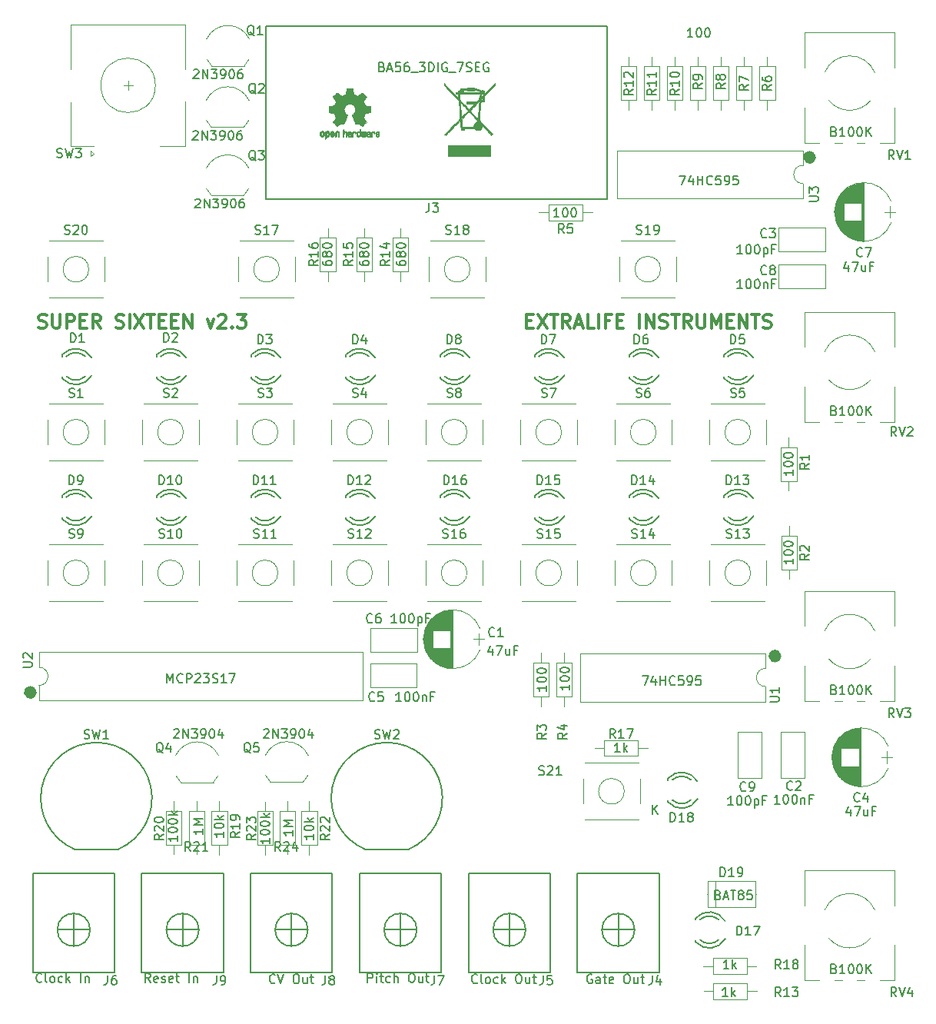
<source format=gto>
G04 #@! TF.GenerationSoftware,KiCad,Pcbnew,(5.1.2)-1*
G04 #@! TF.CreationDate,2021-04-14T18:59:21-07:00*
G04 #@! TF.ProjectId,kicad-control-board,6b696361-642d-4636-9f6e-74726f6c2d62,rev?*
G04 #@! TF.SameCoordinates,Original*
G04 #@! TF.FileFunction,Legend,Top*
G04 #@! TF.FilePolarity,Positive*
%FSLAX46Y46*%
G04 Gerber Fmt 4.6, Leading zero omitted, Abs format (unit mm)*
G04 Created by KiCad (PCBNEW (5.1.2)-1) date 2021-04-14 18:59:21*
%MOMM*%
%LPD*%
G04 APERTURE LIST*
%ADD10C,1.000000*%
%ADD11C,0.300000*%
%ADD12C,0.010000*%
%ADD13C,0.120000*%
%ADD14C,0.150000*%
G04 APERTURE END LIST*
D10*
X13916000Y-86868000D02*
G75*
G03X13916000Y-86868000I-200000J0D01*
G01*
X95958000Y-82858000D02*
G75*
G03X95958000Y-82858000I-200000J0D01*
G01*
X99768000Y-27940000D02*
G75*
G03X99768000Y-27940000I-200000J0D01*
G01*
D11*
X14657142Y-46657142D02*
X14871428Y-46728571D01*
X15228571Y-46728571D01*
X15371428Y-46657142D01*
X15442857Y-46585714D01*
X15514285Y-46442857D01*
X15514285Y-46300000D01*
X15442857Y-46157142D01*
X15371428Y-46085714D01*
X15228571Y-46014285D01*
X14942857Y-45942857D01*
X14799999Y-45871428D01*
X14728571Y-45800000D01*
X14657142Y-45657142D01*
X14657142Y-45514285D01*
X14728571Y-45371428D01*
X14799999Y-45300000D01*
X14942857Y-45228571D01*
X15299999Y-45228571D01*
X15514285Y-45300000D01*
X16157142Y-45228571D02*
X16157142Y-46442857D01*
X16228571Y-46585714D01*
X16299999Y-46657142D01*
X16442857Y-46728571D01*
X16728571Y-46728571D01*
X16871428Y-46657142D01*
X16942857Y-46585714D01*
X17014285Y-46442857D01*
X17014285Y-45228571D01*
X17728571Y-46728571D02*
X17728571Y-45228571D01*
X18299999Y-45228571D01*
X18442857Y-45300000D01*
X18514285Y-45371428D01*
X18585714Y-45514285D01*
X18585714Y-45728571D01*
X18514285Y-45871428D01*
X18442857Y-45942857D01*
X18299999Y-46014285D01*
X17728571Y-46014285D01*
X19228571Y-45942857D02*
X19728571Y-45942857D01*
X19942857Y-46728571D02*
X19228571Y-46728571D01*
X19228571Y-45228571D01*
X19942857Y-45228571D01*
X21442857Y-46728571D02*
X20942857Y-46014285D01*
X20585714Y-46728571D02*
X20585714Y-45228571D01*
X21157142Y-45228571D01*
X21299999Y-45300000D01*
X21371428Y-45371428D01*
X21442857Y-45514285D01*
X21442857Y-45728571D01*
X21371428Y-45871428D01*
X21299999Y-45942857D01*
X21157142Y-46014285D01*
X20585714Y-46014285D01*
X23157142Y-46657142D02*
X23371428Y-46728571D01*
X23728571Y-46728571D01*
X23871428Y-46657142D01*
X23942857Y-46585714D01*
X24014285Y-46442857D01*
X24014285Y-46300000D01*
X23942857Y-46157142D01*
X23871428Y-46085714D01*
X23728571Y-46014285D01*
X23442857Y-45942857D01*
X23300000Y-45871428D01*
X23228571Y-45800000D01*
X23157142Y-45657142D01*
X23157142Y-45514285D01*
X23228571Y-45371428D01*
X23300000Y-45300000D01*
X23442857Y-45228571D01*
X23800000Y-45228571D01*
X24014285Y-45300000D01*
X24657142Y-46728571D02*
X24657142Y-45228571D01*
X25228571Y-45228571D02*
X26228571Y-46728571D01*
X26228571Y-45228571D02*
X25228571Y-46728571D01*
X26585714Y-45228571D02*
X27442857Y-45228571D01*
X27014285Y-46728571D02*
X27014285Y-45228571D01*
X27942857Y-45942857D02*
X28442857Y-45942857D01*
X28657142Y-46728571D02*
X27942857Y-46728571D01*
X27942857Y-45228571D01*
X28657142Y-45228571D01*
X29300000Y-45942857D02*
X29800000Y-45942857D01*
X30014285Y-46728571D02*
X29300000Y-46728571D01*
X29300000Y-45228571D01*
X30014285Y-45228571D01*
X30657142Y-46728571D02*
X30657142Y-45228571D01*
X31514285Y-46728571D01*
X31514285Y-45228571D01*
X33228571Y-45728571D02*
X33585714Y-46728571D01*
X33942857Y-45728571D01*
X34442857Y-45371428D02*
X34514285Y-45300000D01*
X34657142Y-45228571D01*
X35014285Y-45228571D01*
X35157142Y-45300000D01*
X35228571Y-45371428D01*
X35299999Y-45514285D01*
X35299999Y-45657142D01*
X35228571Y-45871428D01*
X34371428Y-46728571D01*
X35299999Y-46728571D01*
X35942857Y-46585714D02*
X36014285Y-46657142D01*
X35942857Y-46728571D01*
X35871428Y-46657142D01*
X35942857Y-46585714D01*
X35942857Y-46728571D01*
X36514285Y-45228571D02*
X37442857Y-45228571D01*
X36942857Y-45800000D01*
X37157142Y-45800000D01*
X37299999Y-45871428D01*
X37371428Y-45942857D01*
X37442857Y-46085714D01*
X37442857Y-46442857D01*
X37371428Y-46585714D01*
X37299999Y-46657142D01*
X37157142Y-46728571D01*
X36728571Y-46728571D01*
X36585714Y-46657142D01*
X36514285Y-46585714D01*
X68421428Y-45942857D02*
X68921428Y-45942857D01*
X69135714Y-46728571D02*
X68421428Y-46728571D01*
X68421428Y-45228571D01*
X69135714Y-45228571D01*
X69635714Y-45228571D02*
X70635714Y-46728571D01*
X70635714Y-45228571D02*
X69635714Y-46728571D01*
X70992857Y-45228571D02*
X71850000Y-45228571D01*
X71421428Y-46728571D02*
X71421428Y-45228571D01*
X73207142Y-46728571D02*
X72707142Y-46014285D01*
X72350000Y-46728571D02*
X72350000Y-45228571D01*
X72921428Y-45228571D01*
X73064285Y-45300000D01*
X73135714Y-45371428D01*
X73207142Y-45514285D01*
X73207142Y-45728571D01*
X73135714Y-45871428D01*
X73064285Y-45942857D01*
X72921428Y-46014285D01*
X72350000Y-46014285D01*
X73778571Y-46300000D02*
X74492857Y-46300000D01*
X73635714Y-46728571D02*
X74135714Y-45228571D01*
X74635714Y-46728571D01*
X75850000Y-46728571D02*
X75135714Y-46728571D01*
X75135714Y-45228571D01*
X76350000Y-46728571D02*
X76350000Y-45228571D01*
X77564285Y-45942857D02*
X77064285Y-45942857D01*
X77064285Y-46728571D02*
X77064285Y-45228571D01*
X77778571Y-45228571D01*
X78350000Y-45942857D02*
X78850000Y-45942857D01*
X79064285Y-46728571D02*
X78350000Y-46728571D01*
X78350000Y-45228571D01*
X79064285Y-45228571D01*
X80850000Y-46728571D02*
X80850000Y-45228571D01*
X81564285Y-46728571D02*
X81564285Y-45228571D01*
X82421428Y-46728571D01*
X82421428Y-45228571D01*
X83064285Y-46657142D02*
X83278571Y-46728571D01*
X83635714Y-46728571D01*
X83778571Y-46657142D01*
X83850000Y-46585714D01*
X83921428Y-46442857D01*
X83921428Y-46300000D01*
X83850000Y-46157142D01*
X83778571Y-46085714D01*
X83635714Y-46014285D01*
X83350000Y-45942857D01*
X83207142Y-45871428D01*
X83135714Y-45800000D01*
X83064285Y-45657142D01*
X83064285Y-45514285D01*
X83135714Y-45371428D01*
X83207142Y-45300000D01*
X83350000Y-45228571D01*
X83707142Y-45228571D01*
X83921428Y-45300000D01*
X84350000Y-45228571D02*
X85207142Y-45228571D01*
X84778571Y-46728571D02*
X84778571Y-45228571D01*
X86564285Y-46728571D02*
X86064285Y-46014285D01*
X85707142Y-46728571D02*
X85707142Y-45228571D01*
X86278571Y-45228571D01*
X86421428Y-45300000D01*
X86492857Y-45371428D01*
X86564285Y-45514285D01*
X86564285Y-45728571D01*
X86492857Y-45871428D01*
X86421428Y-45942857D01*
X86278571Y-46014285D01*
X85707142Y-46014285D01*
X87207142Y-45228571D02*
X87207142Y-46442857D01*
X87278571Y-46585714D01*
X87350000Y-46657142D01*
X87492857Y-46728571D01*
X87778571Y-46728571D01*
X87921428Y-46657142D01*
X87992857Y-46585714D01*
X88064285Y-46442857D01*
X88064285Y-45228571D01*
X88778571Y-46728571D02*
X88778571Y-45228571D01*
X89278571Y-46300000D01*
X89778571Y-45228571D01*
X89778571Y-46728571D01*
X90492857Y-45942857D02*
X90992857Y-45942857D01*
X91207142Y-46728571D02*
X90492857Y-46728571D01*
X90492857Y-45228571D01*
X91207142Y-45228571D01*
X91850000Y-46728571D02*
X91850000Y-45228571D01*
X92707142Y-46728571D01*
X92707142Y-45228571D01*
X93207142Y-45228571D02*
X94064285Y-45228571D01*
X93635714Y-46728571D02*
X93635714Y-45228571D01*
X94492857Y-46657142D02*
X94707142Y-46728571D01*
X95064285Y-46728571D01*
X95207142Y-46657142D01*
X95278571Y-46585714D01*
X95350000Y-46442857D01*
X95350000Y-46300000D01*
X95278571Y-46157142D01*
X95207142Y-46085714D01*
X95064285Y-46014285D01*
X94778571Y-45942857D01*
X94635714Y-45871428D01*
X94564285Y-45800000D01*
X94492857Y-45657142D01*
X94492857Y-45514285D01*
X94564285Y-45371428D01*
X94635714Y-45300000D01*
X94778571Y-45228571D01*
X95135714Y-45228571D01*
X95350000Y-45300000D01*
D12*
G36*
X64425763Y-27759526D02*
G01*
X59746816Y-27759526D01*
X59746816Y-26606500D01*
X64425763Y-26606500D01*
X64425763Y-27759526D01*
X64425763Y-27759526D01*
G37*
X64425763Y-27759526D02*
X59746816Y-27759526D01*
X59746816Y-26606500D01*
X64425763Y-26606500D01*
X64425763Y-27759526D01*
G36*
X64926256Y-19848337D02*
G01*
X64925433Y-19964066D01*
X64325115Y-20574000D01*
X63724796Y-21183934D01*
X63724359Y-21463835D01*
X63723921Y-21743737D01*
X63358337Y-21743737D01*
X63348917Y-21814756D01*
X63345350Y-21847127D01*
X63339338Y-21908087D01*
X63331201Y-21993998D01*
X63321262Y-22101226D01*
X63309843Y-22226133D01*
X63297264Y-22365083D01*
X63283847Y-22514441D01*
X63269915Y-22670568D01*
X63255788Y-22829830D01*
X63241788Y-22988590D01*
X63228237Y-23143211D01*
X63215456Y-23290057D01*
X63203767Y-23425493D01*
X63193492Y-23545880D01*
X63184952Y-23647584D01*
X63178469Y-23726967D01*
X63174364Y-23780394D01*
X63172959Y-23804229D01*
X63172960Y-23804342D01*
X63183204Y-23823466D01*
X63213974Y-23862955D01*
X63265689Y-23923266D01*
X63338767Y-24004861D01*
X63433627Y-24108198D01*
X63550687Y-24233738D01*
X63690367Y-24381940D01*
X63853084Y-24553263D01*
X63898821Y-24601237D01*
X64624195Y-25361566D01*
X64565551Y-25420052D01*
X64506908Y-25478539D01*
X64412026Y-25375310D01*
X64377315Y-25338003D01*
X64323094Y-25280311D01*
X64252941Y-25206013D01*
X64170432Y-25118889D01*
X64079145Y-25022718D01*
X63982658Y-24921280D01*
X63924935Y-24860695D01*
X63816566Y-24747197D01*
X63728972Y-24656285D01*
X63659920Y-24586307D01*
X63607176Y-24535610D01*
X63568506Y-24502540D01*
X63541677Y-24485444D01*
X63524456Y-24482669D01*
X63514608Y-24492563D01*
X63509901Y-24513471D01*
X63508101Y-24543741D01*
X63507859Y-24552002D01*
X63495342Y-24608909D01*
X63464503Y-24677693D01*
X63421497Y-24747475D01*
X63372480Y-24807378D01*
X63352866Y-24825882D01*
X63252230Y-24890628D01*
X63134673Y-24926854D01*
X63030738Y-24935447D01*
X62912951Y-24919239D01*
X62804169Y-24871712D01*
X62707890Y-24794511D01*
X62690125Y-24775295D01*
X62625168Y-24701500D01*
X61501421Y-24701500D01*
X61501421Y-24935447D01*
X61200632Y-24935447D01*
X61200632Y-24826152D01*
X61196857Y-24751539D01*
X61184175Y-24699750D01*
X61168763Y-24671580D01*
X61157750Y-24651424D01*
X61148321Y-24622200D01*
X61139849Y-24579575D01*
X61131710Y-24519217D01*
X61123279Y-24436793D01*
X61113932Y-24327972D01*
X61107531Y-24247017D01*
X61078169Y-23867732D01*
X60357341Y-24597938D01*
X60227008Y-24730066D01*
X60101892Y-24857096D01*
X59984279Y-24976695D01*
X59876455Y-25086528D01*
X59780705Y-25184263D01*
X59699317Y-25267566D01*
X59634577Y-25334104D01*
X59588770Y-25381542D01*
X59564208Y-25407520D01*
X59523855Y-25448649D01*
X59490195Y-25477335D01*
X59472090Y-25486895D01*
X59448965Y-25475697D01*
X59415257Y-25447719D01*
X59403831Y-25436326D01*
X59355383Y-25385757D01*
X59622119Y-25114702D01*
X59690169Y-25045652D01*
X59777915Y-24956774D01*
X59881508Y-24851959D01*
X59997100Y-24735097D01*
X60120841Y-24610079D01*
X60248881Y-24480795D01*
X60377372Y-24351136D01*
X60469546Y-24258179D01*
X60609658Y-24116520D01*
X60727368Y-23996591D01*
X60824180Y-23896768D01*
X60901601Y-23815428D01*
X60961136Y-23750948D01*
X60990642Y-23717277D01*
X61227591Y-23717277D01*
X61257257Y-24096592D01*
X61266203Y-24207777D01*
X61274858Y-24309453D01*
X61282729Y-24396304D01*
X61289328Y-24463018D01*
X61294164Y-24504279D01*
X61295720Y-24513506D01*
X61304518Y-24551105D01*
X62566319Y-24551105D01*
X62574742Y-24446173D01*
X62600172Y-24322195D01*
X62653389Y-24212524D01*
X62731037Y-24121156D01*
X62829763Y-24052083D01*
X62940572Y-24010620D01*
X62976520Y-23991171D01*
X62994517Y-23949430D01*
X62994894Y-23947589D01*
X62997053Y-23929967D01*
X62994384Y-23911922D01*
X62984280Y-23890108D01*
X62964137Y-23861177D01*
X62931349Y-23821783D01*
X62883310Y-23768577D01*
X62817416Y-23698214D01*
X62731060Y-23607346D01*
X62725480Y-23601493D01*
X62632595Y-23503956D01*
X62533845Y-23400067D01*
X62436016Y-23296977D01*
X62345893Y-23201839D01*
X62270262Y-23121804D01*
X62253395Y-23103911D01*
X62188735Y-23036444D01*
X62131295Y-22978709D01*
X62085199Y-22934675D01*
X62054569Y-22908314D01*
X62044285Y-22902521D01*
X62028948Y-22914646D01*
X61993083Y-22947910D01*
X61939512Y-22999542D01*
X61871060Y-23066775D01*
X61790553Y-23146837D01*
X61700813Y-23236961D01*
X61627468Y-23311198D01*
X61227591Y-23717277D01*
X60990642Y-23717277D01*
X61004291Y-23701703D01*
X61032571Y-23666071D01*
X61047483Y-23642429D01*
X61050801Y-23631480D01*
X61049544Y-23607586D01*
X61045726Y-23553501D01*
X61039593Y-23472338D01*
X61031393Y-23367210D01*
X61021373Y-23241228D01*
X61009780Y-23097505D01*
X60996860Y-22939154D01*
X60982862Y-22769287D01*
X60971581Y-22633528D01*
X60907750Y-21868106D01*
X61071996Y-21868106D01*
X61072703Y-21884624D01*
X61076031Y-21931145D01*
X61081710Y-22004378D01*
X61089474Y-22101028D01*
X61099057Y-22217805D01*
X61110189Y-22351414D01*
X61122605Y-22498563D01*
X61134520Y-22638271D01*
X61148016Y-22796787D01*
X61160587Y-22946421D01*
X61171945Y-23083602D01*
X61181802Y-23204759D01*
X61189870Y-23306320D01*
X61195860Y-23384712D01*
X61199485Y-23436363D01*
X61200491Y-23456423D01*
X61202060Y-23468908D01*
X61208278Y-23473862D01*
X61221541Y-23469218D01*
X61244247Y-23452909D01*
X61278792Y-23422868D01*
X61327573Y-23377027D01*
X61392987Y-23313320D01*
X61477431Y-23229679D01*
X61567029Y-23140299D01*
X61933426Y-22774186D01*
X61930859Y-22771434D01*
X62173049Y-22771434D01*
X62184087Y-22786550D01*
X62214987Y-22822142D01*
X62262653Y-22874941D01*
X62323987Y-22941673D01*
X62395893Y-23019070D01*
X62475273Y-23103858D01*
X62559031Y-23192767D01*
X62644070Y-23282526D01*
X62727292Y-23369864D01*
X62805601Y-23451509D01*
X62875900Y-23524191D01*
X62935091Y-23584637D01*
X62980078Y-23629578D01*
X63007764Y-23655742D01*
X63015314Y-23661072D01*
X63017803Y-23643867D01*
X63022970Y-23596348D01*
X63030530Y-23521489D01*
X63040200Y-23422264D01*
X63051695Y-23301649D01*
X63064731Y-23162618D01*
X63079024Y-23008145D01*
X63094290Y-22841206D01*
X63106479Y-22706597D01*
X63122071Y-22532054D01*
X63136477Y-22367627D01*
X63149453Y-22216299D01*
X63160759Y-22081053D01*
X63170152Y-21964870D01*
X63177389Y-21870735D01*
X63182228Y-21801630D01*
X63184427Y-21760538D01*
X63184176Y-21749868D01*
X63171030Y-21759372D01*
X63137554Y-21789920D01*
X63086674Y-21838556D01*
X63021317Y-21902323D01*
X62944409Y-21978265D01*
X62858876Y-22063424D01*
X62767646Y-22154845D01*
X62673644Y-22249569D01*
X62579798Y-22344641D01*
X62489033Y-22437103D01*
X62404277Y-22523999D01*
X62328456Y-22602372D01*
X62264497Y-22669265D01*
X62215326Y-22721722D01*
X62183869Y-22756785D01*
X62173049Y-22771434D01*
X61930859Y-22771434D01*
X61796798Y-22627760D01*
X61727216Y-22553448D01*
X61649119Y-22470483D01*
X61565594Y-22382102D01*
X61479730Y-22291541D01*
X61394615Y-22202036D01*
X61313336Y-22116823D01*
X61238981Y-22039139D01*
X61174637Y-21972220D01*
X61123394Y-21919303D01*
X61088337Y-21883623D01*
X61072556Y-21868416D01*
X61071996Y-21868106D01*
X60907750Y-21868106D01*
X60891796Y-21676807D01*
X60093714Y-20837485D01*
X59295632Y-19998164D01*
X59296219Y-19880852D01*
X59296806Y-19763539D01*
X59425725Y-19901253D01*
X59497876Y-19978063D01*
X59583060Y-20068304D01*
X59678979Y-20169575D01*
X59783334Y-20279476D01*
X59893826Y-20395604D01*
X60008156Y-20515558D01*
X60124025Y-20636936D01*
X60239135Y-20757338D01*
X60351186Y-20874362D01*
X60457881Y-20985606D01*
X60556920Y-21088669D01*
X60646003Y-21181150D01*
X60722834Y-21260647D01*
X60785112Y-21324758D01*
X60830538Y-21371083D01*
X60856815Y-21397219D01*
X60862574Y-21402233D01*
X60862970Y-21384791D01*
X60860792Y-21340135D01*
X60856417Y-21274340D01*
X60850225Y-21193483D01*
X60847567Y-21161183D01*
X60827772Y-20924921D01*
X60982758Y-20924921D01*
X60990760Y-20962520D01*
X60994840Y-20992255D01*
X61000575Y-21048203D01*
X61007299Y-21123236D01*
X61014352Y-21210225D01*
X61016793Y-21242421D01*
X61023992Y-21334861D01*
X61031258Y-21420707D01*
X61037864Y-21491847D01*
X61043084Y-21540169D01*
X61044261Y-21548939D01*
X61048702Y-21566942D01*
X61058313Y-21588017D01*
X61075140Y-21614525D01*
X61101225Y-21648828D01*
X61138613Y-21693289D01*
X61189346Y-21750271D01*
X61255470Y-21822136D01*
X61339026Y-21911246D01*
X61442060Y-22019964D01*
X61547167Y-22130275D01*
X61651738Y-22239441D01*
X61749351Y-22340540D01*
X61837578Y-22431115D01*
X61913988Y-22508708D01*
X61976151Y-22570862D01*
X62021637Y-22615118D01*
X62048017Y-22639018D01*
X62053643Y-22642574D01*
X62068443Y-22629681D01*
X62103039Y-22596060D01*
X62154071Y-22545082D01*
X62218183Y-22480120D01*
X62292016Y-22404548D01*
X62345411Y-22349493D01*
X62624173Y-22061237D01*
X61802210Y-22061237D01*
X61802210Y-21743737D01*
X62804842Y-21743737D01*
X62804842Y-21885206D01*
X62988658Y-21701960D01*
X63119052Y-21571971D01*
X63373000Y-21571971D01*
X63375429Y-21592477D01*
X63387724Y-21603902D01*
X63417396Y-21608880D01*
X63471955Y-21610044D01*
X63481618Y-21610052D01*
X63590237Y-21610052D01*
X63590237Y-21318584D01*
X63481618Y-21426237D01*
X63420346Y-21491687D01*
X63383699Y-21541829D01*
X63373000Y-21571971D01*
X63119052Y-21571971D01*
X63172474Y-21518715D01*
X63172474Y-21355502D01*
X63172985Y-21280414D01*
X63175328Y-21232645D01*
X63180711Y-21206098D01*
X63190344Y-21194679D01*
X63204871Y-21192289D01*
X63221027Y-21188780D01*
X63232969Y-21174711D01*
X63242139Y-21144769D01*
X63249982Y-21093642D01*
X63257942Y-21016017D01*
X63260496Y-20987585D01*
X63266026Y-20924921D01*
X60982758Y-20924921D01*
X60827772Y-20924921D01*
X60615763Y-20924921D01*
X60615763Y-20774526D01*
X60705859Y-20774526D01*
X60758555Y-20773083D01*
X60787188Y-20766116D01*
X60790691Y-20761970D01*
X60975234Y-20761970D01*
X60984946Y-20771442D01*
X61018588Y-20774366D01*
X61041294Y-20774526D01*
X61117079Y-20774526D01*
X61399694Y-20774526D01*
X63279519Y-20774526D01*
X63215938Y-20709413D01*
X63117186Y-20629062D01*
X62994968Y-20567089D01*
X62847213Y-20522646D01*
X62700401Y-20498065D01*
X62604316Y-20486596D01*
X62604316Y-20607421D01*
X61835632Y-20607421D01*
X61835632Y-20470345D01*
X61722835Y-20481776D01*
X61644025Y-20491425D01*
X61560057Y-20504214D01*
X61509776Y-20513348D01*
X61409513Y-20533488D01*
X61404603Y-20654007D01*
X61399694Y-20774526D01*
X61117079Y-20774526D01*
X61117079Y-20707684D01*
X61114869Y-20665810D01*
X61109350Y-20642536D01*
X61107126Y-20640842D01*
X61082387Y-20651560D01*
X61046243Y-20677563D01*
X61010010Y-20709623D01*
X60985001Y-20738511D01*
X60982773Y-20742267D01*
X60975234Y-20761970D01*
X60790691Y-20761970D01*
X60801081Y-20749674D01*
X60806689Y-20731762D01*
X60829578Y-20685279D01*
X60873540Y-20629400D01*
X60931011Y-20571960D01*
X60994427Y-20520793D01*
X61036082Y-20494143D01*
X61083534Y-20464972D01*
X61107859Y-20440467D01*
X61116405Y-20411572D01*
X61117062Y-20394362D01*
X61117063Y-20390184D01*
X61969316Y-20390184D01*
X61969316Y-20473737D01*
X62470632Y-20473737D01*
X62470632Y-20390184D01*
X61969316Y-20390184D01*
X61117063Y-20390184D01*
X61117079Y-20340052D01*
X61257726Y-20340052D01*
X61322436Y-20341617D01*
X61372870Y-20345785D01*
X61400906Y-20351773D01*
X61403943Y-20354197D01*
X61421727Y-20357918D01*
X61465008Y-20356394D01*
X61526349Y-20350075D01*
X61568263Y-20344240D01*
X61644263Y-20332778D01*
X61713770Y-20322430D01*
X61766003Y-20314796D01*
X61781322Y-20312627D01*
X61821347Y-20300232D01*
X61835632Y-20280808D01*
X61839975Y-20272898D01*
X61855510Y-20266863D01*
X61885999Y-20262466D01*
X61935200Y-20259469D01*
X62006874Y-20257635D01*
X62104781Y-20256725D01*
X62219974Y-20256500D01*
X62342914Y-20256628D01*
X62436441Y-20257230D01*
X62504560Y-20258639D01*
X62551281Y-20261181D01*
X62580609Y-20265189D01*
X62596551Y-20270991D01*
X62603115Y-20278917D01*
X62604316Y-20288133D01*
X62614540Y-20317385D01*
X62648030Y-20334031D01*
X62709012Y-20339968D01*
X62719983Y-20340052D01*
X62823254Y-20350706D01*
X62940547Y-20380033D01*
X63061285Y-20424084D01*
X63174889Y-20478911D01*
X63270781Y-20540564D01*
X63283201Y-20550332D01*
X63323682Y-20582115D01*
X63347655Y-20594844D01*
X63364396Y-20590729D01*
X63381581Y-20573750D01*
X63432336Y-20540492D01*
X63498393Y-20527725D01*
X63569526Y-20534365D01*
X63635514Y-20559327D01*
X63686132Y-20601529D01*
X63689797Y-20606434D01*
X63727672Y-20685211D01*
X63734719Y-20766754D01*
X63711715Y-20844487D01*
X63659437Y-20911835D01*
X63653044Y-20917396D01*
X63615927Y-20943813D01*
X63578267Y-20955447D01*
X63525324Y-20956287D01*
X63512098Y-20955542D01*
X63460297Y-20953641D01*
X63433614Y-20957996D01*
X63423955Y-20971138D01*
X63422963Y-20983408D01*
X63420939Y-21019002D01*
X63415914Y-21072533D01*
X63412303Y-21104559D01*
X63407066Y-21155427D01*
X63409244Y-21181468D01*
X63421875Y-21190986D01*
X63444375Y-21192289D01*
X63457718Y-21187986D01*
X63479244Y-21174057D01*
X63510548Y-21148977D01*
X63553224Y-21111219D01*
X63608868Y-21059256D01*
X63679075Y-20991562D01*
X63765440Y-20906611D01*
X63869558Y-20802875D01*
X63993025Y-20678828D01*
X64137436Y-20532944D01*
X64207031Y-20462449D01*
X64927079Y-19732610D01*
X64926256Y-19848337D01*
X64926256Y-19848337D01*
G37*
X64926256Y-19848337D02*
X64925433Y-19964066D01*
X64325115Y-20574000D01*
X63724796Y-21183934D01*
X63724359Y-21463835D01*
X63723921Y-21743737D01*
X63358337Y-21743737D01*
X63348917Y-21814756D01*
X63345350Y-21847127D01*
X63339338Y-21908087D01*
X63331201Y-21993998D01*
X63321262Y-22101226D01*
X63309843Y-22226133D01*
X63297264Y-22365083D01*
X63283847Y-22514441D01*
X63269915Y-22670568D01*
X63255788Y-22829830D01*
X63241788Y-22988590D01*
X63228237Y-23143211D01*
X63215456Y-23290057D01*
X63203767Y-23425493D01*
X63193492Y-23545880D01*
X63184952Y-23647584D01*
X63178469Y-23726967D01*
X63174364Y-23780394D01*
X63172959Y-23804229D01*
X63172960Y-23804342D01*
X63183204Y-23823466D01*
X63213974Y-23862955D01*
X63265689Y-23923266D01*
X63338767Y-24004861D01*
X63433627Y-24108198D01*
X63550687Y-24233738D01*
X63690367Y-24381940D01*
X63853084Y-24553263D01*
X63898821Y-24601237D01*
X64624195Y-25361566D01*
X64565551Y-25420052D01*
X64506908Y-25478539D01*
X64412026Y-25375310D01*
X64377315Y-25338003D01*
X64323094Y-25280311D01*
X64252941Y-25206013D01*
X64170432Y-25118889D01*
X64079145Y-25022718D01*
X63982658Y-24921280D01*
X63924935Y-24860695D01*
X63816566Y-24747197D01*
X63728972Y-24656285D01*
X63659920Y-24586307D01*
X63607176Y-24535610D01*
X63568506Y-24502540D01*
X63541677Y-24485444D01*
X63524456Y-24482669D01*
X63514608Y-24492563D01*
X63509901Y-24513471D01*
X63508101Y-24543741D01*
X63507859Y-24552002D01*
X63495342Y-24608909D01*
X63464503Y-24677693D01*
X63421497Y-24747475D01*
X63372480Y-24807378D01*
X63352866Y-24825882D01*
X63252230Y-24890628D01*
X63134673Y-24926854D01*
X63030738Y-24935447D01*
X62912951Y-24919239D01*
X62804169Y-24871712D01*
X62707890Y-24794511D01*
X62690125Y-24775295D01*
X62625168Y-24701500D01*
X61501421Y-24701500D01*
X61501421Y-24935447D01*
X61200632Y-24935447D01*
X61200632Y-24826152D01*
X61196857Y-24751539D01*
X61184175Y-24699750D01*
X61168763Y-24671580D01*
X61157750Y-24651424D01*
X61148321Y-24622200D01*
X61139849Y-24579575D01*
X61131710Y-24519217D01*
X61123279Y-24436793D01*
X61113932Y-24327972D01*
X61107531Y-24247017D01*
X61078169Y-23867732D01*
X60357341Y-24597938D01*
X60227008Y-24730066D01*
X60101892Y-24857096D01*
X59984279Y-24976695D01*
X59876455Y-25086528D01*
X59780705Y-25184263D01*
X59699317Y-25267566D01*
X59634577Y-25334104D01*
X59588770Y-25381542D01*
X59564208Y-25407520D01*
X59523855Y-25448649D01*
X59490195Y-25477335D01*
X59472090Y-25486895D01*
X59448965Y-25475697D01*
X59415257Y-25447719D01*
X59403831Y-25436326D01*
X59355383Y-25385757D01*
X59622119Y-25114702D01*
X59690169Y-25045652D01*
X59777915Y-24956774D01*
X59881508Y-24851959D01*
X59997100Y-24735097D01*
X60120841Y-24610079D01*
X60248881Y-24480795D01*
X60377372Y-24351136D01*
X60469546Y-24258179D01*
X60609658Y-24116520D01*
X60727368Y-23996591D01*
X60824180Y-23896768D01*
X60901601Y-23815428D01*
X60961136Y-23750948D01*
X60990642Y-23717277D01*
X61227591Y-23717277D01*
X61257257Y-24096592D01*
X61266203Y-24207777D01*
X61274858Y-24309453D01*
X61282729Y-24396304D01*
X61289328Y-24463018D01*
X61294164Y-24504279D01*
X61295720Y-24513506D01*
X61304518Y-24551105D01*
X62566319Y-24551105D01*
X62574742Y-24446173D01*
X62600172Y-24322195D01*
X62653389Y-24212524D01*
X62731037Y-24121156D01*
X62829763Y-24052083D01*
X62940572Y-24010620D01*
X62976520Y-23991171D01*
X62994517Y-23949430D01*
X62994894Y-23947589D01*
X62997053Y-23929967D01*
X62994384Y-23911922D01*
X62984280Y-23890108D01*
X62964137Y-23861177D01*
X62931349Y-23821783D01*
X62883310Y-23768577D01*
X62817416Y-23698214D01*
X62731060Y-23607346D01*
X62725480Y-23601493D01*
X62632595Y-23503956D01*
X62533845Y-23400067D01*
X62436016Y-23296977D01*
X62345893Y-23201839D01*
X62270262Y-23121804D01*
X62253395Y-23103911D01*
X62188735Y-23036444D01*
X62131295Y-22978709D01*
X62085199Y-22934675D01*
X62054569Y-22908314D01*
X62044285Y-22902521D01*
X62028948Y-22914646D01*
X61993083Y-22947910D01*
X61939512Y-22999542D01*
X61871060Y-23066775D01*
X61790553Y-23146837D01*
X61700813Y-23236961D01*
X61627468Y-23311198D01*
X61227591Y-23717277D01*
X60990642Y-23717277D01*
X61004291Y-23701703D01*
X61032571Y-23666071D01*
X61047483Y-23642429D01*
X61050801Y-23631480D01*
X61049544Y-23607586D01*
X61045726Y-23553501D01*
X61039593Y-23472338D01*
X61031393Y-23367210D01*
X61021373Y-23241228D01*
X61009780Y-23097505D01*
X60996860Y-22939154D01*
X60982862Y-22769287D01*
X60971581Y-22633528D01*
X60907750Y-21868106D01*
X61071996Y-21868106D01*
X61072703Y-21884624D01*
X61076031Y-21931145D01*
X61081710Y-22004378D01*
X61089474Y-22101028D01*
X61099057Y-22217805D01*
X61110189Y-22351414D01*
X61122605Y-22498563D01*
X61134520Y-22638271D01*
X61148016Y-22796787D01*
X61160587Y-22946421D01*
X61171945Y-23083602D01*
X61181802Y-23204759D01*
X61189870Y-23306320D01*
X61195860Y-23384712D01*
X61199485Y-23436363D01*
X61200491Y-23456423D01*
X61202060Y-23468908D01*
X61208278Y-23473862D01*
X61221541Y-23469218D01*
X61244247Y-23452909D01*
X61278792Y-23422868D01*
X61327573Y-23377027D01*
X61392987Y-23313320D01*
X61477431Y-23229679D01*
X61567029Y-23140299D01*
X61933426Y-22774186D01*
X61930859Y-22771434D01*
X62173049Y-22771434D01*
X62184087Y-22786550D01*
X62214987Y-22822142D01*
X62262653Y-22874941D01*
X62323987Y-22941673D01*
X62395893Y-23019070D01*
X62475273Y-23103858D01*
X62559031Y-23192767D01*
X62644070Y-23282526D01*
X62727292Y-23369864D01*
X62805601Y-23451509D01*
X62875900Y-23524191D01*
X62935091Y-23584637D01*
X62980078Y-23629578D01*
X63007764Y-23655742D01*
X63015314Y-23661072D01*
X63017803Y-23643867D01*
X63022970Y-23596348D01*
X63030530Y-23521489D01*
X63040200Y-23422264D01*
X63051695Y-23301649D01*
X63064731Y-23162618D01*
X63079024Y-23008145D01*
X63094290Y-22841206D01*
X63106479Y-22706597D01*
X63122071Y-22532054D01*
X63136477Y-22367627D01*
X63149453Y-22216299D01*
X63160759Y-22081053D01*
X63170152Y-21964870D01*
X63177389Y-21870735D01*
X63182228Y-21801630D01*
X63184427Y-21760538D01*
X63184176Y-21749868D01*
X63171030Y-21759372D01*
X63137554Y-21789920D01*
X63086674Y-21838556D01*
X63021317Y-21902323D01*
X62944409Y-21978265D01*
X62858876Y-22063424D01*
X62767646Y-22154845D01*
X62673644Y-22249569D01*
X62579798Y-22344641D01*
X62489033Y-22437103D01*
X62404277Y-22523999D01*
X62328456Y-22602372D01*
X62264497Y-22669265D01*
X62215326Y-22721722D01*
X62183869Y-22756785D01*
X62173049Y-22771434D01*
X61930859Y-22771434D01*
X61796798Y-22627760D01*
X61727216Y-22553448D01*
X61649119Y-22470483D01*
X61565594Y-22382102D01*
X61479730Y-22291541D01*
X61394615Y-22202036D01*
X61313336Y-22116823D01*
X61238981Y-22039139D01*
X61174637Y-21972220D01*
X61123394Y-21919303D01*
X61088337Y-21883623D01*
X61072556Y-21868416D01*
X61071996Y-21868106D01*
X60907750Y-21868106D01*
X60891796Y-21676807D01*
X60093714Y-20837485D01*
X59295632Y-19998164D01*
X59296219Y-19880852D01*
X59296806Y-19763539D01*
X59425725Y-19901253D01*
X59497876Y-19978063D01*
X59583060Y-20068304D01*
X59678979Y-20169575D01*
X59783334Y-20279476D01*
X59893826Y-20395604D01*
X60008156Y-20515558D01*
X60124025Y-20636936D01*
X60239135Y-20757338D01*
X60351186Y-20874362D01*
X60457881Y-20985606D01*
X60556920Y-21088669D01*
X60646003Y-21181150D01*
X60722834Y-21260647D01*
X60785112Y-21324758D01*
X60830538Y-21371083D01*
X60856815Y-21397219D01*
X60862574Y-21402233D01*
X60862970Y-21384791D01*
X60860792Y-21340135D01*
X60856417Y-21274340D01*
X60850225Y-21193483D01*
X60847567Y-21161183D01*
X60827772Y-20924921D01*
X60982758Y-20924921D01*
X60990760Y-20962520D01*
X60994840Y-20992255D01*
X61000575Y-21048203D01*
X61007299Y-21123236D01*
X61014352Y-21210225D01*
X61016793Y-21242421D01*
X61023992Y-21334861D01*
X61031258Y-21420707D01*
X61037864Y-21491847D01*
X61043084Y-21540169D01*
X61044261Y-21548939D01*
X61048702Y-21566942D01*
X61058313Y-21588017D01*
X61075140Y-21614525D01*
X61101225Y-21648828D01*
X61138613Y-21693289D01*
X61189346Y-21750271D01*
X61255470Y-21822136D01*
X61339026Y-21911246D01*
X61442060Y-22019964D01*
X61547167Y-22130275D01*
X61651738Y-22239441D01*
X61749351Y-22340540D01*
X61837578Y-22431115D01*
X61913988Y-22508708D01*
X61976151Y-22570862D01*
X62021637Y-22615118D01*
X62048017Y-22639018D01*
X62053643Y-22642574D01*
X62068443Y-22629681D01*
X62103039Y-22596060D01*
X62154071Y-22545082D01*
X62218183Y-22480120D01*
X62292016Y-22404548D01*
X62345411Y-22349493D01*
X62624173Y-22061237D01*
X61802210Y-22061237D01*
X61802210Y-21743737D01*
X62804842Y-21743737D01*
X62804842Y-21885206D01*
X62988658Y-21701960D01*
X63119052Y-21571971D01*
X63373000Y-21571971D01*
X63375429Y-21592477D01*
X63387724Y-21603902D01*
X63417396Y-21608880D01*
X63471955Y-21610044D01*
X63481618Y-21610052D01*
X63590237Y-21610052D01*
X63590237Y-21318584D01*
X63481618Y-21426237D01*
X63420346Y-21491687D01*
X63383699Y-21541829D01*
X63373000Y-21571971D01*
X63119052Y-21571971D01*
X63172474Y-21518715D01*
X63172474Y-21355502D01*
X63172985Y-21280414D01*
X63175328Y-21232645D01*
X63180711Y-21206098D01*
X63190344Y-21194679D01*
X63204871Y-21192289D01*
X63221027Y-21188780D01*
X63232969Y-21174711D01*
X63242139Y-21144769D01*
X63249982Y-21093642D01*
X63257942Y-21016017D01*
X63260496Y-20987585D01*
X63266026Y-20924921D01*
X60982758Y-20924921D01*
X60827772Y-20924921D01*
X60615763Y-20924921D01*
X60615763Y-20774526D01*
X60705859Y-20774526D01*
X60758555Y-20773083D01*
X60787188Y-20766116D01*
X60790691Y-20761970D01*
X60975234Y-20761970D01*
X60984946Y-20771442D01*
X61018588Y-20774366D01*
X61041294Y-20774526D01*
X61117079Y-20774526D01*
X61399694Y-20774526D01*
X63279519Y-20774526D01*
X63215938Y-20709413D01*
X63117186Y-20629062D01*
X62994968Y-20567089D01*
X62847213Y-20522646D01*
X62700401Y-20498065D01*
X62604316Y-20486596D01*
X62604316Y-20607421D01*
X61835632Y-20607421D01*
X61835632Y-20470345D01*
X61722835Y-20481776D01*
X61644025Y-20491425D01*
X61560057Y-20504214D01*
X61509776Y-20513348D01*
X61409513Y-20533488D01*
X61404603Y-20654007D01*
X61399694Y-20774526D01*
X61117079Y-20774526D01*
X61117079Y-20707684D01*
X61114869Y-20665810D01*
X61109350Y-20642536D01*
X61107126Y-20640842D01*
X61082387Y-20651560D01*
X61046243Y-20677563D01*
X61010010Y-20709623D01*
X60985001Y-20738511D01*
X60982773Y-20742267D01*
X60975234Y-20761970D01*
X60790691Y-20761970D01*
X60801081Y-20749674D01*
X60806689Y-20731762D01*
X60829578Y-20685279D01*
X60873540Y-20629400D01*
X60931011Y-20571960D01*
X60994427Y-20520793D01*
X61036082Y-20494143D01*
X61083534Y-20464972D01*
X61107859Y-20440467D01*
X61116405Y-20411572D01*
X61117062Y-20394362D01*
X61117063Y-20390184D01*
X61969316Y-20390184D01*
X61969316Y-20473737D01*
X62470632Y-20473737D01*
X62470632Y-20390184D01*
X61969316Y-20390184D01*
X61117063Y-20390184D01*
X61117079Y-20340052D01*
X61257726Y-20340052D01*
X61322436Y-20341617D01*
X61372870Y-20345785D01*
X61400906Y-20351773D01*
X61403943Y-20354197D01*
X61421727Y-20357918D01*
X61465008Y-20356394D01*
X61526349Y-20350075D01*
X61568263Y-20344240D01*
X61644263Y-20332778D01*
X61713770Y-20322430D01*
X61766003Y-20314796D01*
X61781322Y-20312627D01*
X61821347Y-20300232D01*
X61835632Y-20280808D01*
X61839975Y-20272898D01*
X61855510Y-20266863D01*
X61885999Y-20262466D01*
X61935200Y-20259469D01*
X62006874Y-20257635D01*
X62104781Y-20256725D01*
X62219974Y-20256500D01*
X62342914Y-20256628D01*
X62436441Y-20257230D01*
X62504560Y-20258639D01*
X62551281Y-20261181D01*
X62580609Y-20265189D01*
X62596551Y-20270991D01*
X62603115Y-20278917D01*
X62604316Y-20288133D01*
X62614540Y-20317385D01*
X62648030Y-20334031D01*
X62709012Y-20339968D01*
X62719983Y-20340052D01*
X62823254Y-20350706D01*
X62940547Y-20380033D01*
X63061285Y-20424084D01*
X63174889Y-20478911D01*
X63270781Y-20540564D01*
X63283201Y-20550332D01*
X63323682Y-20582115D01*
X63347655Y-20594844D01*
X63364396Y-20590729D01*
X63381581Y-20573750D01*
X63432336Y-20540492D01*
X63498393Y-20527725D01*
X63569526Y-20534365D01*
X63635514Y-20559327D01*
X63686132Y-20601529D01*
X63689797Y-20606434D01*
X63727672Y-20685211D01*
X63734719Y-20766754D01*
X63711715Y-20844487D01*
X63659437Y-20911835D01*
X63653044Y-20917396D01*
X63615927Y-20943813D01*
X63578267Y-20955447D01*
X63525324Y-20956287D01*
X63512098Y-20955542D01*
X63460297Y-20953641D01*
X63433614Y-20957996D01*
X63423955Y-20971138D01*
X63422963Y-20983408D01*
X63420939Y-21019002D01*
X63415914Y-21072533D01*
X63412303Y-21104559D01*
X63407066Y-21155427D01*
X63409244Y-21181468D01*
X63421875Y-21190986D01*
X63444375Y-21192289D01*
X63457718Y-21187986D01*
X63479244Y-21174057D01*
X63510548Y-21148977D01*
X63553224Y-21111219D01*
X63608868Y-21059256D01*
X63679075Y-20991562D01*
X63765440Y-20906611D01*
X63869558Y-20802875D01*
X63993025Y-20678828D01*
X64137436Y-20532944D01*
X64207031Y-20462449D01*
X64927079Y-19732610D01*
X64926256Y-19848337D01*
G36*
X46494744Y-25033918D02*
G01*
X46550201Y-25061568D01*
X46599148Y-25112480D01*
X46612629Y-25131338D01*
X46627314Y-25156015D01*
X46636842Y-25182816D01*
X46642293Y-25218587D01*
X46644747Y-25270169D01*
X46645286Y-25338267D01*
X46642852Y-25431588D01*
X46634394Y-25501657D01*
X46618174Y-25553931D01*
X46592454Y-25593869D01*
X46555497Y-25626929D01*
X46552782Y-25628886D01*
X46516360Y-25648908D01*
X46472502Y-25658815D01*
X46416724Y-25661257D01*
X46326048Y-25661257D01*
X46326010Y-25749283D01*
X46325166Y-25798308D01*
X46320024Y-25827065D01*
X46306587Y-25844311D01*
X46280858Y-25858808D01*
X46274679Y-25861769D01*
X46245764Y-25875648D01*
X46223376Y-25884414D01*
X46206729Y-25885171D01*
X46195036Y-25875023D01*
X46187510Y-25851073D01*
X46183366Y-25810426D01*
X46181815Y-25750186D01*
X46182071Y-25667455D01*
X46183349Y-25559339D01*
X46183748Y-25527000D01*
X46185185Y-25415524D01*
X46186472Y-25342603D01*
X46325971Y-25342603D01*
X46326755Y-25404499D01*
X46330240Y-25444997D01*
X46338124Y-25471708D01*
X46352105Y-25492244D01*
X46361597Y-25502260D01*
X46400404Y-25531567D01*
X46434763Y-25533952D01*
X46470216Y-25509750D01*
X46471114Y-25508857D01*
X46485539Y-25490153D01*
X46494313Y-25464732D01*
X46498739Y-25425584D01*
X46500118Y-25365697D01*
X46500143Y-25352430D01*
X46496812Y-25269901D01*
X46485969Y-25212691D01*
X46466340Y-25177766D01*
X46436650Y-25162094D01*
X46419491Y-25160514D01*
X46378766Y-25167926D01*
X46350832Y-25192330D01*
X46334017Y-25236980D01*
X46326650Y-25305130D01*
X46325971Y-25342603D01*
X46186472Y-25342603D01*
X46186708Y-25329245D01*
X46188677Y-25264333D01*
X46191450Y-25216958D01*
X46195388Y-25183290D01*
X46200849Y-25159498D01*
X46208192Y-25141753D01*
X46217777Y-25126224D01*
X46221887Y-25120381D01*
X46276405Y-25065185D01*
X46345336Y-25033890D01*
X46425072Y-25025165D01*
X46494744Y-25033918D01*
X46494744Y-25033918D01*
G37*
X46494744Y-25033918D02*
X46550201Y-25061568D01*
X46599148Y-25112480D01*
X46612629Y-25131338D01*
X46627314Y-25156015D01*
X46636842Y-25182816D01*
X46642293Y-25218587D01*
X46644747Y-25270169D01*
X46645286Y-25338267D01*
X46642852Y-25431588D01*
X46634394Y-25501657D01*
X46618174Y-25553931D01*
X46592454Y-25593869D01*
X46555497Y-25626929D01*
X46552782Y-25628886D01*
X46516360Y-25648908D01*
X46472502Y-25658815D01*
X46416724Y-25661257D01*
X46326048Y-25661257D01*
X46326010Y-25749283D01*
X46325166Y-25798308D01*
X46320024Y-25827065D01*
X46306587Y-25844311D01*
X46280858Y-25858808D01*
X46274679Y-25861769D01*
X46245764Y-25875648D01*
X46223376Y-25884414D01*
X46206729Y-25885171D01*
X46195036Y-25875023D01*
X46187510Y-25851073D01*
X46183366Y-25810426D01*
X46181815Y-25750186D01*
X46182071Y-25667455D01*
X46183349Y-25559339D01*
X46183748Y-25527000D01*
X46185185Y-25415524D01*
X46186472Y-25342603D01*
X46325971Y-25342603D01*
X46326755Y-25404499D01*
X46330240Y-25444997D01*
X46338124Y-25471708D01*
X46352105Y-25492244D01*
X46361597Y-25502260D01*
X46400404Y-25531567D01*
X46434763Y-25533952D01*
X46470216Y-25509750D01*
X46471114Y-25508857D01*
X46485539Y-25490153D01*
X46494313Y-25464732D01*
X46498739Y-25425584D01*
X46500118Y-25365697D01*
X46500143Y-25352430D01*
X46496812Y-25269901D01*
X46485969Y-25212691D01*
X46466340Y-25177766D01*
X46436650Y-25162094D01*
X46419491Y-25160514D01*
X46378766Y-25167926D01*
X46350832Y-25192330D01*
X46334017Y-25236980D01*
X46326650Y-25305130D01*
X46325971Y-25342603D01*
X46186472Y-25342603D01*
X46186708Y-25329245D01*
X46188677Y-25264333D01*
X46191450Y-25216958D01*
X46195388Y-25183290D01*
X46200849Y-25159498D01*
X46208192Y-25141753D01*
X46217777Y-25126224D01*
X46221887Y-25120381D01*
X46276405Y-25065185D01*
X46345336Y-25033890D01*
X46425072Y-25025165D01*
X46494744Y-25033918D01*
G36*
X47611093Y-25041780D02*
G01*
X47657672Y-25068723D01*
X47690057Y-25095466D01*
X47713742Y-25123484D01*
X47730059Y-25157748D01*
X47740339Y-25203227D01*
X47745914Y-25264892D01*
X47748116Y-25347711D01*
X47748371Y-25407246D01*
X47748371Y-25626391D01*
X47686686Y-25654044D01*
X47625000Y-25681697D01*
X47617743Y-25441670D01*
X47614744Y-25352028D01*
X47611598Y-25286962D01*
X47607701Y-25242026D01*
X47602447Y-25212770D01*
X47595231Y-25194748D01*
X47585450Y-25183511D01*
X47582312Y-25181079D01*
X47534761Y-25162083D01*
X47486697Y-25169600D01*
X47458086Y-25189543D01*
X47446447Y-25203675D01*
X47438391Y-25222220D01*
X47433271Y-25250334D01*
X47430441Y-25293173D01*
X47429256Y-25355895D01*
X47429057Y-25421261D01*
X47429018Y-25503268D01*
X47427614Y-25561316D01*
X47422914Y-25600465D01*
X47412987Y-25625780D01*
X47395903Y-25642323D01*
X47369732Y-25655156D01*
X47334775Y-25668491D01*
X47296596Y-25683007D01*
X47301141Y-25425389D01*
X47302971Y-25332519D01*
X47305112Y-25263889D01*
X47308181Y-25214711D01*
X47312794Y-25180198D01*
X47319568Y-25155562D01*
X47329119Y-25136016D01*
X47340634Y-25118770D01*
X47396190Y-25063680D01*
X47463980Y-25031822D01*
X47537713Y-25024191D01*
X47611093Y-25041780D01*
X47611093Y-25041780D01*
G37*
X47611093Y-25041780D02*
X47657672Y-25068723D01*
X47690057Y-25095466D01*
X47713742Y-25123484D01*
X47730059Y-25157748D01*
X47740339Y-25203227D01*
X47745914Y-25264892D01*
X47748116Y-25347711D01*
X47748371Y-25407246D01*
X47748371Y-25626391D01*
X47686686Y-25654044D01*
X47625000Y-25681697D01*
X47617743Y-25441670D01*
X47614744Y-25352028D01*
X47611598Y-25286962D01*
X47607701Y-25242026D01*
X47602447Y-25212770D01*
X47595231Y-25194748D01*
X47585450Y-25183511D01*
X47582312Y-25181079D01*
X47534761Y-25162083D01*
X47486697Y-25169600D01*
X47458086Y-25189543D01*
X47446447Y-25203675D01*
X47438391Y-25222220D01*
X47433271Y-25250334D01*
X47430441Y-25293173D01*
X47429256Y-25355895D01*
X47429057Y-25421261D01*
X47429018Y-25503268D01*
X47427614Y-25561316D01*
X47422914Y-25600465D01*
X47412987Y-25625780D01*
X47395903Y-25642323D01*
X47369732Y-25655156D01*
X47334775Y-25668491D01*
X47296596Y-25683007D01*
X47301141Y-25425389D01*
X47302971Y-25332519D01*
X47305112Y-25263889D01*
X47308181Y-25214711D01*
X47312794Y-25180198D01*
X47319568Y-25155562D01*
X47329119Y-25136016D01*
X47340634Y-25118770D01*
X47396190Y-25063680D01*
X47463980Y-25031822D01*
X47537713Y-25024191D01*
X47611093Y-25041780D01*
G36*
X45936115Y-25035962D02*
G01*
X46004145Y-25071733D01*
X46054351Y-25129301D01*
X46072185Y-25166312D01*
X46086063Y-25221882D01*
X46093167Y-25292096D01*
X46093840Y-25368727D01*
X46088427Y-25443552D01*
X46077270Y-25508342D01*
X46060714Y-25554873D01*
X46055626Y-25562887D01*
X45995355Y-25622707D01*
X45923769Y-25658535D01*
X45846092Y-25669020D01*
X45767548Y-25652810D01*
X45745689Y-25643092D01*
X45703122Y-25613143D01*
X45665763Y-25573433D01*
X45662232Y-25568397D01*
X45647881Y-25544124D01*
X45638394Y-25518178D01*
X45632790Y-25484022D01*
X45630086Y-25435119D01*
X45629299Y-25364935D01*
X45629286Y-25349200D01*
X45629322Y-25344192D01*
X45774429Y-25344192D01*
X45775273Y-25410430D01*
X45778596Y-25454386D01*
X45785583Y-25482779D01*
X45797416Y-25502325D01*
X45803457Y-25508857D01*
X45838186Y-25533680D01*
X45871903Y-25532548D01*
X45905995Y-25511016D01*
X45926329Y-25488029D01*
X45938371Y-25454478D01*
X45945134Y-25401569D01*
X45945598Y-25395399D01*
X45946752Y-25299513D01*
X45934688Y-25228299D01*
X45909570Y-25182194D01*
X45871560Y-25161635D01*
X45857992Y-25160514D01*
X45822364Y-25166152D01*
X45797994Y-25185686D01*
X45783093Y-25223042D01*
X45775875Y-25282150D01*
X45774429Y-25344192D01*
X45629322Y-25344192D01*
X45629826Y-25274413D01*
X45632096Y-25222159D01*
X45637068Y-25185949D01*
X45645713Y-25159299D01*
X45659005Y-25135722D01*
X45661943Y-25131338D01*
X45711313Y-25072249D01*
X45765109Y-25037947D01*
X45830602Y-25024331D01*
X45852842Y-25023665D01*
X45936115Y-25035962D01*
X45936115Y-25035962D01*
G37*
X45936115Y-25035962D02*
X46004145Y-25071733D01*
X46054351Y-25129301D01*
X46072185Y-25166312D01*
X46086063Y-25221882D01*
X46093167Y-25292096D01*
X46093840Y-25368727D01*
X46088427Y-25443552D01*
X46077270Y-25508342D01*
X46060714Y-25554873D01*
X46055626Y-25562887D01*
X45995355Y-25622707D01*
X45923769Y-25658535D01*
X45846092Y-25669020D01*
X45767548Y-25652810D01*
X45745689Y-25643092D01*
X45703122Y-25613143D01*
X45665763Y-25573433D01*
X45662232Y-25568397D01*
X45647881Y-25544124D01*
X45638394Y-25518178D01*
X45632790Y-25484022D01*
X45630086Y-25435119D01*
X45629299Y-25364935D01*
X45629286Y-25349200D01*
X45629322Y-25344192D01*
X45774429Y-25344192D01*
X45775273Y-25410430D01*
X45778596Y-25454386D01*
X45785583Y-25482779D01*
X45797416Y-25502325D01*
X45803457Y-25508857D01*
X45838186Y-25533680D01*
X45871903Y-25532548D01*
X45905995Y-25511016D01*
X45926329Y-25488029D01*
X45938371Y-25454478D01*
X45945134Y-25401569D01*
X45945598Y-25395399D01*
X45946752Y-25299513D01*
X45934688Y-25228299D01*
X45909570Y-25182194D01*
X45871560Y-25161635D01*
X45857992Y-25160514D01*
X45822364Y-25166152D01*
X45797994Y-25185686D01*
X45783093Y-25223042D01*
X45775875Y-25282150D01*
X45774429Y-25344192D01*
X45629322Y-25344192D01*
X45629826Y-25274413D01*
X45632096Y-25222159D01*
X45637068Y-25185949D01*
X45645713Y-25159299D01*
X45659005Y-25135722D01*
X45661943Y-25131338D01*
X45711313Y-25072249D01*
X45765109Y-25037947D01*
X45830602Y-25024331D01*
X45852842Y-25023665D01*
X45936115Y-25035962D01*
G36*
X47063303Y-25045239D02*
G01*
X47120527Y-25083735D01*
X47164749Y-25139335D01*
X47191167Y-25210086D01*
X47196510Y-25262162D01*
X47195903Y-25283893D01*
X47190822Y-25300531D01*
X47176855Y-25315437D01*
X47149589Y-25331973D01*
X47104612Y-25353498D01*
X47037511Y-25383374D01*
X47037171Y-25383524D01*
X46975407Y-25411813D01*
X46924759Y-25436933D01*
X46890404Y-25456179D01*
X46877518Y-25466848D01*
X46877514Y-25466934D01*
X46888872Y-25490166D01*
X46915431Y-25515774D01*
X46945923Y-25534221D01*
X46961370Y-25537886D01*
X47003515Y-25525212D01*
X47039808Y-25493471D01*
X47057517Y-25458572D01*
X47074552Y-25432845D01*
X47107922Y-25403546D01*
X47147149Y-25378235D01*
X47181756Y-25364471D01*
X47188993Y-25363714D01*
X47197139Y-25376160D01*
X47197630Y-25407972D01*
X47191643Y-25450866D01*
X47180357Y-25496558D01*
X47164950Y-25536761D01*
X47164171Y-25538322D01*
X47117804Y-25603062D01*
X47057711Y-25647097D01*
X46989465Y-25668711D01*
X46918638Y-25666185D01*
X46850804Y-25637804D01*
X46847788Y-25635808D01*
X46794427Y-25587448D01*
X46759340Y-25524352D01*
X46739922Y-25441387D01*
X46737316Y-25418078D01*
X46732701Y-25308055D01*
X46738233Y-25256748D01*
X46877514Y-25256748D01*
X46879324Y-25288753D01*
X46889222Y-25298093D01*
X46913898Y-25291105D01*
X46952795Y-25274587D01*
X46996275Y-25253881D01*
X46997356Y-25253333D01*
X47034209Y-25233949D01*
X47049000Y-25221013D01*
X47045353Y-25207451D01*
X47029995Y-25189632D01*
X46990923Y-25163845D01*
X46948846Y-25161950D01*
X46911103Y-25180717D01*
X46885034Y-25216915D01*
X46877514Y-25256748D01*
X46738233Y-25256748D01*
X46742194Y-25220027D01*
X46766550Y-25150212D01*
X46800456Y-25101302D01*
X46861653Y-25051878D01*
X46929063Y-25027359D01*
X46997880Y-25025797D01*
X47063303Y-25045239D01*
X47063303Y-25045239D01*
G37*
X47063303Y-25045239D02*
X47120527Y-25083735D01*
X47164749Y-25139335D01*
X47191167Y-25210086D01*
X47196510Y-25262162D01*
X47195903Y-25283893D01*
X47190822Y-25300531D01*
X47176855Y-25315437D01*
X47149589Y-25331973D01*
X47104612Y-25353498D01*
X47037511Y-25383374D01*
X47037171Y-25383524D01*
X46975407Y-25411813D01*
X46924759Y-25436933D01*
X46890404Y-25456179D01*
X46877518Y-25466848D01*
X46877514Y-25466934D01*
X46888872Y-25490166D01*
X46915431Y-25515774D01*
X46945923Y-25534221D01*
X46961370Y-25537886D01*
X47003515Y-25525212D01*
X47039808Y-25493471D01*
X47057517Y-25458572D01*
X47074552Y-25432845D01*
X47107922Y-25403546D01*
X47147149Y-25378235D01*
X47181756Y-25364471D01*
X47188993Y-25363714D01*
X47197139Y-25376160D01*
X47197630Y-25407972D01*
X47191643Y-25450866D01*
X47180357Y-25496558D01*
X47164950Y-25536761D01*
X47164171Y-25538322D01*
X47117804Y-25603062D01*
X47057711Y-25647097D01*
X46989465Y-25668711D01*
X46918638Y-25666185D01*
X46850804Y-25637804D01*
X46847788Y-25635808D01*
X46794427Y-25587448D01*
X46759340Y-25524352D01*
X46739922Y-25441387D01*
X46737316Y-25418078D01*
X46732701Y-25308055D01*
X46738233Y-25256748D01*
X46877514Y-25256748D01*
X46879324Y-25288753D01*
X46889222Y-25298093D01*
X46913898Y-25291105D01*
X46952795Y-25274587D01*
X46996275Y-25253881D01*
X46997356Y-25253333D01*
X47034209Y-25233949D01*
X47049000Y-25221013D01*
X47045353Y-25207451D01*
X47029995Y-25189632D01*
X46990923Y-25163845D01*
X46948846Y-25161950D01*
X46911103Y-25180717D01*
X46885034Y-25216915D01*
X46877514Y-25256748D01*
X46738233Y-25256748D01*
X46742194Y-25220027D01*
X46766550Y-25150212D01*
X46800456Y-25101302D01*
X46861653Y-25051878D01*
X46929063Y-25027359D01*
X46997880Y-25025797D01*
X47063303Y-25045239D01*
G36*
X48270886Y-24965289D02*
G01*
X48275139Y-25024613D01*
X48280025Y-25059572D01*
X48286795Y-25074820D01*
X48296702Y-25075015D01*
X48299914Y-25073195D01*
X48342644Y-25060015D01*
X48398227Y-25060785D01*
X48454737Y-25074333D01*
X48490082Y-25091861D01*
X48526321Y-25119861D01*
X48552813Y-25151549D01*
X48570999Y-25191813D01*
X48582322Y-25245543D01*
X48588222Y-25317626D01*
X48590143Y-25412951D01*
X48590177Y-25431237D01*
X48590200Y-25636646D01*
X48544491Y-25652580D01*
X48512027Y-25663420D01*
X48494215Y-25668468D01*
X48493691Y-25668514D01*
X48491937Y-25654828D01*
X48490444Y-25617076D01*
X48489326Y-25560224D01*
X48488697Y-25489234D01*
X48488600Y-25446073D01*
X48488398Y-25360973D01*
X48487358Y-25299981D01*
X48484831Y-25258177D01*
X48480164Y-25230642D01*
X48472707Y-25212456D01*
X48461811Y-25198698D01*
X48455007Y-25192073D01*
X48408272Y-25165375D01*
X48357272Y-25163375D01*
X48311001Y-25185955D01*
X48302444Y-25194107D01*
X48289893Y-25209436D01*
X48281188Y-25227618D01*
X48275631Y-25253909D01*
X48272526Y-25293562D01*
X48271176Y-25351832D01*
X48270886Y-25432173D01*
X48270886Y-25636646D01*
X48225177Y-25652580D01*
X48192713Y-25663420D01*
X48174901Y-25668468D01*
X48174377Y-25668514D01*
X48173037Y-25654623D01*
X48171828Y-25615439D01*
X48170801Y-25554700D01*
X48170002Y-25476141D01*
X48169481Y-25383498D01*
X48169286Y-25280509D01*
X48169286Y-24883342D01*
X48216457Y-24863444D01*
X48263629Y-24843547D01*
X48270886Y-24965289D01*
X48270886Y-24965289D01*
G37*
X48270886Y-24965289D02*
X48275139Y-25024613D01*
X48280025Y-25059572D01*
X48286795Y-25074820D01*
X48296702Y-25075015D01*
X48299914Y-25073195D01*
X48342644Y-25060015D01*
X48398227Y-25060785D01*
X48454737Y-25074333D01*
X48490082Y-25091861D01*
X48526321Y-25119861D01*
X48552813Y-25151549D01*
X48570999Y-25191813D01*
X48582322Y-25245543D01*
X48588222Y-25317626D01*
X48590143Y-25412951D01*
X48590177Y-25431237D01*
X48590200Y-25636646D01*
X48544491Y-25652580D01*
X48512027Y-25663420D01*
X48494215Y-25668468D01*
X48493691Y-25668514D01*
X48491937Y-25654828D01*
X48490444Y-25617076D01*
X48489326Y-25560224D01*
X48488697Y-25489234D01*
X48488600Y-25446073D01*
X48488398Y-25360973D01*
X48487358Y-25299981D01*
X48484831Y-25258177D01*
X48480164Y-25230642D01*
X48472707Y-25212456D01*
X48461811Y-25198698D01*
X48455007Y-25192073D01*
X48408272Y-25165375D01*
X48357272Y-25163375D01*
X48311001Y-25185955D01*
X48302444Y-25194107D01*
X48289893Y-25209436D01*
X48281188Y-25227618D01*
X48275631Y-25253909D01*
X48272526Y-25293562D01*
X48271176Y-25351832D01*
X48270886Y-25432173D01*
X48270886Y-25636646D01*
X48225177Y-25652580D01*
X48192713Y-25663420D01*
X48174901Y-25668468D01*
X48174377Y-25668514D01*
X48173037Y-25654623D01*
X48171828Y-25615439D01*
X48170801Y-25554700D01*
X48170002Y-25476141D01*
X48169481Y-25383498D01*
X48169286Y-25280509D01*
X48169286Y-24883342D01*
X48216457Y-24863444D01*
X48263629Y-24843547D01*
X48270886Y-24965289D01*
G36*
X48934744Y-25064968D02*
G01*
X48991616Y-25086087D01*
X48992267Y-25086493D01*
X49027440Y-25112380D01*
X49053407Y-25142633D01*
X49071670Y-25182058D01*
X49083732Y-25235462D01*
X49091096Y-25307651D01*
X49095264Y-25403432D01*
X49095629Y-25417078D01*
X49100876Y-25622842D01*
X49056716Y-25645678D01*
X49024763Y-25661110D01*
X49005470Y-25668423D01*
X49004578Y-25668514D01*
X49001239Y-25655022D01*
X48998587Y-25618626D01*
X48996956Y-25565452D01*
X48996600Y-25522393D01*
X48996592Y-25452641D01*
X48993403Y-25408837D01*
X48982288Y-25387944D01*
X48958501Y-25386925D01*
X48917296Y-25402741D01*
X48855086Y-25431815D01*
X48809341Y-25455963D01*
X48785813Y-25476913D01*
X48778896Y-25499747D01*
X48778886Y-25500877D01*
X48790299Y-25540212D01*
X48824092Y-25561462D01*
X48875809Y-25564539D01*
X48913061Y-25564006D01*
X48932703Y-25574735D01*
X48944952Y-25600505D01*
X48952002Y-25633337D01*
X48941842Y-25651966D01*
X48938017Y-25654632D01*
X48902001Y-25665340D01*
X48851566Y-25666856D01*
X48799626Y-25659759D01*
X48762822Y-25646788D01*
X48711938Y-25603585D01*
X48683014Y-25543446D01*
X48677286Y-25496462D01*
X48681657Y-25454082D01*
X48697475Y-25419488D01*
X48728797Y-25388763D01*
X48779678Y-25357990D01*
X48854176Y-25323252D01*
X48858714Y-25321288D01*
X48925821Y-25290287D01*
X48967232Y-25264862D01*
X48984981Y-25242014D01*
X48981107Y-25218745D01*
X48957643Y-25192056D01*
X48950627Y-25185914D01*
X48903630Y-25162100D01*
X48854933Y-25163103D01*
X48812522Y-25186451D01*
X48784384Y-25229675D01*
X48781769Y-25238160D01*
X48756308Y-25279308D01*
X48724001Y-25299128D01*
X48677286Y-25318770D01*
X48677286Y-25267950D01*
X48691496Y-25194082D01*
X48733675Y-25126327D01*
X48755624Y-25103661D01*
X48805517Y-25074569D01*
X48868967Y-25061400D01*
X48934744Y-25064968D01*
X48934744Y-25064968D01*
G37*
X48934744Y-25064968D02*
X48991616Y-25086087D01*
X48992267Y-25086493D01*
X49027440Y-25112380D01*
X49053407Y-25142633D01*
X49071670Y-25182058D01*
X49083732Y-25235462D01*
X49091096Y-25307651D01*
X49095264Y-25403432D01*
X49095629Y-25417078D01*
X49100876Y-25622842D01*
X49056716Y-25645678D01*
X49024763Y-25661110D01*
X49005470Y-25668423D01*
X49004578Y-25668514D01*
X49001239Y-25655022D01*
X48998587Y-25618626D01*
X48996956Y-25565452D01*
X48996600Y-25522393D01*
X48996592Y-25452641D01*
X48993403Y-25408837D01*
X48982288Y-25387944D01*
X48958501Y-25386925D01*
X48917296Y-25402741D01*
X48855086Y-25431815D01*
X48809341Y-25455963D01*
X48785813Y-25476913D01*
X48778896Y-25499747D01*
X48778886Y-25500877D01*
X48790299Y-25540212D01*
X48824092Y-25561462D01*
X48875809Y-25564539D01*
X48913061Y-25564006D01*
X48932703Y-25574735D01*
X48944952Y-25600505D01*
X48952002Y-25633337D01*
X48941842Y-25651966D01*
X48938017Y-25654632D01*
X48902001Y-25665340D01*
X48851566Y-25666856D01*
X48799626Y-25659759D01*
X48762822Y-25646788D01*
X48711938Y-25603585D01*
X48683014Y-25543446D01*
X48677286Y-25496462D01*
X48681657Y-25454082D01*
X48697475Y-25419488D01*
X48728797Y-25388763D01*
X48779678Y-25357990D01*
X48854176Y-25323252D01*
X48858714Y-25321288D01*
X48925821Y-25290287D01*
X48967232Y-25264862D01*
X48984981Y-25242014D01*
X48981107Y-25218745D01*
X48957643Y-25192056D01*
X48950627Y-25185914D01*
X48903630Y-25162100D01*
X48854933Y-25163103D01*
X48812522Y-25186451D01*
X48784384Y-25229675D01*
X48781769Y-25238160D01*
X48756308Y-25279308D01*
X48724001Y-25299128D01*
X48677286Y-25318770D01*
X48677286Y-25267950D01*
X48691496Y-25194082D01*
X48733675Y-25126327D01*
X48755624Y-25103661D01*
X48805517Y-25074569D01*
X48868967Y-25061400D01*
X48934744Y-25064968D01*
G36*
X49424926Y-25063755D02*
G01*
X49490858Y-25088084D01*
X49544273Y-25131117D01*
X49565164Y-25161409D01*
X49587939Y-25216994D01*
X49587466Y-25257186D01*
X49563562Y-25284217D01*
X49554717Y-25288813D01*
X49516530Y-25303144D01*
X49497028Y-25299472D01*
X49490422Y-25275407D01*
X49490086Y-25262114D01*
X49477992Y-25213210D01*
X49446471Y-25178999D01*
X49402659Y-25162476D01*
X49353695Y-25166634D01*
X49313894Y-25188227D01*
X49300450Y-25200544D01*
X49290921Y-25215487D01*
X49284485Y-25238075D01*
X49280317Y-25273328D01*
X49277597Y-25326266D01*
X49275502Y-25401907D01*
X49274960Y-25425857D01*
X49272981Y-25507790D01*
X49270731Y-25565455D01*
X49267357Y-25603608D01*
X49262006Y-25627004D01*
X49253824Y-25640398D01*
X49241959Y-25648545D01*
X49234362Y-25652144D01*
X49202102Y-25664452D01*
X49183111Y-25668514D01*
X49176836Y-25654948D01*
X49173006Y-25613934D01*
X49171600Y-25544999D01*
X49172598Y-25447669D01*
X49172908Y-25432657D01*
X49175101Y-25343859D01*
X49177693Y-25279019D01*
X49181382Y-25233067D01*
X49186864Y-25200935D01*
X49194835Y-25177553D01*
X49205993Y-25157852D01*
X49211830Y-25149410D01*
X49245296Y-25112057D01*
X49282727Y-25083003D01*
X49287309Y-25080467D01*
X49354426Y-25060443D01*
X49424926Y-25063755D01*
X49424926Y-25063755D01*
G37*
X49424926Y-25063755D02*
X49490858Y-25088084D01*
X49544273Y-25131117D01*
X49565164Y-25161409D01*
X49587939Y-25216994D01*
X49587466Y-25257186D01*
X49563562Y-25284217D01*
X49554717Y-25288813D01*
X49516530Y-25303144D01*
X49497028Y-25299472D01*
X49490422Y-25275407D01*
X49490086Y-25262114D01*
X49477992Y-25213210D01*
X49446471Y-25178999D01*
X49402659Y-25162476D01*
X49353695Y-25166634D01*
X49313894Y-25188227D01*
X49300450Y-25200544D01*
X49290921Y-25215487D01*
X49284485Y-25238075D01*
X49280317Y-25273328D01*
X49277597Y-25326266D01*
X49275502Y-25401907D01*
X49274960Y-25425857D01*
X49272981Y-25507790D01*
X49270731Y-25565455D01*
X49267357Y-25603608D01*
X49262006Y-25627004D01*
X49253824Y-25640398D01*
X49241959Y-25648545D01*
X49234362Y-25652144D01*
X49202102Y-25664452D01*
X49183111Y-25668514D01*
X49176836Y-25654948D01*
X49173006Y-25613934D01*
X49171600Y-25544999D01*
X49172598Y-25447669D01*
X49172908Y-25432657D01*
X49175101Y-25343859D01*
X49177693Y-25279019D01*
X49181382Y-25233067D01*
X49186864Y-25200935D01*
X49194835Y-25177553D01*
X49205993Y-25157852D01*
X49211830Y-25149410D01*
X49245296Y-25112057D01*
X49282727Y-25083003D01*
X49287309Y-25080467D01*
X49354426Y-25060443D01*
X49424926Y-25063755D01*
G36*
X50085117Y-25179358D02*
G01*
X50084933Y-25287837D01*
X50084219Y-25371287D01*
X50082675Y-25433704D01*
X50080001Y-25479085D01*
X50075894Y-25511429D01*
X50070055Y-25534733D01*
X50062182Y-25552995D01*
X50056221Y-25563418D01*
X50006855Y-25619945D01*
X49944264Y-25655377D01*
X49875013Y-25668090D01*
X49805668Y-25656463D01*
X49764375Y-25635568D01*
X49721025Y-25599422D01*
X49691481Y-25555276D01*
X49673655Y-25497462D01*
X49665463Y-25420313D01*
X49664302Y-25363714D01*
X49664458Y-25359647D01*
X49765857Y-25359647D01*
X49766476Y-25424550D01*
X49769314Y-25467514D01*
X49775840Y-25495622D01*
X49787523Y-25515953D01*
X49801483Y-25531288D01*
X49848365Y-25560890D01*
X49898701Y-25563419D01*
X49946276Y-25538705D01*
X49949979Y-25535356D01*
X49965783Y-25517935D01*
X49975693Y-25497209D01*
X49981058Y-25466362D01*
X49983228Y-25418577D01*
X49983571Y-25365748D01*
X49982827Y-25299381D01*
X49979748Y-25255106D01*
X49973061Y-25226009D01*
X49961496Y-25205173D01*
X49952013Y-25194107D01*
X49907960Y-25166198D01*
X49857224Y-25162843D01*
X49808796Y-25184159D01*
X49799450Y-25192073D01*
X49783540Y-25209647D01*
X49773610Y-25230587D01*
X49768278Y-25261782D01*
X49766163Y-25310122D01*
X49765857Y-25359647D01*
X49664458Y-25359647D01*
X49667810Y-25272568D01*
X49679726Y-25204086D01*
X49702135Y-25152600D01*
X49737124Y-25112443D01*
X49764375Y-25091861D01*
X49813907Y-25069625D01*
X49871316Y-25059304D01*
X49924682Y-25062067D01*
X49954543Y-25073212D01*
X49966261Y-25076383D01*
X49974037Y-25064557D01*
X49979465Y-25032866D01*
X49983571Y-24984593D01*
X49988067Y-24930829D01*
X49994313Y-24898482D01*
X50005676Y-24879985D01*
X50025528Y-24867770D01*
X50038000Y-24862362D01*
X50085171Y-24842601D01*
X50085117Y-25179358D01*
X50085117Y-25179358D01*
G37*
X50085117Y-25179358D02*
X50084933Y-25287837D01*
X50084219Y-25371287D01*
X50082675Y-25433704D01*
X50080001Y-25479085D01*
X50075894Y-25511429D01*
X50070055Y-25534733D01*
X50062182Y-25552995D01*
X50056221Y-25563418D01*
X50006855Y-25619945D01*
X49944264Y-25655377D01*
X49875013Y-25668090D01*
X49805668Y-25656463D01*
X49764375Y-25635568D01*
X49721025Y-25599422D01*
X49691481Y-25555276D01*
X49673655Y-25497462D01*
X49665463Y-25420313D01*
X49664302Y-25363714D01*
X49664458Y-25359647D01*
X49765857Y-25359647D01*
X49766476Y-25424550D01*
X49769314Y-25467514D01*
X49775840Y-25495622D01*
X49787523Y-25515953D01*
X49801483Y-25531288D01*
X49848365Y-25560890D01*
X49898701Y-25563419D01*
X49946276Y-25538705D01*
X49949979Y-25535356D01*
X49965783Y-25517935D01*
X49975693Y-25497209D01*
X49981058Y-25466362D01*
X49983228Y-25418577D01*
X49983571Y-25365748D01*
X49982827Y-25299381D01*
X49979748Y-25255106D01*
X49973061Y-25226009D01*
X49961496Y-25205173D01*
X49952013Y-25194107D01*
X49907960Y-25166198D01*
X49857224Y-25162843D01*
X49808796Y-25184159D01*
X49799450Y-25192073D01*
X49783540Y-25209647D01*
X49773610Y-25230587D01*
X49768278Y-25261782D01*
X49766163Y-25310122D01*
X49765857Y-25359647D01*
X49664458Y-25359647D01*
X49667810Y-25272568D01*
X49679726Y-25204086D01*
X49702135Y-25152600D01*
X49737124Y-25112443D01*
X49764375Y-25091861D01*
X49813907Y-25069625D01*
X49871316Y-25059304D01*
X49924682Y-25062067D01*
X49954543Y-25073212D01*
X49966261Y-25076383D01*
X49974037Y-25064557D01*
X49979465Y-25032866D01*
X49983571Y-24984593D01*
X49988067Y-24930829D01*
X49994313Y-24898482D01*
X50005676Y-24879985D01*
X50025528Y-24867770D01*
X50038000Y-24862362D01*
X50085171Y-24842601D01*
X50085117Y-25179358D01*
G36*
X50674833Y-25072663D02*
G01*
X50677048Y-25110850D01*
X50678784Y-25168886D01*
X50679899Y-25242180D01*
X50680257Y-25319055D01*
X50680257Y-25579196D01*
X50634326Y-25625127D01*
X50602675Y-25653429D01*
X50574890Y-25664893D01*
X50536915Y-25664168D01*
X50521840Y-25662321D01*
X50474726Y-25656948D01*
X50435756Y-25653869D01*
X50426257Y-25653585D01*
X50394233Y-25655445D01*
X50348432Y-25660114D01*
X50330674Y-25662321D01*
X50287057Y-25665735D01*
X50257745Y-25658320D01*
X50228680Y-25635427D01*
X50218188Y-25625127D01*
X50172257Y-25579196D01*
X50172257Y-25092602D01*
X50209226Y-25075758D01*
X50241059Y-25063282D01*
X50259683Y-25058914D01*
X50264458Y-25072718D01*
X50268921Y-25111286D01*
X50272775Y-25170356D01*
X50275722Y-25245663D01*
X50277143Y-25309286D01*
X50281114Y-25559657D01*
X50315759Y-25564556D01*
X50347268Y-25561131D01*
X50362708Y-25550041D01*
X50367023Y-25529308D01*
X50370708Y-25485145D01*
X50373469Y-25423146D01*
X50375012Y-25348909D01*
X50375235Y-25310706D01*
X50375457Y-25090783D01*
X50421166Y-25074849D01*
X50453518Y-25064015D01*
X50471115Y-25058962D01*
X50471623Y-25058914D01*
X50473388Y-25072648D01*
X50475329Y-25110730D01*
X50477282Y-25168482D01*
X50479084Y-25241227D01*
X50480343Y-25309286D01*
X50484314Y-25559657D01*
X50571400Y-25559657D01*
X50575396Y-25331240D01*
X50579392Y-25102822D01*
X50621847Y-25080868D01*
X50653192Y-25065793D01*
X50671744Y-25058951D01*
X50672279Y-25058914D01*
X50674833Y-25072663D01*
X50674833Y-25072663D01*
G37*
X50674833Y-25072663D02*
X50677048Y-25110850D01*
X50678784Y-25168886D01*
X50679899Y-25242180D01*
X50680257Y-25319055D01*
X50680257Y-25579196D01*
X50634326Y-25625127D01*
X50602675Y-25653429D01*
X50574890Y-25664893D01*
X50536915Y-25664168D01*
X50521840Y-25662321D01*
X50474726Y-25656948D01*
X50435756Y-25653869D01*
X50426257Y-25653585D01*
X50394233Y-25655445D01*
X50348432Y-25660114D01*
X50330674Y-25662321D01*
X50287057Y-25665735D01*
X50257745Y-25658320D01*
X50228680Y-25635427D01*
X50218188Y-25625127D01*
X50172257Y-25579196D01*
X50172257Y-25092602D01*
X50209226Y-25075758D01*
X50241059Y-25063282D01*
X50259683Y-25058914D01*
X50264458Y-25072718D01*
X50268921Y-25111286D01*
X50272775Y-25170356D01*
X50275722Y-25245663D01*
X50277143Y-25309286D01*
X50281114Y-25559657D01*
X50315759Y-25564556D01*
X50347268Y-25561131D01*
X50362708Y-25550041D01*
X50367023Y-25529308D01*
X50370708Y-25485145D01*
X50373469Y-25423146D01*
X50375012Y-25348909D01*
X50375235Y-25310706D01*
X50375457Y-25090783D01*
X50421166Y-25074849D01*
X50453518Y-25064015D01*
X50471115Y-25058962D01*
X50471623Y-25058914D01*
X50473388Y-25072648D01*
X50475329Y-25110730D01*
X50477282Y-25168482D01*
X50479084Y-25241227D01*
X50480343Y-25309286D01*
X50484314Y-25559657D01*
X50571400Y-25559657D01*
X50575396Y-25331240D01*
X50579392Y-25102822D01*
X50621847Y-25080868D01*
X50653192Y-25065793D01*
X50671744Y-25058951D01*
X50672279Y-25058914D01*
X50674833Y-25072663D01*
G36*
X51039876Y-25070335D02*
G01*
X51081667Y-25089344D01*
X51114469Y-25112378D01*
X51138503Y-25138133D01*
X51155097Y-25171358D01*
X51165577Y-25216800D01*
X51171271Y-25279207D01*
X51173507Y-25363327D01*
X51173743Y-25418721D01*
X51173743Y-25634826D01*
X51136774Y-25651670D01*
X51107656Y-25663981D01*
X51093231Y-25668514D01*
X51090472Y-25655025D01*
X51088282Y-25618653D01*
X51086942Y-25565542D01*
X51086657Y-25523372D01*
X51085434Y-25462447D01*
X51082136Y-25414115D01*
X51077321Y-25384518D01*
X51073496Y-25378229D01*
X51047783Y-25384652D01*
X51007418Y-25401125D01*
X50960679Y-25423458D01*
X50915845Y-25447457D01*
X50881193Y-25468930D01*
X50865002Y-25483685D01*
X50864938Y-25483845D01*
X50866330Y-25511152D01*
X50878818Y-25537219D01*
X50900743Y-25558392D01*
X50932743Y-25565474D01*
X50960092Y-25564649D01*
X50998826Y-25564042D01*
X51019158Y-25573116D01*
X51031369Y-25597092D01*
X51032909Y-25601613D01*
X51038203Y-25635806D01*
X51024047Y-25656568D01*
X50987148Y-25666462D01*
X50947289Y-25668292D01*
X50875562Y-25654727D01*
X50838432Y-25635355D01*
X50792576Y-25589845D01*
X50768256Y-25533983D01*
X50766073Y-25474957D01*
X50786629Y-25419953D01*
X50817549Y-25385486D01*
X50848420Y-25366189D01*
X50896942Y-25341759D01*
X50953485Y-25316985D01*
X50962910Y-25313199D01*
X51025019Y-25285791D01*
X51060822Y-25261634D01*
X51072337Y-25237619D01*
X51061580Y-25210635D01*
X51043114Y-25189543D01*
X50999469Y-25163572D01*
X50951446Y-25161624D01*
X50907406Y-25181637D01*
X50875709Y-25221551D01*
X50871549Y-25231848D01*
X50847327Y-25269724D01*
X50811965Y-25297842D01*
X50767343Y-25320917D01*
X50767343Y-25255485D01*
X50769969Y-25215506D01*
X50781230Y-25183997D01*
X50806199Y-25150378D01*
X50830169Y-25124484D01*
X50867441Y-25087817D01*
X50896401Y-25068121D01*
X50927505Y-25060220D01*
X50962713Y-25058914D01*
X51039876Y-25070335D01*
X51039876Y-25070335D01*
G37*
X51039876Y-25070335D02*
X51081667Y-25089344D01*
X51114469Y-25112378D01*
X51138503Y-25138133D01*
X51155097Y-25171358D01*
X51165577Y-25216800D01*
X51171271Y-25279207D01*
X51173507Y-25363327D01*
X51173743Y-25418721D01*
X51173743Y-25634826D01*
X51136774Y-25651670D01*
X51107656Y-25663981D01*
X51093231Y-25668514D01*
X51090472Y-25655025D01*
X51088282Y-25618653D01*
X51086942Y-25565542D01*
X51086657Y-25523372D01*
X51085434Y-25462447D01*
X51082136Y-25414115D01*
X51077321Y-25384518D01*
X51073496Y-25378229D01*
X51047783Y-25384652D01*
X51007418Y-25401125D01*
X50960679Y-25423458D01*
X50915845Y-25447457D01*
X50881193Y-25468930D01*
X50865002Y-25483685D01*
X50864938Y-25483845D01*
X50866330Y-25511152D01*
X50878818Y-25537219D01*
X50900743Y-25558392D01*
X50932743Y-25565474D01*
X50960092Y-25564649D01*
X50998826Y-25564042D01*
X51019158Y-25573116D01*
X51031369Y-25597092D01*
X51032909Y-25601613D01*
X51038203Y-25635806D01*
X51024047Y-25656568D01*
X50987148Y-25666462D01*
X50947289Y-25668292D01*
X50875562Y-25654727D01*
X50838432Y-25635355D01*
X50792576Y-25589845D01*
X50768256Y-25533983D01*
X50766073Y-25474957D01*
X50786629Y-25419953D01*
X50817549Y-25385486D01*
X50848420Y-25366189D01*
X50896942Y-25341759D01*
X50953485Y-25316985D01*
X50962910Y-25313199D01*
X51025019Y-25285791D01*
X51060822Y-25261634D01*
X51072337Y-25237619D01*
X51061580Y-25210635D01*
X51043114Y-25189543D01*
X50999469Y-25163572D01*
X50951446Y-25161624D01*
X50907406Y-25181637D01*
X50875709Y-25221551D01*
X50871549Y-25231848D01*
X50847327Y-25269724D01*
X50811965Y-25297842D01*
X50767343Y-25320917D01*
X50767343Y-25255485D01*
X50769969Y-25215506D01*
X50781230Y-25183997D01*
X50806199Y-25150378D01*
X50830169Y-25124484D01*
X50867441Y-25087817D01*
X50896401Y-25068121D01*
X50927505Y-25060220D01*
X50962713Y-25058914D01*
X51039876Y-25070335D01*
G36*
X51547600Y-25072752D02*
G01*
X51564948Y-25080334D01*
X51606356Y-25113128D01*
X51641765Y-25160547D01*
X51663664Y-25211151D01*
X51667229Y-25236098D01*
X51655279Y-25270927D01*
X51629067Y-25289357D01*
X51600964Y-25300516D01*
X51588095Y-25302572D01*
X51581829Y-25287649D01*
X51569456Y-25255175D01*
X51564028Y-25240502D01*
X51533590Y-25189744D01*
X51489520Y-25164427D01*
X51433010Y-25165206D01*
X51428825Y-25166203D01*
X51398655Y-25180507D01*
X51376476Y-25208393D01*
X51361327Y-25253287D01*
X51352250Y-25318615D01*
X51348286Y-25407804D01*
X51347914Y-25455261D01*
X51347730Y-25530071D01*
X51346522Y-25581069D01*
X51343309Y-25613471D01*
X51337109Y-25632495D01*
X51326940Y-25643356D01*
X51311819Y-25651272D01*
X51310946Y-25651670D01*
X51281828Y-25663981D01*
X51267403Y-25668514D01*
X51265186Y-25654809D01*
X51263289Y-25616925D01*
X51261847Y-25559715D01*
X51260998Y-25488027D01*
X51260829Y-25435565D01*
X51261692Y-25334047D01*
X51265070Y-25257032D01*
X51272142Y-25200023D01*
X51284088Y-25158526D01*
X51302090Y-25128043D01*
X51327327Y-25104080D01*
X51352247Y-25087355D01*
X51412171Y-25065097D01*
X51481911Y-25060076D01*
X51547600Y-25072752D01*
X51547600Y-25072752D01*
G37*
X51547600Y-25072752D02*
X51564948Y-25080334D01*
X51606356Y-25113128D01*
X51641765Y-25160547D01*
X51663664Y-25211151D01*
X51667229Y-25236098D01*
X51655279Y-25270927D01*
X51629067Y-25289357D01*
X51600964Y-25300516D01*
X51588095Y-25302572D01*
X51581829Y-25287649D01*
X51569456Y-25255175D01*
X51564028Y-25240502D01*
X51533590Y-25189744D01*
X51489520Y-25164427D01*
X51433010Y-25165206D01*
X51428825Y-25166203D01*
X51398655Y-25180507D01*
X51376476Y-25208393D01*
X51361327Y-25253287D01*
X51352250Y-25318615D01*
X51348286Y-25407804D01*
X51347914Y-25455261D01*
X51347730Y-25530071D01*
X51346522Y-25581069D01*
X51343309Y-25613471D01*
X51337109Y-25632495D01*
X51326940Y-25643356D01*
X51311819Y-25651272D01*
X51310946Y-25651670D01*
X51281828Y-25663981D01*
X51267403Y-25668514D01*
X51265186Y-25654809D01*
X51263289Y-25616925D01*
X51261847Y-25559715D01*
X51260998Y-25488027D01*
X51260829Y-25435565D01*
X51261692Y-25334047D01*
X51265070Y-25257032D01*
X51272142Y-25200023D01*
X51284088Y-25158526D01*
X51302090Y-25128043D01*
X51327327Y-25104080D01*
X51352247Y-25087355D01*
X51412171Y-25065097D01*
X51481911Y-25060076D01*
X51547600Y-25072752D01*
G36*
X52048595Y-25080966D02*
G01*
X52106021Y-25118497D01*
X52133719Y-25152096D01*
X52155662Y-25213064D01*
X52157405Y-25261308D01*
X52153457Y-25325816D01*
X52004686Y-25390934D01*
X51932349Y-25424202D01*
X51885084Y-25450964D01*
X51860507Y-25474144D01*
X51856237Y-25496667D01*
X51869889Y-25521455D01*
X51884943Y-25537886D01*
X51928746Y-25564235D01*
X51976389Y-25566081D01*
X52020145Y-25545546D01*
X52052289Y-25504752D01*
X52058038Y-25490347D01*
X52085576Y-25445356D01*
X52117258Y-25426182D01*
X52160714Y-25409779D01*
X52160714Y-25471966D01*
X52156872Y-25514283D01*
X52141823Y-25549969D01*
X52110280Y-25590943D01*
X52105592Y-25596267D01*
X52070506Y-25632720D01*
X52040347Y-25652283D01*
X52002615Y-25661283D01*
X51971335Y-25664230D01*
X51915385Y-25664965D01*
X51875555Y-25655660D01*
X51850708Y-25641846D01*
X51811656Y-25611467D01*
X51784625Y-25578613D01*
X51767517Y-25537294D01*
X51758238Y-25481521D01*
X51754693Y-25405305D01*
X51754410Y-25366622D01*
X51755372Y-25320247D01*
X51843007Y-25320247D01*
X51844023Y-25345126D01*
X51846556Y-25349200D01*
X51863274Y-25343665D01*
X51899249Y-25329017D01*
X51947331Y-25308190D01*
X51957386Y-25303714D01*
X52018152Y-25272814D01*
X52051632Y-25245657D01*
X52058990Y-25220220D01*
X52041391Y-25194481D01*
X52026856Y-25183109D01*
X51974410Y-25160364D01*
X51925322Y-25164122D01*
X51884227Y-25191884D01*
X51855758Y-25241152D01*
X51846631Y-25280257D01*
X51843007Y-25320247D01*
X51755372Y-25320247D01*
X51756285Y-25276249D01*
X51763196Y-25209384D01*
X51776884Y-25160695D01*
X51799096Y-25124849D01*
X51831574Y-25096513D01*
X51845733Y-25087355D01*
X51910053Y-25063507D01*
X51980473Y-25062006D01*
X52048595Y-25080966D01*
X52048595Y-25080966D01*
G37*
X52048595Y-25080966D02*
X52106021Y-25118497D01*
X52133719Y-25152096D01*
X52155662Y-25213064D01*
X52157405Y-25261308D01*
X52153457Y-25325816D01*
X52004686Y-25390934D01*
X51932349Y-25424202D01*
X51885084Y-25450964D01*
X51860507Y-25474144D01*
X51856237Y-25496667D01*
X51869889Y-25521455D01*
X51884943Y-25537886D01*
X51928746Y-25564235D01*
X51976389Y-25566081D01*
X52020145Y-25545546D01*
X52052289Y-25504752D01*
X52058038Y-25490347D01*
X52085576Y-25445356D01*
X52117258Y-25426182D01*
X52160714Y-25409779D01*
X52160714Y-25471966D01*
X52156872Y-25514283D01*
X52141823Y-25549969D01*
X52110280Y-25590943D01*
X52105592Y-25596267D01*
X52070506Y-25632720D01*
X52040347Y-25652283D01*
X52002615Y-25661283D01*
X51971335Y-25664230D01*
X51915385Y-25664965D01*
X51875555Y-25655660D01*
X51850708Y-25641846D01*
X51811656Y-25611467D01*
X51784625Y-25578613D01*
X51767517Y-25537294D01*
X51758238Y-25481521D01*
X51754693Y-25405305D01*
X51754410Y-25366622D01*
X51755372Y-25320247D01*
X51843007Y-25320247D01*
X51844023Y-25345126D01*
X51846556Y-25349200D01*
X51863274Y-25343665D01*
X51899249Y-25329017D01*
X51947331Y-25308190D01*
X51957386Y-25303714D01*
X52018152Y-25272814D01*
X52051632Y-25245657D01*
X52058990Y-25220220D01*
X52041391Y-25194481D01*
X52026856Y-25183109D01*
X51974410Y-25160364D01*
X51925322Y-25164122D01*
X51884227Y-25191884D01*
X51855758Y-25241152D01*
X51846631Y-25280257D01*
X51843007Y-25320247D01*
X51755372Y-25320247D01*
X51756285Y-25276249D01*
X51763196Y-25209384D01*
X51776884Y-25160695D01*
X51799096Y-25124849D01*
X51831574Y-25096513D01*
X51845733Y-25087355D01*
X51910053Y-25063507D01*
X51980473Y-25062006D01*
X52048595Y-25080966D01*
G36*
X48998910Y-20356348D02*
G01*
X49077454Y-20356778D01*
X49134298Y-20357942D01*
X49173105Y-20360207D01*
X49197538Y-20363940D01*
X49211262Y-20369506D01*
X49217940Y-20377273D01*
X49221236Y-20387605D01*
X49221556Y-20388943D01*
X49226562Y-20413079D01*
X49235829Y-20460701D01*
X49248392Y-20526741D01*
X49263287Y-20606128D01*
X49279551Y-20693796D01*
X49280119Y-20696875D01*
X49296410Y-20782789D01*
X49311652Y-20858696D01*
X49324861Y-20920045D01*
X49335054Y-20962282D01*
X49341248Y-20980855D01*
X49341543Y-20981184D01*
X49359788Y-20990253D01*
X49397405Y-21005367D01*
X49446271Y-21023262D01*
X49446543Y-21023358D01*
X49508093Y-21046493D01*
X49580657Y-21075965D01*
X49649057Y-21105597D01*
X49652294Y-21107062D01*
X49763702Y-21157626D01*
X50010399Y-20989160D01*
X50086077Y-20937803D01*
X50154631Y-20891889D01*
X50212088Y-20854030D01*
X50254476Y-20826837D01*
X50277825Y-20812921D01*
X50280042Y-20811889D01*
X50297010Y-20816484D01*
X50328701Y-20838655D01*
X50376352Y-20879447D01*
X50441198Y-20939905D01*
X50507397Y-21004227D01*
X50571214Y-21067612D01*
X50628329Y-21125451D01*
X50675305Y-21174175D01*
X50708703Y-21210210D01*
X50725085Y-21229984D01*
X50725694Y-21231002D01*
X50727505Y-21244572D01*
X50720683Y-21266733D01*
X50703540Y-21300478D01*
X50674393Y-21348800D01*
X50631555Y-21414692D01*
X50574448Y-21499517D01*
X50523766Y-21574177D01*
X50478461Y-21641140D01*
X50441150Y-21696516D01*
X50414452Y-21736420D01*
X50400985Y-21756962D01*
X50400137Y-21758356D01*
X50401781Y-21778038D01*
X50414245Y-21816293D01*
X50435048Y-21865889D01*
X50442462Y-21881728D01*
X50474814Y-21952290D01*
X50509328Y-22032353D01*
X50537365Y-22101629D01*
X50557568Y-22153045D01*
X50573615Y-22192119D01*
X50582888Y-22212541D01*
X50584041Y-22214114D01*
X50601096Y-22216721D01*
X50641298Y-22223863D01*
X50699302Y-22234523D01*
X50769763Y-22247685D01*
X50847335Y-22262333D01*
X50926672Y-22277449D01*
X51002431Y-22292018D01*
X51069264Y-22305022D01*
X51121828Y-22315445D01*
X51154776Y-22322270D01*
X51162857Y-22324199D01*
X51171205Y-22328962D01*
X51177506Y-22339718D01*
X51182045Y-22360098D01*
X51185104Y-22393734D01*
X51186967Y-22444255D01*
X51187918Y-22515292D01*
X51188240Y-22610476D01*
X51188257Y-22649492D01*
X51188257Y-22966799D01*
X51112057Y-22981839D01*
X51069663Y-22989995D01*
X51006400Y-23001899D01*
X50929962Y-23016116D01*
X50848043Y-23031210D01*
X50825400Y-23035355D01*
X50749806Y-23050053D01*
X50683953Y-23064505D01*
X50633366Y-23077375D01*
X50603574Y-23087322D01*
X50598612Y-23090287D01*
X50586426Y-23111283D01*
X50568953Y-23151967D01*
X50549577Y-23204322D01*
X50545734Y-23215600D01*
X50520339Y-23285523D01*
X50488817Y-23364418D01*
X50457969Y-23435266D01*
X50457817Y-23435595D01*
X50406447Y-23546733D01*
X50575399Y-23795253D01*
X50744352Y-24043772D01*
X50527429Y-24261058D01*
X50461819Y-24325726D01*
X50401979Y-24382733D01*
X50351267Y-24429033D01*
X50313046Y-24461584D01*
X50290675Y-24477343D01*
X50287466Y-24478343D01*
X50268626Y-24470469D01*
X50230180Y-24448578D01*
X50176330Y-24415267D01*
X50111276Y-24373131D01*
X50040940Y-24325943D01*
X49969555Y-24277810D01*
X49905908Y-24235928D01*
X49854041Y-24202871D01*
X49817995Y-24181218D01*
X49801867Y-24173543D01*
X49782189Y-24180037D01*
X49744875Y-24197150D01*
X49697621Y-24221326D01*
X49692612Y-24224013D01*
X49628977Y-24255927D01*
X49585341Y-24271579D01*
X49558202Y-24271745D01*
X49544057Y-24257204D01*
X49543975Y-24257000D01*
X49536905Y-24239779D01*
X49520042Y-24198899D01*
X49494695Y-24137525D01*
X49462171Y-24058819D01*
X49423778Y-23965947D01*
X49380822Y-23862072D01*
X49339222Y-23761502D01*
X49293504Y-23650516D01*
X49251526Y-23547703D01*
X49214548Y-23456215D01*
X49183827Y-23379201D01*
X49160622Y-23319815D01*
X49146190Y-23281209D01*
X49141743Y-23266800D01*
X49152896Y-23250272D01*
X49182069Y-23223930D01*
X49220971Y-23194887D01*
X49331757Y-23103039D01*
X49418351Y-22997759D01*
X49479716Y-22881266D01*
X49514815Y-22755776D01*
X49522608Y-22623507D01*
X49516943Y-22562457D01*
X49486078Y-22435795D01*
X49432920Y-22323941D01*
X49360767Y-22228001D01*
X49272917Y-22149076D01*
X49172665Y-22088270D01*
X49063310Y-22046687D01*
X48948147Y-22025428D01*
X48830475Y-22025599D01*
X48713590Y-22048301D01*
X48600789Y-22094638D01*
X48495369Y-22165713D01*
X48451368Y-22205911D01*
X48366979Y-22309129D01*
X48308222Y-22421925D01*
X48274704Y-22541010D01*
X48266035Y-22663095D01*
X48281823Y-22784893D01*
X48321678Y-22903116D01*
X48385207Y-23014475D01*
X48472021Y-23115684D01*
X48569029Y-23194887D01*
X48609437Y-23225162D01*
X48637982Y-23251219D01*
X48648257Y-23266825D01*
X48642877Y-23283843D01*
X48627575Y-23324500D01*
X48603612Y-23385642D01*
X48572244Y-23464119D01*
X48534732Y-23556780D01*
X48492333Y-23660472D01*
X48450663Y-23761526D01*
X48404690Y-23872607D01*
X48362107Y-23975541D01*
X48324221Y-24067165D01*
X48292340Y-24144316D01*
X48267771Y-24203831D01*
X48251820Y-24242544D01*
X48245910Y-24257000D01*
X48231948Y-24271685D01*
X48204940Y-24271642D01*
X48161413Y-24256099D01*
X48097890Y-24224284D01*
X48097388Y-24224013D01*
X48049560Y-24199323D01*
X48010897Y-24181338D01*
X47989095Y-24173614D01*
X47988133Y-24173543D01*
X47971721Y-24181378D01*
X47935487Y-24203165D01*
X47883474Y-24236328D01*
X47819725Y-24278291D01*
X47749060Y-24325943D01*
X47677116Y-24374191D01*
X47612274Y-24416151D01*
X47558735Y-24449227D01*
X47520697Y-24470821D01*
X47502533Y-24478343D01*
X47485808Y-24468457D01*
X47452180Y-24440826D01*
X47405010Y-24398495D01*
X47347658Y-24344505D01*
X47283484Y-24281899D01*
X47262497Y-24260983D01*
X47045499Y-24043623D01*
X47210668Y-23801220D01*
X47260864Y-23726781D01*
X47304919Y-23659972D01*
X47340362Y-23604665D01*
X47364719Y-23564729D01*
X47375522Y-23544036D01*
X47375838Y-23542563D01*
X47370143Y-23523058D01*
X47354826Y-23483822D01*
X47332537Y-23431430D01*
X47316893Y-23396355D01*
X47287641Y-23329201D01*
X47260094Y-23261358D01*
X47238737Y-23204034D01*
X47232935Y-23186572D01*
X47216452Y-23139938D01*
X47200340Y-23103905D01*
X47191490Y-23090287D01*
X47171960Y-23081952D01*
X47129334Y-23070137D01*
X47069145Y-23056181D01*
X46996922Y-23041422D01*
X46964600Y-23035355D01*
X46882522Y-23020273D01*
X46803795Y-23005669D01*
X46736109Y-22992980D01*
X46687160Y-22983642D01*
X46677943Y-22981839D01*
X46601743Y-22966799D01*
X46601743Y-22649492D01*
X46601914Y-22545154D01*
X46602616Y-22466213D01*
X46604134Y-22409038D01*
X46606749Y-22369999D01*
X46610746Y-22345465D01*
X46616409Y-22331805D01*
X46624020Y-22325389D01*
X46627143Y-22324199D01*
X46645978Y-22319980D01*
X46687588Y-22311562D01*
X46746630Y-22299961D01*
X46817757Y-22286195D01*
X46895625Y-22271280D01*
X46974887Y-22256232D01*
X47050198Y-22242069D01*
X47116213Y-22229806D01*
X47167587Y-22220461D01*
X47198975Y-22215050D01*
X47205959Y-22214114D01*
X47212285Y-22201596D01*
X47226290Y-22168246D01*
X47245355Y-22120377D01*
X47252634Y-22101629D01*
X47281996Y-22029195D01*
X47316571Y-21949170D01*
X47347537Y-21881728D01*
X47370323Y-21830159D01*
X47385482Y-21787785D01*
X47390542Y-21761834D01*
X47389736Y-21758356D01*
X47379041Y-21741936D01*
X47354620Y-21705417D01*
X47319095Y-21652687D01*
X47275087Y-21587635D01*
X47225217Y-21514151D01*
X47215356Y-21499645D01*
X47157492Y-21413704D01*
X47114956Y-21348261D01*
X47086054Y-21300304D01*
X47069090Y-21266820D01*
X47062367Y-21244795D01*
X47064190Y-21231217D01*
X47064236Y-21231131D01*
X47078586Y-21213297D01*
X47110323Y-21178817D01*
X47156010Y-21131268D01*
X47212204Y-21074222D01*
X47275468Y-21011255D01*
X47282602Y-21004227D01*
X47362330Y-20927020D01*
X47423857Y-20870330D01*
X47468421Y-20833110D01*
X47497257Y-20814315D01*
X47509958Y-20811889D01*
X47528494Y-20822471D01*
X47566961Y-20846916D01*
X47621386Y-20882612D01*
X47687798Y-20926947D01*
X47762225Y-20977311D01*
X47779601Y-20989160D01*
X48026297Y-21157626D01*
X48137706Y-21107062D01*
X48205457Y-21077595D01*
X48278183Y-21047959D01*
X48340703Y-21024330D01*
X48343457Y-21023358D01*
X48392360Y-21005457D01*
X48430057Y-20990320D01*
X48448425Y-20981210D01*
X48448456Y-20981184D01*
X48454285Y-20964717D01*
X48464192Y-20924219D01*
X48477195Y-20864242D01*
X48492309Y-20789340D01*
X48508552Y-20704064D01*
X48509881Y-20696875D01*
X48526175Y-20609014D01*
X48541133Y-20529260D01*
X48553791Y-20462681D01*
X48563186Y-20414347D01*
X48568354Y-20389325D01*
X48568444Y-20388943D01*
X48571589Y-20378299D01*
X48577704Y-20370262D01*
X48590453Y-20364467D01*
X48613500Y-20360547D01*
X48650509Y-20358135D01*
X48705144Y-20356865D01*
X48781067Y-20356371D01*
X48881944Y-20356286D01*
X48895000Y-20356286D01*
X48998910Y-20356348D01*
X48998910Y-20356348D01*
G37*
X48998910Y-20356348D02*
X49077454Y-20356778D01*
X49134298Y-20357942D01*
X49173105Y-20360207D01*
X49197538Y-20363940D01*
X49211262Y-20369506D01*
X49217940Y-20377273D01*
X49221236Y-20387605D01*
X49221556Y-20388943D01*
X49226562Y-20413079D01*
X49235829Y-20460701D01*
X49248392Y-20526741D01*
X49263287Y-20606128D01*
X49279551Y-20693796D01*
X49280119Y-20696875D01*
X49296410Y-20782789D01*
X49311652Y-20858696D01*
X49324861Y-20920045D01*
X49335054Y-20962282D01*
X49341248Y-20980855D01*
X49341543Y-20981184D01*
X49359788Y-20990253D01*
X49397405Y-21005367D01*
X49446271Y-21023262D01*
X49446543Y-21023358D01*
X49508093Y-21046493D01*
X49580657Y-21075965D01*
X49649057Y-21105597D01*
X49652294Y-21107062D01*
X49763702Y-21157626D01*
X50010399Y-20989160D01*
X50086077Y-20937803D01*
X50154631Y-20891889D01*
X50212088Y-20854030D01*
X50254476Y-20826837D01*
X50277825Y-20812921D01*
X50280042Y-20811889D01*
X50297010Y-20816484D01*
X50328701Y-20838655D01*
X50376352Y-20879447D01*
X50441198Y-20939905D01*
X50507397Y-21004227D01*
X50571214Y-21067612D01*
X50628329Y-21125451D01*
X50675305Y-21174175D01*
X50708703Y-21210210D01*
X50725085Y-21229984D01*
X50725694Y-21231002D01*
X50727505Y-21244572D01*
X50720683Y-21266733D01*
X50703540Y-21300478D01*
X50674393Y-21348800D01*
X50631555Y-21414692D01*
X50574448Y-21499517D01*
X50523766Y-21574177D01*
X50478461Y-21641140D01*
X50441150Y-21696516D01*
X50414452Y-21736420D01*
X50400985Y-21756962D01*
X50400137Y-21758356D01*
X50401781Y-21778038D01*
X50414245Y-21816293D01*
X50435048Y-21865889D01*
X50442462Y-21881728D01*
X50474814Y-21952290D01*
X50509328Y-22032353D01*
X50537365Y-22101629D01*
X50557568Y-22153045D01*
X50573615Y-22192119D01*
X50582888Y-22212541D01*
X50584041Y-22214114D01*
X50601096Y-22216721D01*
X50641298Y-22223863D01*
X50699302Y-22234523D01*
X50769763Y-22247685D01*
X50847335Y-22262333D01*
X50926672Y-22277449D01*
X51002431Y-22292018D01*
X51069264Y-22305022D01*
X51121828Y-22315445D01*
X51154776Y-22322270D01*
X51162857Y-22324199D01*
X51171205Y-22328962D01*
X51177506Y-22339718D01*
X51182045Y-22360098D01*
X51185104Y-22393734D01*
X51186967Y-22444255D01*
X51187918Y-22515292D01*
X51188240Y-22610476D01*
X51188257Y-22649492D01*
X51188257Y-22966799D01*
X51112057Y-22981839D01*
X51069663Y-22989995D01*
X51006400Y-23001899D01*
X50929962Y-23016116D01*
X50848043Y-23031210D01*
X50825400Y-23035355D01*
X50749806Y-23050053D01*
X50683953Y-23064505D01*
X50633366Y-23077375D01*
X50603574Y-23087322D01*
X50598612Y-23090287D01*
X50586426Y-23111283D01*
X50568953Y-23151967D01*
X50549577Y-23204322D01*
X50545734Y-23215600D01*
X50520339Y-23285523D01*
X50488817Y-23364418D01*
X50457969Y-23435266D01*
X50457817Y-23435595D01*
X50406447Y-23546733D01*
X50575399Y-23795253D01*
X50744352Y-24043772D01*
X50527429Y-24261058D01*
X50461819Y-24325726D01*
X50401979Y-24382733D01*
X50351267Y-24429033D01*
X50313046Y-24461584D01*
X50290675Y-24477343D01*
X50287466Y-24478343D01*
X50268626Y-24470469D01*
X50230180Y-24448578D01*
X50176330Y-24415267D01*
X50111276Y-24373131D01*
X50040940Y-24325943D01*
X49969555Y-24277810D01*
X49905908Y-24235928D01*
X49854041Y-24202871D01*
X49817995Y-24181218D01*
X49801867Y-24173543D01*
X49782189Y-24180037D01*
X49744875Y-24197150D01*
X49697621Y-24221326D01*
X49692612Y-24224013D01*
X49628977Y-24255927D01*
X49585341Y-24271579D01*
X49558202Y-24271745D01*
X49544057Y-24257204D01*
X49543975Y-24257000D01*
X49536905Y-24239779D01*
X49520042Y-24198899D01*
X49494695Y-24137525D01*
X49462171Y-24058819D01*
X49423778Y-23965947D01*
X49380822Y-23862072D01*
X49339222Y-23761502D01*
X49293504Y-23650516D01*
X49251526Y-23547703D01*
X49214548Y-23456215D01*
X49183827Y-23379201D01*
X49160622Y-23319815D01*
X49146190Y-23281209D01*
X49141743Y-23266800D01*
X49152896Y-23250272D01*
X49182069Y-23223930D01*
X49220971Y-23194887D01*
X49331757Y-23103039D01*
X49418351Y-22997759D01*
X49479716Y-22881266D01*
X49514815Y-22755776D01*
X49522608Y-22623507D01*
X49516943Y-22562457D01*
X49486078Y-22435795D01*
X49432920Y-22323941D01*
X49360767Y-22228001D01*
X49272917Y-22149076D01*
X49172665Y-22088270D01*
X49063310Y-22046687D01*
X48948147Y-22025428D01*
X48830475Y-22025599D01*
X48713590Y-22048301D01*
X48600789Y-22094638D01*
X48495369Y-22165713D01*
X48451368Y-22205911D01*
X48366979Y-22309129D01*
X48308222Y-22421925D01*
X48274704Y-22541010D01*
X48266035Y-22663095D01*
X48281823Y-22784893D01*
X48321678Y-22903116D01*
X48385207Y-23014475D01*
X48472021Y-23115684D01*
X48569029Y-23194887D01*
X48609437Y-23225162D01*
X48637982Y-23251219D01*
X48648257Y-23266825D01*
X48642877Y-23283843D01*
X48627575Y-23324500D01*
X48603612Y-23385642D01*
X48572244Y-23464119D01*
X48534732Y-23556780D01*
X48492333Y-23660472D01*
X48450663Y-23761526D01*
X48404690Y-23872607D01*
X48362107Y-23975541D01*
X48324221Y-24067165D01*
X48292340Y-24144316D01*
X48267771Y-24203831D01*
X48251820Y-24242544D01*
X48245910Y-24257000D01*
X48231948Y-24271685D01*
X48204940Y-24271642D01*
X48161413Y-24256099D01*
X48097890Y-24224284D01*
X48097388Y-24224013D01*
X48049560Y-24199323D01*
X48010897Y-24181338D01*
X47989095Y-24173614D01*
X47988133Y-24173543D01*
X47971721Y-24181378D01*
X47935487Y-24203165D01*
X47883474Y-24236328D01*
X47819725Y-24278291D01*
X47749060Y-24325943D01*
X47677116Y-24374191D01*
X47612274Y-24416151D01*
X47558735Y-24449227D01*
X47520697Y-24470821D01*
X47502533Y-24478343D01*
X47485808Y-24468457D01*
X47452180Y-24440826D01*
X47405010Y-24398495D01*
X47347658Y-24344505D01*
X47283484Y-24281899D01*
X47262497Y-24260983D01*
X47045499Y-24043623D01*
X47210668Y-23801220D01*
X47260864Y-23726781D01*
X47304919Y-23659972D01*
X47340362Y-23604665D01*
X47364719Y-23564729D01*
X47375522Y-23544036D01*
X47375838Y-23542563D01*
X47370143Y-23523058D01*
X47354826Y-23483822D01*
X47332537Y-23431430D01*
X47316893Y-23396355D01*
X47287641Y-23329201D01*
X47260094Y-23261358D01*
X47238737Y-23204034D01*
X47232935Y-23186572D01*
X47216452Y-23139938D01*
X47200340Y-23103905D01*
X47191490Y-23090287D01*
X47171960Y-23081952D01*
X47129334Y-23070137D01*
X47069145Y-23056181D01*
X46996922Y-23041422D01*
X46964600Y-23035355D01*
X46882522Y-23020273D01*
X46803795Y-23005669D01*
X46736109Y-22992980D01*
X46687160Y-22983642D01*
X46677943Y-22981839D01*
X46601743Y-22966799D01*
X46601743Y-22649492D01*
X46601914Y-22545154D01*
X46602616Y-22466213D01*
X46604134Y-22409038D01*
X46606749Y-22369999D01*
X46610746Y-22345465D01*
X46616409Y-22331805D01*
X46624020Y-22325389D01*
X46627143Y-22324199D01*
X46645978Y-22319980D01*
X46687588Y-22311562D01*
X46746630Y-22299961D01*
X46817757Y-22286195D01*
X46895625Y-22271280D01*
X46974887Y-22256232D01*
X47050198Y-22242069D01*
X47116213Y-22229806D01*
X47167587Y-22220461D01*
X47198975Y-22215050D01*
X47205959Y-22214114D01*
X47212285Y-22201596D01*
X47226290Y-22168246D01*
X47245355Y-22120377D01*
X47252634Y-22101629D01*
X47281996Y-22029195D01*
X47316571Y-21949170D01*
X47347537Y-21881728D01*
X47370323Y-21830159D01*
X47385482Y-21787785D01*
X47390542Y-21761834D01*
X47389736Y-21758356D01*
X47379041Y-21741936D01*
X47354620Y-21705417D01*
X47319095Y-21652687D01*
X47275087Y-21587635D01*
X47225217Y-21514151D01*
X47215356Y-21499645D01*
X47157492Y-21413704D01*
X47114956Y-21348261D01*
X47086054Y-21300304D01*
X47069090Y-21266820D01*
X47062367Y-21244795D01*
X47064190Y-21231217D01*
X47064236Y-21231131D01*
X47078586Y-21213297D01*
X47110323Y-21178817D01*
X47156010Y-21131268D01*
X47212204Y-21074222D01*
X47275468Y-21011255D01*
X47282602Y-21004227D01*
X47362330Y-20927020D01*
X47423857Y-20870330D01*
X47468421Y-20833110D01*
X47497257Y-20814315D01*
X47509958Y-20811889D01*
X47528494Y-20822471D01*
X47566961Y-20846916D01*
X47621386Y-20882612D01*
X47687798Y-20926947D01*
X47762225Y-20977311D01*
X47779601Y-20989160D01*
X48026297Y-21157626D01*
X48137706Y-21107062D01*
X48205457Y-21077595D01*
X48278183Y-21047959D01*
X48340703Y-21024330D01*
X48343457Y-21023358D01*
X48392360Y-21005457D01*
X48430057Y-20990320D01*
X48448425Y-20981210D01*
X48448456Y-20981184D01*
X48454285Y-20964717D01*
X48464192Y-20924219D01*
X48477195Y-20864242D01*
X48492309Y-20789340D01*
X48508552Y-20704064D01*
X48509881Y-20696875D01*
X48526175Y-20609014D01*
X48541133Y-20529260D01*
X48553791Y-20462681D01*
X48563186Y-20414347D01*
X48568354Y-20389325D01*
X48568444Y-20388943D01*
X48571589Y-20378299D01*
X48577704Y-20370262D01*
X48590453Y-20364467D01*
X48613500Y-20360547D01*
X48650509Y-20358135D01*
X48705144Y-20356865D01*
X48781067Y-20356371D01*
X48881944Y-20356286D01*
X48895000Y-20356286D01*
X48998910Y-20356348D01*
D13*
X99039000Y-14190000D02*
X108960000Y-14190000D01*
X107325000Y-26310000D02*
X108960000Y-26310000D01*
X104825000Y-26310000D02*
X105675000Y-26310000D01*
X102325000Y-26310000D02*
X103175000Y-26310000D01*
X99039000Y-26310000D02*
X100675000Y-26310000D01*
X108960000Y-18055000D02*
X108960000Y-14190000D01*
X108960000Y-26310000D02*
X108960000Y-22444000D01*
X99039000Y-18055000D02*
X99039000Y-14190000D01*
X99039000Y-26310000D02*
X99039000Y-22444000D01*
X106297753Y-21678295D02*
G75*
G02X101702000Y-21678000I-2297753J1928295D01*
G01*
X101237568Y-18578018D02*
G75*
G02X106762000Y-18577000I2762432J-1171982D01*
G01*
X99039000Y-44940000D02*
X108960000Y-44940000D01*
X107325000Y-57060000D02*
X108960000Y-57060000D01*
X104825000Y-57060000D02*
X105675000Y-57060000D01*
X102325000Y-57060000D02*
X103175000Y-57060000D01*
X99039000Y-57060000D02*
X100675000Y-57060000D01*
X108960000Y-48805000D02*
X108960000Y-44940000D01*
X108960000Y-57060000D02*
X108960000Y-53194000D01*
X99039000Y-48805000D02*
X99039000Y-44940000D01*
X99039000Y-57060000D02*
X99039000Y-53194000D01*
X106297753Y-52428295D02*
G75*
G02X101702000Y-52428000I-2297753J1928295D01*
G01*
X101237568Y-49328018D02*
G75*
G02X106762000Y-49327000I2762432J-1171982D01*
G01*
X99039000Y-75690000D02*
X108960000Y-75690000D01*
X107325000Y-87810000D02*
X108960000Y-87810000D01*
X104825000Y-87810000D02*
X105675000Y-87810000D01*
X102325000Y-87810000D02*
X103175000Y-87810000D01*
X99039000Y-87810000D02*
X100675000Y-87810000D01*
X108960000Y-79555000D02*
X108960000Y-75690000D01*
X108960000Y-87810000D02*
X108960000Y-83944000D01*
X99039000Y-79555000D02*
X99039000Y-75690000D01*
X99039000Y-87810000D02*
X99039000Y-83944000D01*
X106297753Y-83178295D02*
G75*
G02X101702000Y-83178000I-2297753J1928295D01*
G01*
X101237568Y-80078018D02*
G75*
G02X106762000Y-80077000I2762432J-1171982D01*
G01*
X99039000Y-106440000D02*
X108960000Y-106440000D01*
X107325000Y-118560000D02*
X108960000Y-118560000D01*
X104825000Y-118560000D02*
X105675000Y-118560000D01*
X102325000Y-118560000D02*
X103175000Y-118560000D01*
X99039000Y-118560000D02*
X100675000Y-118560000D01*
X108960000Y-110305000D02*
X108960000Y-106440000D01*
X108960000Y-118560000D02*
X108960000Y-114694000D01*
X99039000Y-110305000D02*
X99039000Y-106440000D01*
X99039000Y-118560000D02*
X99039000Y-114694000D01*
X106297753Y-113928295D02*
G75*
G02X101702000Y-113928000I-2297753J1928295D01*
G01*
X101237568Y-110828018D02*
G75*
G02X106762000Y-110827000I2762432J-1171982D01*
G01*
X72245844Y-58200000D02*
G75*
G03X72245844Y-58200000I-1414214J0D01*
G01*
X67861630Y-61320000D02*
X73801630Y-61320000D01*
X67861630Y-55080000D02*
X73801630Y-55080000D01*
X67711630Y-59540000D02*
X67711630Y-56860000D01*
X73951630Y-56860000D02*
X73951630Y-59540000D01*
X98830000Y-30810000D02*
G75*
G02X98830000Y-28810000I0J1000000D01*
G01*
X98830000Y-28810000D02*
X98830000Y-27160000D01*
X98830000Y-27160000D02*
X78390000Y-27160000D01*
X78390000Y-27160000D02*
X78390000Y-32460000D01*
X78390000Y-32460000D02*
X98830000Y-32460000D01*
X98830000Y-32460000D02*
X98830000Y-30810000D01*
X37824184Y-17122795D02*
G75*
G02X37300000Y-17850000I-2324184J1122795D01*
G01*
X37856400Y-14901193D02*
G75*
G03X35500000Y-13400000I-2356400J-1098807D01*
G01*
X33143600Y-14901193D02*
G75*
G02X35500000Y-13400000I2356400J-1098807D01*
G01*
X33175816Y-17122795D02*
G75*
G03X33700000Y-17850000I2324184J1122795D01*
G01*
X33700000Y-17850000D02*
X37300000Y-17850000D01*
X40181120Y-96731700D02*
X43781120Y-96731700D01*
X39656936Y-96004495D02*
G75*
G03X40181120Y-96731700I2324184J1122795D01*
G01*
X39624720Y-93782893D02*
G75*
G02X41981120Y-92281700I2356400J-1098807D01*
G01*
X44337520Y-93782893D02*
G75*
G03X41981120Y-92281700I-2356400J-1098807D01*
G01*
X44305304Y-96004495D02*
G75*
G02X43781120Y-96731700I-2324184J1122795D01*
G01*
X30295440Y-96752020D02*
X33895440Y-96752020D01*
X29771256Y-96024815D02*
G75*
G03X30295440Y-96752020I2324184J1122795D01*
G01*
X29739040Y-93803213D02*
G75*
G02X32095440Y-92302020I2356400J-1098807D01*
G01*
X34451840Y-93803213D02*
G75*
G03X32095440Y-92302020I-2356400J-1098807D01*
G01*
X34419624Y-96024815D02*
G75*
G02X33895440Y-96752020I-2324184J1122795D01*
G01*
X33660000Y-32100000D02*
X37260000Y-32100000D01*
X33135816Y-31372795D02*
G75*
G03X33660000Y-32100000I2324184J1122795D01*
G01*
X33103600Y-29151193D02*
G75*
G02X35460000Y-27650000I2356400J-1098807D01*
G01*
X37816400Y-29151193D02*
G75*
G03X35460000Y-27650000I-2356400J-1098807D01*
G01*
X37784184Y-31372795D02*
G75*
G02X37260000Y-32100000I-2324184J1122795D01*
G01*
X33660000Y-24600000D02*
X37260000Y-24600000D01*
X33135816Y-23872795D02*
G75*
G03X33660000Y-24600000I2324184J1122795D01*
G01*
X33103600Y-21651193D02*
G75*
G02X35460000Y-20150000I2356400J-1098807D01*
G01*
X37816400Y-21651193D02*
G75*
G03X35460000Y-20150000I-2356400J-1098807D01*
G01*
X37784184Y-23872795D02*
G75*
G02X37260000Y-24600000I-2324184J1122795D01*
G01*
X94310000Y-91190000D02*
X94310000Y-96310000D01*
X91690000Y-91190000D02*
X91690000Y-96310000D01*
X94310000Y-91190000D02*
X91690000Y-91190000D01*
X94310000Y-96310000D02*
X91690000Y-96310000D01*
X56349260Y-82407120D02*
X51229260Y-82407120D01*
X56349260Y-79787120D02*
X51229260Y-79787120D01*
X56349260Y-82407120D02*
X56349260Y-79787120D01*
X51229260Y-82407120D02*
X51229260Y-79787120D01*
X96190000Y-35690000D02*
X101310000Y-35690000D01*
X96190000Y-38310000D02*
X101310000Y-38310000D01*
X96190000Y-35690000D02*
X96190000Y-38310000D01*
X101310000Y-35690000D02*
X101310000Y-38310000D01*
X94730000Y-87860000D02*
X94730000Y-86210000D01*
X74290000Y-87860000D02*
X94730000Y-87860000D01*
X74290000Y-82560000D02*
X74290000Y-87860000D01*
X94730000Y-82560000D02*
X74290000Y-82560000D01*
X94730000Y-84210000D02*
X94730000Y-82560000D01*
X94730000Y-86210000D02*
G75*
G02X94730000Y-84210000I0J1000000D01*
G01*
X51413192Y-58200000D02*
G75*
G03X51413192Y-58200000I-1414214J0D01*
G01*
X47028978Y-61320000D02*
X52968978Y-61320000D01*
X47028978Y-55080000D02*
X52968978Y-55080000D01*
X46878978Y-59540000D02*
X46878978Y-56860000D01*
X53118978Y-56860000D02*
X53118978Y-59540000D01*
X30580540Y-73700000D02*
G75*
G03X30580540Y-73700000I-1414214J0D01*
G01*
X26196326Y-76820000D02*
X32136326Y-76820000D01*
X26196326Y-70580000D02*
X32136326Y-70580000D01*
X26046326Y-75040000D02*
X26046326Y-72360000D01*
X32286326Y-72360000D02*
X32286326Y-75040000D01*
X20164214Y-73700000D02*
G75*
G03X20164214Y-73700000I-1414214J0D01*
G01*
X15780000Y-76820000D02*
X21720000Y-76820000D01*
X15780000Y-70580000D02*
X21720000Y-70580000D01*
X15630000Y-75040000D02*
X15630000Y-72360000D01*
X21870000Y-72360000D02*
X21870000Y-75040000D01*
X61829518Y-58200000D02*
G75*
G03X61829518Y-58200000I-1414214J0D01*
G01*
X57445304Y-61320000D02*
X63385304Y-61320000D01*
X57445304Y-55080000D02*
X63385304Y-55080000D01*
X57295304Y-59540000D02*
X57295304Y-56860000D01*
X63535304Y-56860000D02*
X63535304Y-59540000D01*
X20164214Y-58200000D02*
G75*
G03X20164214Y-58200000I-1414214J0D01*
G01*
X15780000Y-61320000D02*
X21720000Y-61320000D01*
X15780000Y-55080000D02*
X21720000Y-55080000D01*
X15630000Y-59540000D02*
X15630000Y-56860000D01*
X21870000Y-56860000D02*
X21870000Y-59540000D01*
X30580540Y-58200000D02*
G75*
G03X30580540Y-58200000I-1414214J0D01*
G01*
X26196326Y-61320000D02*
X32136326Y-61320000D01*
X26196326Y-55080000D02*
X32136326Y-55080000D01*
X26046326Y-59540000D02*
X26046326Y-56860000D01*
X32286326Y-56860000D02*
X32286326Y-59540000D01*
X40996866Y-58200000D02*
G75*
G03X40996866Y-58200000I-1414214J0D01*
G01*
X36612652Y-61320000D02*
X42552652Y-61320000D01*
X36612652Y-55080000D02*
X42552652Y-55080000D01*
X36462652Y-59540000D02*
X36462652Y-56860000D01*
X42702652Y-56860000D02*
X42702652Y-59540000D01*
X93078498Y-58200000D02*
G75*
G03X93078498Y-58200000I-1414214J0D01*
G01*
X88694284Y-61320000D02*
X94634284Y-61320000D01*
X88694284Y-55080000D02*
X94634284Y-55080000D01*
X88544284Y-59540000D02*
X88544284Y-56860000D01*
X94784284Y-56860000D02*
X94784284Y-59540000D01*
X82662170Y-58200000D02*
G75*
G03X82662170Y-58200000I-1414214J0D01*
G01*
X78277956Y-61320000D02*
X84217956Y-61320000D01*
X78277956Y-55080000D02*
X84217956Y-55080000D01*
X78127956Y-59540000D02*
X78127956Y-56860000D01*
X84367956Y-56860000D02*
X84367956Y-59540000D01*
X40996866Y-73700000D02*
G75*
G03X40996866Y-73700000I-1414214J0D01*
G01*
X36612652Y-76820000D02*
X42552652Y-76820000D01*
X36612652Y-70580000D02*
X42552652Y-70580000D01*
X36462652Y-75040000D02*
X36462652Y-72360000D01*
X42702652Y-72360000D02*
X42702652Y-75040000D01*
X51413192Y-73700000D02*
G75*
G03X51413192Y-73700000I-1414214J0D01*
G01*
X47028978Y-76820000D02*
X52968978Y-76820000D01*
X47028978Y-70580000D02*
X52968978Y-70580000D01*
X46878978Y-75040000D02*
X46878978Y-72360000D01*
X53118978Y-72360000D02*
X53118978Y-75040000D01*
X93078498Y-73700000D02*
G75*
G03X93078498Y-73700000I-1414214J0D01*
G01*
X88694284Y-76820000D02*
X94634284Y-76820000D01*
X88694284Y-70580000D02*
X94634284Y-70580000D01*
X88544284Y-75040000D02*
X88544284Y-72360000D01*
X94784284Y-72360000D02*
X94784284Y-75040000D01*
X82662170Y-73700000D02*
G75*
G03X82662170Y-73700000I-1414214J0D01*
G01*
X78277956Y-76820000D02*
X84217956Y-76820000D01*
X78277956Y-70580000D02*
X84217956Y-70580000D01*
X78127956Y-75040000D02*
X78127956Y-72360000D01*
X84367956Y-72360000D02*
X84367956Y-75040000D01*
X72245844Y-73700000D02*
G75*
G03X72245844Y-73700000I-1414214J0D01*
G01*
X67861630Y-76820000D02*
X73801630Y-76820000D01*
X67861630Y-70580000D02*
X73801630Y-70580000D01*
X67711630Y-75040000D02*
X67711630Y-72360000D01*
X73951630Y-72360000D02*
X73951630Y-75040000D01*
X61829518Y-73700000D02*
G75*
G03X61829518Y-73700000I-1414214J0D01*
G01*
X57445304Y-76820000D02*
X63385304Y-76820000D01*
X57445304Y-70580000D02*
X63385304Y-70580000D01*
X57295304Y-75040000D02*
X57295304Y-72360000D01*
X63535304Y-72360000D02*
X63535304Y-75040000D01*
X41164214Y-40250000D02*
G75*
G03X41164214Y-40250000I-1414214J0D01*
G01*
X36780000Y-43370000D02*
X42720000Y-43370000D01*
X36780000Y-37130000D02*
X42720000Y-37130000D01*
X36630000Y-41590000D02*
X36630000Y-38910000D01*
X42870000Y-38910000D02*
X42870000Y-41590000D01*
X62164214Y-40250000D02*
G75*
G03X62164214Y-40250000I-1414214J0D01*
G01*
X57780000Y-43370000D02*
X63720000Y-43370000D01*
X57780000Y-37130000D02*
X63720000Y-37130000D01*
X57630000Y-41590000D02*
X57630000Y-38910000D01*
X63870000Y-38910000D02*
X63870000Y-41590000D01*
X83164214Y-40250000D02*
G75*
G03X83164214Y-40250000I-1414214J0D01*
G01*
X78780000Y-43370000D02*
X84720000Y-43370000D01*
X78780000Y-37130000D02*
X84720000Y-37130000D01*
X78630000Y-41590000D02*
X78630000Y-38910000D01*
X84870000Y-38910000D02*
X84870000Y-41590000D01*
X20164214Y-40250000D02*
G75*
G03X20164214Y-40250000I-1414214J0D01*
G01*
X15780000Y-43370000D02*
X21720000Y-43370000D01*
X15780000Y-37130000D02*
X21720000Y-37130000D01*
X15630000Y-41590000D02*
X15630000Y-38910000D01*
X21870000Y-38910000D02*
X21870000Y-41590000D01*
X79164214Y-97750000D02*
G75*
G03X79164214Y-97750000I-1414214J0D01*
G01*
X80720000Y-94630000D02*
X74780000Y-94630000D01*
X80720000Y-100870000D02*
X74780000Y-100870000D01*
X80870000Y-96410000D02*
X80870000Y-99090000D01*
X74630000Y-99090000D02*
X74630000Y-96410000D01*
D14*
X39700000Y-13500000D02*
X77300000Y-13500000D01*
X77300000Y-13500000D02*
X77300000Y-32500000D01*
X39700000Y-32500000D02*
X77300000Y-32500000D01*
X39700000Y-13500000D02*
X39700000Y-32500000D01*
D13*
X14670000Y-82440000D02*
X14670000Y-84090000D01*
X50350000Y-82440000D02*
X14670000Y-82440000D01*
X50350000Y-87740000D02*
X50350000Y-82440000D01*
X14670000Y-87740000D02*
X50350000Y-87740000D01*
X14670000Y-86090000D02*
X14670000Y-87740000D01*
X14670000Y-84090000D02*
G75*
G02X14670000Y-86090000I0J-1000000D01*
G01*
X39600000Y-104740000D02*
X39600000Y-103670000D01*
X39600000Y-98880000D02*
X39600000Y-99950000D01*
X40460000Y-103670000D02*
X40460000Y-99950000D01*
X38740000Y-103670000D02*
X40460000Y-103670000D01*
X38740000Y-99950000D02*
X38740000Y-103670000D01*
X40460000Y-99950000D02*
X38740000Y-99950000D01*
X63100000Y-81650000D02*
X63100000Y-80350000D01*
X63700000Y-81000000D02*
X62500000Y-81000000D01*
X57049000Y-81468000D02*
X57049000Y-80532000D01*
X57089000Y-81676000D02*
X57089000Y-80324000D01*
X57129000Y-81834000D02*
X57129000Y-80166000D01*
X57169000Y-81966000D02*
X57169000Y-80034000D01*
X57209000Y-82081000D02*
X57209000Y-79919000D01*
X57249000Y-82184000D02*
X57249000Y-79816000D01*
X57289000Y-82278000D02*
X57289000Y-79722000D01*
X57329000Y-82364000D02*
X57329000Y-79636000D01*
X57369000Y-82445000D02*
X57369000Y-79555000D01*
X57409000Y-82520000D02*
X57409000Y-79480000D01*
X57449000Y-82591000D02*
X57449000Y-79409000D01*
X57489000Y-82658000D02*
X57489000Y-79342000D01*
X57529000Y-82721000D02*
X57529000Y-79279000D01*
X57569000Y-82781000D02*
X57569000Y-79219000D01*
X57609000Y-82839000D02*
X57609000Y-79161000D01*
X57649000Y-82894000D02*
X57649000Y-79106000D01*
X57689000Y-82946000D02*
X57689000Y-79054000D01*
X57729000Y-82997000D02*
X57729000Y-79003000D01*
X57769000Y-83045000D02*
X57769000Y-78955000D01*
X57809000Y-83092000D02*
X57809000Y-78908000D01*
X57849000Y-83137000D02*
X57849000Y-78863000D01*
X57889000Y-83180000D02*
X57889000Y-78820000D01*
X57929000Y-83222000D02*
X57929000Y-78778000D01*
X57969000Y-83262000D02*
X57969000Y-78738000D01*
X58009000Y-83301000D02*
X58009000Y-78699000D01*
X58049000Y-80020000D02*
X58049000Y-78661000D01*
X58049000Y-83339000D02*
X58049000Y-81980000D01*
X58089000Y-80020000D02*
X58089000Y-78625000D01*
X58089000Y-83375000D02*
X58089000Y-81980000D01*
X58129000Y-80020000D02*
X58129000Y-78589000D01*
X58129000Y-83411000D02*
X58129000Y-81980000D01*
X58169000Y-80020000D02*
X58169000Y-78555000D01*
X58169000Y-83445000D02*
X58169000Y-81980000D01*
X58209000Y-80020000D02*
X58209000Y-78522000D01*
X58209000Y-83478000D02*
X58209000Y-81980000D01*
X58249000Y-80020000D02*
X58249000Y-78490000D01*
X58249000Y-83510000D02*
X58249000Y-81980000D01*
X58289000Y-80020000D02*
X58289000Y-78460000D01*
X58289000Y-83540000D02*
X58289000Y-81980000D01*
X58329000Y-80020000D02*
X58329000Y-78430000D01*
X58329000Y-83570000D02*
X58329000Y-81980000D01*
X58369000Y-80020000D02*
X58369000Y-78401000D01*
X58369000Y-83599000D02*
X58369000Y-81980000D01*
X58409000Y-80020000D02*
X58409000Y-78373000D01*
X58409000Y-83627000D02*
X58409000Y-81980000D01*
X58449000Y-80020000D02*
X58449000Y-78346000D01*
X58449000Y-83654000D02*
X58449000Y-81980000D01*
X58489000Y-80020000D02*
X58489000Y-78319000D01*
X58489000Y-83681000D02*
X58489000Y-81980000D01*
X58529000Y-80020000D02*
X58529000Y-78294000D01*
X58529000Y-83706000D02*
X58529000Y-81980000D01*
X58569000Y-80020000D02*
X58569000Y-78269000D01*
X58569000Y-83731000D02*
X58569000Y-81980000D01*
X58609000Y-80020000D02*
X58609000Y-78245000D01*
X58609000Y-83755000D02*
X58609000Y-81980000D01*
X58649000Y-80020000D02*
X58649000Y-78222000D01*
X58649000Y-83778000D02*
X58649000Y-81980000D01*
X58689000Y-80020000D02*
X58689000Y-78200000D01*
X58689000Y-83800000D02*
X58689000Y-81980000D01*
X58729000Y-80020000D02*
X58729000Y-78178000D01*
X58729000Y-83822000D02*
X58729000Y-81980000D01*
X58769000Y-80020000D02*
X58769000Y-78157000D01*
X58769000Y-83843000D02*
X58769000Y-81980000D01*
X58809000Y-80020000D02*
X58809000Y-78137000D01*
X58809000Y-83863000D02*
X58809000Y-81980000D01*
X58849000Y-80020000D02*
X58849000Y-78118000D01*
X58849000Y-83882000D02*
X58849000Y-81980000D01*
X58889000Y-80020000D02*
X58889000Y-78099000D01*
X58889000Y-83901000D02*
X58889000Y-81980000D01*
X58929000Y-80020000D02*
X58929000Y-78081000D01*
X58929000Y-83919000D02*
X58929000Y-81980000D01*
X58969000Y-80020000D02*
X58969000Y-78063000D01*
X58969000Y-83937000D02*
X58969000Y-81980000D01*
X59009000Y-80020000D02*
X59009000Y-78046000D01*
X59009000Y-83954000D02*
X59009000Y-81980000D01*
X59049000Y-80020000D02*
X59049000Y-78030000D01*
X59049000Y-83970000D02*
X59049000Y-81980000D01*
X59089000Y-80020000D02*
X59089000Y-78014000D01*
X59089000Y-83986000D02*
X59089000Y-81980000D01*
X59129000Y-80020000D02*
X59129000Y-77999000D01*
X59129000Y-84001000D02*
X59129000Y-81980000D01*
X59169000Y-80020000D02*
X59169000Y-77985000D01*
X59169000Y-84015000D02*
X59169000Y-81980000D01*
X59209000Y-80020000D02*
X59209000Y-77971000D01*
X59209000Y-84029000D02*
X59209000Y-81980000D01*
X59249000Y-80020000D02*
X59249000Y-77958000D01*
X59249000Y-84042000D02*
X59249000Y-81980000D01*
X59289000Y-80020000D02*
X59289000Y-77945000D01*
X59289000Y-84055000D02*
X59289000Y-81980000D01*
X59329000Y-80020000D02*
X59329000Y-77933000D01*
X59329000Y-84067000D02*
X59329000Y-81980000D01*
X59369000Y-80020000D02*
X59369000Y-77921000D01*
X59369000Y-84079000D02*
X59369000Y-81980000D01*
X59409000Y-80020000D02*
X59409000Y-77910000D01*
X59409000Y-84090000D02*
X59409000Y-81980000D01*
X59449000Y-80020000D02*
X59449000Y-77900000D01*
X59449000Y-84100000D02*
X59449000Y-81980000D01*
X59489000Y-80020000D02*
X59489000Y-77890000D01*
X59489000Y-84110000D02*
X59489000Y-81980000D01*
X59529000Y-80020000D02*
X59529000Y-77881000D01*
X59529000Y-84119000D02*
X59529000Y-81980000D01*
X59570000Y-80020000D02*
X59570000Y-77872000D01*
X59570000Y-84128000D02*
X59570000Y-81980000D01*
X59610000Y-80020000D02*
X59610000Y-77863000D01*
X59610000Y-84137000D02*
X59610000Y-81980000D01*
X59650000Y-80020000D02*
X59650000Y-77856000D01*
X59650000Y-84144000D02*
X59650000Y-81980000D01*
X59690000Y-80020000D02*
X59690000Y-77848000D01*
X59690000Y-84152000D02*
X59690000Y-81980000D01*
X59730000Y-80020000D02*
X59730000Y-77842000D01*
X59730000Y-84158000D02*
X59730000Y-81980000D01*
X59770000Y-80020000D02*
X59770000Y-77835000D01*
X59770000Y-84165000D02*
X59770000Y-81980000D01*
X59810000Y-80020000D02*
X59810000Y-77830000D01*
X59810000Y-84170000D02*
X59810000Y-81980000D01*
X59850000Y-80020000D02*
X59850000Y-77824000D01*
X59850000Y-84176000D02*
X59850000Y-81980000D01*
X59890000Y-80020000D02*
X59890000Y-77820000D01*
X59890000Y-84180000D02*
X59890000Y-81980000D01*
X59930000Y-80020000D02*
X59930000Y-77815000D01*
X59930000Y-84185000D02*
X59930000Y-81980000D01*
X59970000Y-80020000D02*
X59970000Y-77812000D01*
X59970000Y-84188000D02*
X59970000Y-81980000D01*
X60010000Y-84192000D02*
X60010000Y-77808000D01*
X60050000Y-84194000D02*
X60050000Y-77806000D01*
X60090000Y-84197000D02*
X60090000Y-77803000D01*
X60130000Y-84198000D02*
X60130000Y-77802000D01*
X60170000Y-84200000D02*
X60170000Y-77800000D01*
X60210000Y-84200000D02*
X60210000Y-77800000D01*
X60250000Y-84200000D02*
X60250000Y-77800000D01*
X57232180Y-79820864D02*
G75*
G03X57232518Y-82180000I3017820J-1179136D01*
G01*
X57232180Y-79820864D02*
G75*
G02X63267482Y-79820000I3017820J-1179136D01*
G01*
X57232180Y-82179136D02*
G75*
G03X63267482Y-82180000I3017820J1179136D01*
G01*
X24500000Y-20500000D02*
X24500000Y-19500000D01*
X24000000Y-20000000D02*
X25000000Y-20000000D01*
X20400000Y-27200000D02*
X20700000Y-27500000D01*
X20400000Y-27800000D02*
X20400000Y-27200000D01*
X20700000Y-27500000D02*
X20400000Y-27800000D01*
X18200000Y-26700000D02*
X20700000Y-26700000D01*
X18200000Y-21900000D02*
X18200000Y-26700000D01*
X30800000Y-26700000D02*
X28000000Y-26700000D01*
X30800000Y-21800000D02*
X30800000Y-26700000D01*
X30800000Y-13300000D02*
X30800000Y-18200000D01*
X18200000Y-13300000D02*
X30800000Y-13300000D01*
X18200000Y-18200000D02*
X18200000Y-13300000D01*
X27500000Y-20000000D02*
G75*
G03X27500000Y-20000000I-3000000J0D01*
G01*
X55360000Y-36800000D02*
X53640000Y-36800000D01*
X53640000Y-36800000D02*
X53640000Y-40520000D01*
X53640000Y-40520000D02*
X55360000Y-40520000D01*
X55360000Y-40520000D02*
X55360000Y-36800000D01*
X54500000Y-35730000D02*
X54500000Y-36800000D01*
X54500000Y-41590000D02*
X54500000Y-40520000D01*
X50500000Y-41590000D02*
X50500000Y-40520000D01*
X50500000Y-35730000D02*
X50500000Y-36800000D01*
X51360000Y-40520000D02*
X51360000Y-36800000D01*
X49640000Y-40520000D02*
X51360000Y-40520000D01*
X49640000Y-36800000D02*
X49640000Y-40520000D01*
X51360000Y-36800000D02*
X49640000Y-36800000D01*
X47360000Y-36800000D02*
X45640000Y-36800000D01*
X45640000Y-36800000D02*
X45640000Y-40520000D01*
X45640000Y-40520000D02*
X47360000Y-40520000D01*
X47360000Y-40520000D02*
X47360000Y-36800000D01*
X46500000Y-35730000D02*
X46500000Y-36800000D01*
X46500000Y-41590000D02*
X46500000Y-40520000D01*
X81740000Y-93000000D02*
X80670000Y-93000000D01*
X75880000Y-93000000D02*
X76950000Y-93000000D01*
X80670000Y-92140000D02*
X76950000Y-92140000D01*
X80670000Y-93860000D02*
X80670000Y-92140000D01*
X76950000Y-93860000D02*
X80670000Y-93860000D01*
X76950000Y-92140000D02*
X76950000Y-93860000D01*
X33690000Y-103650000D02*
X35410000Y-103650000D01*
X35410000Y-103650000D02*
X35410000Y-99930000D01*
X35410000Y-99930000D02*
X33690000Y-99930000D01*
X33690000Y-99930000D02*
X33690000Y-103650000D01*
X34550000Y-104720000D02*
X34550000Y-103650000D01*
X34550000Y-98860000D02*
X34550000Y-99930000D01*
X32050000Y-104690000D02*
X32050000Y-103620000D01*
X32050000Y-98830000D02*
X32050000Y-99900000D01*
X32910000Y-103620000D02*
X32910000Y-99900000D01*
X31190000Y-103620000D02*
X32910000Y-103620000D01*
X31190000Y-99900000D02*
X31190000Y-103620000D01*
X32910000Y-99900000D02*
X31190000Y-99900000D01*
X42910000Y-99900000D02*
X41190000Y-99900000D01*
X41190000Y-99900000D02*
X41190000Y-103620000D01*
X41190000Y-103620000D02*
X42910000Y-103620000D01*
X42910000Y-103620000D02*
X42910000Y-99900000D01*
X42050000Y-98830000D02*
X42050000Y-99900000D01*
X42050000Y-104690000D02*
X42050000Y-103620000D01*
X92660000Y-117850000D02*
X92660000Y-116130000D01*
X92660000Y-116130000D02*
X88940000Y-116130000D01*
X88940000Y-116130000D02*
X88940000Y-117850000D01*
X88940000Y-117850000D02*
X92660000Y-117850000D01*
X93730000Y-116990000D02*
X92660000Y-116990000D01*
X87870000Y-116990000D02*
X88940000Y-116990000D01*
X87900000Y-119770000D02*
X88970000Y-119770000D01*
X93760000Y-119770000D02*
X92690000Y-119770000D01*
X88970000Y-120630000D02*
X92690000Y-120630000D01*
X88970000Y-118910000D02*
X88970000Y-120630000D01*
X92690000Y-118910000D02*
X88970000Y-118910000D01*
X92690000Y-120630000D02*
X92690000Y-118910000D01*
X43590000Y-103650000D02*
X45310000Y-103650000D01*
X45310000Y-103650000D02*
X45310000Y-99930000D01*
X45310000Y-99930000D02*
X43590000Y-99930000D01*
X43590000Y-99930000D02*
X43590000Y-103650000D01*
X44450000Y-104720000D02*
X44450000Y-103650000D01*
X44450000Y-98860000D02*
X44450000Y-99930000D01*
X97290000Y-58770000D02*
X97290000Y-59840000D01*
X97290000Y-64630000D02*
X97290000Y-63560000D01*
X96430000Y-59840000D02*
X96430000Y-63560000D01*
X98150000Y-59840000D02*
X96430000Y-59840000D01*
X98150000Y-63560000D02*
X98150000Y-59840000D01*
X96430000Y-63560000D02*
X98150000Y-63560000D01*
X98190000Y-69600000D02*
X96470000Y-69600000D01*
X96470000Y-69600000D02*
X96470000Y-73320000D01*
X96470000Y-73320000D02*
X98190000Y-73320000D01*
X98190000Y-73320000D02*
X98190000Y-69600000D01*
X97330000Y-68530000D02*
X97330000Y-69600000D01*
X97330000Y-74390000D02*
X97330000Y-73320000D01*
X70000000Y-82510000D02*
X70000000Y-83580000D01*
X70000000Y-88370000D02*
X70000000Y-87300000D01*
X69140000Y-83580000D02*
X69140000Y-87300000D01*
X70860000Y-83580000D02*
X69140000Y-83580000D01*
X70860000Y-87300000D02*
X70860000Y-83580000D01*
X69140000Y-87300000D02*
X70860000Y-87300000D01*
X71640000Y-87300000D02*
X73360000Y-87300000D01*
X73360000Y-87300000D02*
X73360000Y-83580000D01*
X73360000Y-83580000D02*
X71640000Y-83580000D01*
X71640000Y-83580000D02*
X71640000Y-87300000D01*
X72500000Y-88370000D02*
X72500000Y-87300000D01*
X72500000Y-82510000D02*
X72500000Y-83580000D01*
X69760000Y-34000000D02*
X70830000Y-34000000D01*
X75620000Y-34000000D02*
X74550000Y-34000000D01*
X70830000Y-34860000D02*
X74550000Y-34860000D01*
X70830000Y-33140000D02*
X70830000Y-34860000D01*
X74550000Y-33140000D02*
X70830000Y-33140000D01*
X74550000Y-34860000D02*
X74550000Y-33140000D01*
X78800000Y-21640000D02*
X80520000Y-21640000D01*
X80520000Y-21640000D02*
X80520000Y-17920000D01*
X80520000Y-17920000D02*
X78800000Y-17920000D01*
X78800000Y-17920000D02*
X78800000Y-21640000D01*
X79660000Y-22710000D02*
X79660000Y-21640000D01*
X79660000Y-16850000D02*
X79660000Y-17920000D01*
X89826664Y-16850000D02*
X89826664Y-17920000D01*
X89826664Y-22710000D02*
X89826664Y-21640000D01*
X88966664Y-17920000D02*
X88966664Y-21640000D01*
X90686664Y-17920000D02*
X88966664Y-17920000D01*
X90686664Y-21640000D02*
X90686664Y-17920000D01*
X88966664Y-21640000D02*
X90686664Y-21640000D01*
X86424998Y-21640000D02*
X88144998Y-21640000D01*
X88144998Y-21640000D02*
X88144998Y-17920000D01*
X88144998Y-17920000D02*
X86424998Y-17920000D01*
X86424998Y-17920000D02*
X86424998Y-21640000D01*
X87284998Y-22710000D02*
X87284998Y-21640000D01*
X87284998Y-16850000D02*
X87284998Y-17920000D01*
X84743332Y-16850000D02*
X84743332Y-17920000D01*
X84743332Y-22710000D02*
X84743332Y-21640000D01*
X83883332Y-17920000D02*
X83883332Y-21640000D01*
X85603332Y-17920000D02*
X83883332Y-17920000D01*
X85603332Y-21640000D02*
X85603332Y-17920000D01*
X83883332Y-21640000D02*
X85603332Y-21640000D01*
X81341666Y-21640000D02*
X83061666Y-21640000D01*
X83061666Y-21640000D02*
X83061666Y-17920000D01*
X83061666Y-17920000D02*
X81341666Y-17920000D01*
X81341666Y-17920000D02*
X81341666Y-21640000D01*
X82201666Y-22710000D02*
X82201666Y-21640000D01*
X82201666Y-16850000D02*
X82201666Y-17920000D01*
X29500000Y-104690000D02*
X29500000Y-103620000D01*
X29500000Y-98830000D02*
X29500000Y-99900000D01*
X30360000Y-103620000D02*
X30360000Y-99900000D01*
X28640000Y-103620000D02*
X30360000Y-103620000D01*
X28640000Y-99900000D02*
X28640000Y-103620000D01*
X30360000Y-99900000D02*
X28640000Y-99900000D01*
X94050000Y-21640000D02*
X95770000Y-21640000D01*
X95770000Y-21640000D02*
X95770000Y-17920000D01*
X95770000Y-17920000D02*
X94050000Y-17920000D01*
X94050000Y-17920000D02*
X94050000Y-21640000D01*
X94910000Y-22710000D02*
X94910000Y-21640000D01*
X94910000Y-16850000D02*
X94910000Y-17920000D01*
X92368330Y-16850000D02*
X92368330Y-17920000D01*
X92368330Y-22710000D02*
X92368330Y-21640000D01*
X91508330Y-17920000D02*
X91508330Y-21640000D01*
X93228330Y-17920000D02*
X91508330Y-17920000D01*
X93228330Y-21640000D02*
X93228330Y-17920000D01*
X91508330Y-21640000D02*
X93228330Y-21640000D01*
X99060000Y-96310000D02*
X96440000Y-96310000D01*
X99060000Y-91190000D02*
X96440000Y-91190000D01*
X96440000Y-91190000D02*
X96440000Y-96310000D01*
X99060000Y-91190000D02*
X99060000Y-96310000D01*
X108100000Y-94650000D02*
X108100000Y-93350000D01*
X108700000Y-94000000D02*
X107500000Y-94000000D01*
X102049000Y-94468000D02*
X102049000Y-93532000D01*
X102089000Y-94676000D02*
X102089000Y-93324000D01*
X102129000Y-94834000D02*
X102129000Y-93166000D01*
X102169000Y-94966000D02*
X102169000Y-93034000D01*
X102209000Y-95081000D02*
X102209000Y-92919000D01*
X102249000Y-95184000D02*
X102249000Y-92816000D01*
X102289000Y-95278000D02*
X102289000Y-92722000D01*
X102329000Y-95364000D02*
X102329000Y-92636000D01*
X102369000Y-95445000D02*
X102369000Y-92555000D01*
X102409000Y-95520000D02*
X102409000Y-92480000D01*
X102449000Y-95591000D02*
X102449000Y-92409000D01*
X102489000Y-95658000D02*
X102489000Y-92342000D01*
X102529000Y-95721000D02*
X102529000Y-92279000D01*
X102569000Y-95781000D02*
X102569000Y-92219000D01*
X102609000Y-95839000D02*
X102609000Y-92161000D01*
X102649000Y-95894000D02*
X102649000Y-92106000D01*
X102689000Y-95946000D02*
X102689000Y-92054000D01*
X102729000Y-95997000D02*
X102729000Y-92003000D01*
X102769000Y-96045000D02*
X102769000Y-91955000D01*
X102809000Y-96092000D02*
X102809000Y-91908000D01*
X102849000Y-96137000D02*
X102849000Y-91863000D01*
X102889000Y-96180000D02*
X102889000Y-91820000D01*
X102929000Y-96222000D02*
X102929000Y-91778000D01*
X102969000Y-96262000D02*
X102969000Y-91738000D01*
X103009000Y-96301000D02*
X103009000Y-91699000D01*
X103049000Y-93020000D02*
X103049000Y-91661000D01*
X103049000Y-96339000D02*
X103049000Y-94980000D01*
X103089000Y-93020000D02*
X103089000Y-91625000D01*
X103089000Y-96375000D02*
X103089000Y-94980000D01*
X103129000Y-93020000D02*
X103129000Y-91589000D01*
X103129000Y-96411000D02*
X103129000Y-94980000D01*
X103169000Y-93020000D02*
X103169000Y-91555000D01*
X103169000Y-96445000D02*
X103169000Y-94980000D01*
X103209000Y-93020000D02*
X103209000Y-91522000D01*
X103209000Y-96478000D02*
X103209000Y-94980000D01*
X103249000Y-93020000D02*
X103249000Y-91490000D01*
X103249000Y-96510000D02*
X103249000Y-94980000D01*
X103289000Y-93020000D02*
X103289000Y-91460000D01*
X103289000Y-96540000D02*
X103289000Y-94980000D01*
X103329000Y-93020000D02*
X103329000Y-91430000D01*
X103329000Y-96570000D02*
X103329000Y-94980000D01*
X103369000Y-93020000D02*
X103369000Y-91401000D01*
X103369000Y-96599000D02*
X103369000Y-94980000D01*
X103409000Y-93020000D02*
X103409000Y-91373000D01*
X103409000Y-96627000D02*
X103409000Y-94980000D01*
X103449000Y-93020000D02*
X103449000Y-91346000D01*
X103449000Y-96654000D02*
X103449000Y-94980000D01*
X103489000Y-93020000D02*
X103489000Y-91319000D01*
X103489000Y-96681000D02*
X103489000Y-94980000D01*
X103529000Y-93020000D02*
X103529000Y-91294000D01*
X103529000Y-96706000D02*
X103529000Y-94980000D01*
X103569000Y-93020000D02*
X103569000Y-91269000D01*
X103569000Y-96731000D02*
X103569000Y-94980000D01*
X103609000Y-93020000D02*
X103609000Y-91245000D01*
X103609000Y-96755000D02*
X103609000Y-94980000D01*
X103649000Y-93020000D02*
X103649000Y-91222000D01*
X103649000Y-96778000D02*
X103649000Y-94980000D01*
X103689000Y-93020000D02*
X103689000Y-91200000D01*
X103689000Y-96800000D02*
X103689000Y-94980000D01*
X103729000Y-93020000D02*
X103729000Y-91178000D01*
X103729000Y-96822000D02*
X103729000Y-94980000D01*
X103769000Y-93020000D02*
X103769000Y-91157000D01*
X103769000Y-96843000D02*
X103769000Y-94980000D01*
X103809000Y-93020000D02*
X103809000Y-91137000D01*
X103809000Y-96863000D02*
X103809000Y-94980000D01*
X103849000Y-93020000D02*
X103849000Y-91118000D01*
X103849000Y-96882000D02*
X103849000Y-94980000D01*
X103889000Y-93020000D02*
X103889000Y-91099000D01*
X103889000Y-96901000D02*
X103889000Y-94980000D01*
X103929000Y-93020000D02*
X103929000Y-91081000D01*
X103929000Y-96919000D02*
X103929000Y-94980000D01*
X103969000Y-93020000D02*
X103969000Y-91063000D01*
X103969000Y-96937000D02*
X103969000Y-94980000D01*
X104009000Y-93020000D02*
X104009000Y-91046000D01*
X104009000Y-96954000D02*
X104009000Y-94980000D01*
X104049000Y-93020000D02*
X104049000Y-91030000D01*
X104049000Y-96970000D02*
X104049000Y-94980000D01*
X104089000Y-93020000D02*
X104089000Y-91014000D01*
X104089000Y-96986000D02*
X104089000Y-94980000D01*
X104129000Y-93020000D02*
X104129000Y-90999000D01*
X104129000Y-97001000D02*
X104129000Y-94980000D01*
X104169000Y-93020000D02*
X104169000Y-90985000D01*
X104169000Y-97015000D02*
X104169000Y-94980000D01*
X104209000Y-93020000D02*
X104209000Y-90971000D01*
X104209000Y-97029000D02*
X104209000Y-94980000D01*
X104249000Y-93020000D02*
X104249000Y-90958000D01*
X104249000Y-97042000D02*
X104249000Y-94980000D01*
X104289000Y-93020000D02*
X104289000Y-90945000D01*
X104289000Y-97055000D02*
X104289000Y-94980000D01*
X104329000Y-93020000D02*
X104329000Y-90933000D01*
X104329000Y-97067000D02*
X104329000Y-94980000D01*
X104369000Y-93020000D02*
X104369000Y-90921000D01*
X104369000Y-97079000D02*
X104369000Y-94980000D01*
X104409000Y-93020000D02*
X104409000Y-90910000D01*
X104409000Y-97090000D02*
X104409000Y-94980000D01*
X104449000Y-93020000D02*
X104449000Y-90900000D01*
X104449000Y-97100000D02*
X104449000Y-94980000D01*
X104489000Y-93020000D02*
X104489000Y-90890000D01*
X104489000Y-97110000D02*
X104489000Y-94980000D01*
X104529000Y-93020000D02*
X104529000Y-90881000D01*
X104529000Y-97119000D02*
X104529000Y-94980000D01*
X104570000Y-93020000D02*
X104570000Y-90872000D01*
X104570000Y-97128000D02*
X104570000Y-94980000D01*
X104610000Y-93020000D02*
X104610000Y-90863000D01*
X104610000Y-97137000D02*
X104610000Y-94980000D01*
X104650000Y-93020000D02*
X104650000Y-90856000D01*
X104650000Y-97144000D02*
X104650000Y-94980000D01*
X104690000Y-93020000D02*
X104690000Y-90848000D01*
X104690000Y-97152000D02*
X104690000Y-94980000D01*
X104730000Y-93020000D02*
X104730000Y-90842000D01*
X104730000Y-97158000D02*
X104730000Y-94980000D01*
X104770000Y-93020000D02*
X104770000Y-90835000D01*
X104770000Y-97165000D02*
X104770000Y-94980000D01*
X104810000Y-93020000D02*
X104810000Y-90830000D01*
X104810000Y-97170000D02*
X104810000Y-94980000D01*
X104850000Y-93020000D02*
X104850000Y-90824000D01*
X104850000Y-97176000D02*
X104850000Y-94980000D01*
X104890000Y-93020000D02*
X104890000Y-90820000D01*
X104890000Y-97180000D02*
X104890000Y-94980000D01*
X104930000Y-93020000D02*
X104930000Y-90815000D01*
X104930000Y-97185000D02*
X104930000Y-94980000D01*
X104970000Y-93020000D02*
X104970000Y-90812000D01*
X104970000Y-97188000D02*
X104970000Y-94980000D01*
X105010000Y-97192000D02*
X105010000Y-90808000D01*
X105050000Y-97194000D02*
X105050000Y-90806000D01*
X105090000Y-97197000D02*
X105090000Y-90803000D01*
X105130000Y-97198000D02*
X105130000Y-90802000D01*
X105170000Y-97200000D02*
X105170000Y-90800000D01*
X105210000Y-97200000D02*
X105210000Y-90800000D01*
X105250000Y-97200000D02*
X105250000Y-90800000D01*
X102232180Y-92820864D02*
G75*
G03X102232518Y-95180000I3017820J-1179136D01*
G01*
X102232180Y-92820864D02*
G75*
G02X108267482Y-92820000I3017820J-1179136D01*
G01*
X102232180Y-95179136D02*
G75*
G03X108267482Y-95180000I3017820J1179136D01*
G01*
X56310000Y-86310000D02*
X51190000Y-86310000D01*
X56310000Y-83690000D02*
X51190000Y-83690000D01*
X56310000Y-86310000D02*
X56310000Y-83690000D01*
X51190000Y-86310000D02*
X51190000Y-83690000D01*
X108400000Y-34600000D02*
X108400000Y-33300000D01*
X109000000Y-33950000D02*
X107800000Y-33950000D01*
X102349000Y-34418000D02*
X102349000Y-33482000D01*
X102389000Y-34626000D02*
X102389000Y-33274000D01*
X102429000Y-34784000D02*
X102429000Y-33116000D01*
X102469000Y-34916000D02*
X102469000Y-32984000D01*
X102509000Y-35031000D02*
X102509000Y-32869000D01*
X102549000Y-35134000D02*
X102549000Y-32766000D01*
X102589000Y-35228000D02*
X102589000Y-32672000D01*
X102629000Y-35314000D02*
X102629000Y-32586000D01*
X102669000Y-35395000D02*
X102669000Y-32505000D01*
X102709000Y-35470000D02*
X102709000Y-32430000D01*
X102749000Y-35541000D02*
X102749000Y-32359000D01*
X102789000Y-35608000D02*
X102789000Y-32292000D01*
X102829000Y-35671000D02*
X102829000Y-32229000D01*
X102869000Y-35731000D02*
X102869000Y-32169000D01*
X102909000Y-35789000D02*
X102909000Y-32111000D01*
X102949000Y-35844000D02*
X102949000Y-32056000D01*
X102989000Y-35896000D02*
X102989000Y-32004000D01*
X103029000Y-35947000D02*
X103029000Y-31953000D01*
X103069000Y-35995000D02*
X103069000Y-31905000D01*
X103109000Y-36042000D02*
X103109000Y-31858000D01*
X103149000Y-36087000D02*
X103149000Y-31813000D01*
X103189000Y-36130000D02*
X103189000Y-31770000D01*
X103229000Y-36172000D02*
X103229000Y-31728000D01*
X103269000Y-36212000D02*
X103269000Y-31688000D01*
X103309000Y-36251000D02*
X103309000Y-31649000D01*
X103349000Y-32970000D02*
X103349000Y-31611000D01*
X103349000Y-36289000D02*
X103349000Y-34930000D01*
X103389000Y-32970000D02*
X103389000Y-31575000D01*
X103389000Y-36325000D02*
X103389000Y-34930000D01*
X103429000Y-32970000D02*
X103429000Y-31539000D01*
X103429000Y-36361000D02*
X103429000Y-34930000D01*
X103469000Y-32970000D02*
X103469000Y-31505000D01*
X103469000Y-36395000D02*
X103469000Y-34930000D01*
X103509000Y-32970000D02*
X103509000Y-31472000D01*
X103509000Y-36428000D02*
X103509000Y-34930000D01*
X103549000Y-32970000D02*
X103549000Y-31440000D01*
X103549000Y-36460000D02*
X103549000Y-34930000D01*
X103589000Y-32970000D02*
X103589000Y-31410000D01*
X103589000Y-36490000D02*
X103589000Y-34930000D01*
X103629000Y-32970000D02*
X103629000Y-31380000D01*
X103629000Y-36520000D02*
X103629000Y-34930000D01*
X103669000Y-32970000D02*
X103669000Y-31351000D01*
X103669000Y-36549000D02*
X103669000Y-34930000D01*
X103709000Y-32970000D02*
X103709000Y-31323000D01*
X103709000Y-36577000D02*
X103709000Y-34930000D01*
X103749000Y-32970000D02*
X103749000Y-31296000D01*
X103749000Y-36604000D02*
X103749000Y-34930000D01*
X103789000Y-32970000D02*
X103789000Y-31269000D01*
X103789000Y-36631000D02*
X103789000Y-34930000D01*
X103829000Y-32970000D02*
X103829000Y-31244000D01*
X103829000Y-36656000D02*
X103829000Y-34930000D01*
X103869000Y-32970000D02*
X103869000Y-31219000D01*
X103869000Y-36681000D02*
X103869000Y-34930000D01*
X103909000Y-32970000D02*
X103909000Y-31195000D01*
X103909000Y-36705000D02*
X103909000Y-34930000D01*
X103949000Y-32970000D02*
X103949000Y-31172000D01*
X103949000Y-36728000D02*
X103949000Y-34930000D01*
X103989000Y-32970000D02*
X103989000Y-31150000D01*
X103989000Y-36750000D02*
X103989000Y-34930000D01*
X104029000Y-32970000D02*
X104029000Y-31128000D01*
X104029000Y-36772000D02*
X104029000Y-34930000D01*
X104069000Y-32970000D02*
X104069000Y-31107000D01*
X104069000Y-36793000D02*
X104069000Y-34930000D01*
X104109000Y-32970000D02*
X104109000Y-31087000D01*
X104109000Y-36813000D02*
X104109000Y-34930000D01*
X104149000Y-32970000D02*
X104149000Y-31068000D01*
X104149000Y-36832000D02*
X104149000Y-34930000D01*
X104189000Y-32970000D02*
X104189000Y-31049000D01*
X104189000Y-36851000D02*
X104189000Y-34930000D01*
X104229000Y-32970000D02*
X104229000Y-31031000D01*
X104229000Y-36869000D02*
X104229000Y-34930000D01*
X104269000Y-32970000D02*
X104269000Y-31013000D01*
X104269000Y-36887000D02*
X104269000Y-34930000D01*
X104309000Y-32970000D02*
X104309000Y-30996000D01*
X104309000Y-36904000D02*
X104309000Y-34930000D01*
X104349000Y-32970000D02*
X104349000Y-30980000D01*
X104349000Y-36920000D02*
X104349000Y-34930000D01*
X104389000Y-32970000D02*
X104389000Y-30964000D01*
X104389000Y-36936000D02*
X104389000Y-34930000D01*
X104429000Y-32970000D02*
X104429000Y-30949000D01*
X104429000Y-36951000D02*
X104429000Y-34930000D01*
X104469000Y-32970000D02*
X104469000Y-30935000D01*
X104469000Y-36965000D02*
X104469000Y-34930000D01*
X104509000Y-32970000D02*
X104509000Y-30921000D01*
X104509000Y-36979000D02*
X104509000Y-34930000D01*
X104549000Y-32970000D02*
X104549000Y-30908000D01*
X104549000Y-36992000D02*
X104549000Y-34930000D01*
X104589000Y-32970000D02*
X104589000Y-30895000D01*
X104589000Y-37005000D02*
X104589000Y-34930000D01*
X104629000Y-32970000D02*
X104629000Y-30883000D01*
X104629000Y-37017000D02*
X104629000Y-34930000D01*
X104669000Y-32970000D02*
X104669000Y-30871000D01*
X104669000Y-37029000D02*
X104669000Y-34930000D01*
X104709000Y-32970000D02*
X104709000Y-30860000D01*
X104709000Y-37040000D02*
X104709000Y-34930000D01*
X104749000Y-32970000D02*
X104749000Y-30850000D01*
X104749000Y-37050000D02*
X104749000Y-34930000D01*
X104789000Y-32970000D02*
X104789000Y-30840000D01*
X104789000Y-37060000D02*
X104789000Y-34930000D01*
X104829000Y-32970000D02*
X104829000Y-30831000D01*
X104829000Y-37069000D02*
X104829000Y-34930000D01*
X104870000Y-32970000D02*
X104870000Y-30822000D01*
X104870000Y-37078000D02*
X104870000Y-34930000D01*
X104910000Y-32970000D02*
X104910000Y-30813000D01*
X104910000Y-37087000D02*
X104910000Y-34930000D01*
X104950000Y-32970000D02*
X104950000Y-30806000D01*
X104950000Y-37094000D02*
X104950000Y-34930000D01*
X104990000Y-32970000D02*
X104990000Y-30798000D01*
X104990000Y-37102000D02*
X104990000Y-34930000D01*
X105030000Y-32970000D02*
X105030000Y-30792000D01*
X105030000Y-37108000D02*
X105030000Y-34930000D01*
X105070000Y-32970000D02*
X105070000Y-30785000D01*
X105070000Y-37115000D02*
X105070000Y-34930000D01*
X105110000Y-32970000D02*
X105110000Y-30780000D01*
X105110000Y-37120000D02*
X105110000Y-34930000D01*
X105150000Y-32970000D02*
X105150000Y-30774000D01*
X105150000Y-37126000D02*
X105150000Y-34930000D01*
X105190000Y-32970000D02*
X105190000Y-30770000D01*
X105190000Y-37130000D02*
X105190000Y-34930000D01*
X105230000Y-32970000D02*
X105230000Y-30765000D01*
X105230000Y-37135000D02*
X105230000Y-34930000D01*
X105270000Y-32970000D02*
X105270000Y-30762000D01*
X105270000Y-37138000D02*
X105270000Y-34930000D01*
X105310000Y-37142000D02*
X105310000Y-30758000D01*
X105350000Y-37144000D02*
X105350000Y-30756000D01*
X105390000Y-37147000D02*
X105390000Y-30753000D01*
X105430000Y-37148000D02*
X105430000Y-30752000D01*
X105470000Y-37150000D02*
X105470000Y-30750000D01*
X105510000Y-37150000D02*
X105510000Y-30750000D01*
X105550000Y-37150000D02*
X105550000Y-30750000D01*
X102532180Y-32770864D02*
G75*
G03X102532518Y-35130000I3017820J-1179136D01*
G01*
X102532180Y-32770864D02*
G75*
G02X108567482Y-32770000I3017820J-1179136D01*
G01*
X102532180Y-35129136D02*
G75*
G03X108567482Y-35130000I3017820J1179136D01*
G01*
X101310000Y-39690000D02*
X101310000Y-42310000D01*
X96190000Y-39690000D02*
X96190000Y-42310000D01*
X96190000Y-42310000D02*
X101310000Y-42310000D01*
X96190000Y-39690000D02*
X101310000Y-39690000D01*
D14*
X17231000Y-52264000D02*
X17231000Y-52064000D01*
X17231000Y-49670000D02*
X17231000Y-49850000D01*
X20458744Y-49980357D02*
G75*
G03X17231000Y-49664000I-1727744J-1003643D01*
G01*
X19783006Y-49850932D02*
G75*
G03X17680000Y-49850000I-1052006J-1133068D01*
G01*
X17243780Y-52290726D02*
G75*
G03X20481000Y-51944000I1497220J1306726D01*
G01*
X17717111Y-52063253D02*
G75*
G03X19765000Y-52044000I1013889J1079253D01*
G01*
X27647326Y-52264000D02*
X27647326Y-52064000D01*
X27647326Y-49670000D02*
X27647326Y-49850000D01*
X30875070Y-49980357D02*
G75*
G03X27647326Y-49664000I-1727744J-1003643D01*
G01*
X30199332Y-49850932D02*
G75*
G03X28096326Y-49850000I-1052006J-1133068D01*
G01*
X27660106Y-52290726D02*
G75*
G03X30897326Y-51944000I1497220J1306726D01*
G01*
X28133437Y-52063253D02*
G75*
G03X30181326Y-52044000I1013889J1079253D01*
G01*
X38549763Y-52063253D02*
G75*
G03X40597652Y-52044000I1013889J1079253D01*
G01*
X38076432Y-52290726D02*
G75*
G03X41313652Y-51944000I1497220J1306726D01*
G01*
X40615658Y-49850932D02*
G75*
G03X38512652Y-49850000I-1052006J-1133068D01*
G01*
X41291396Y-49980357D02*
G75*
G03X38063652Y-49664000I-1727744J-1003643D01*
G01*
X38063652Y-49670000D02*
X38063652Y-49850000D01*
X38063652Y-52264000D02*
X38063652Y-52064000D01*
X48966089Y-52063253D02*
G75*
G03X51013978Y-52044000I1013889J1079253D01*
G01*
X48492758Y-52290726D02*
G75*
G03X51729978Y-51944000I1497220J1306726D01*
G01*
X51031984Y-49850932D02*
G75*
G03X48928978Y-49850000I-1052006J-1133068D01*
G01*
X51707722Y-49980357D02*
G75*
G03X48479978Y-49664000I-1727744J-1003643D01*
G01*
X48479978Y-49670000D02*
X48479978Y-49850000D01*
X48479978Y-52264000D02*
X48479978Y-52064000D01*
X90145284Y-52264000D02*
X90145284Y-52064000D01*
X90145284Y-49670000D02*
X90145284Y-49850000D01*
X93373028Y-49980357D02*
G75*
G03X90145284Y-49664000I-1727744J-1003643D01*
G01*
X92697290Y-49850932D02*
G75*
G03X90594284Y-49850000I-1052006J-1133068D01*
G01*
X90158064Y-52290726D02*
G75*
G03X93395284Y-51944000I1497220J1306726D01*
G01*
X90631395Y-52063253D02*
G75*
G03X92679284Y-52044000I1013889J1079253D01*
G01*
X79728956Y-52264000D02*
X79728956Y-52064000D01*
X79728956Y-49670000D02*
X79728956Y-49850000D01*
X82956700Y-49980357D02*
G75*
G03X79728956Y-49664000I-1727744J-1003643D01*
G01*
X82280962Y-49850932D02*
G75*
G03X80177956Y-49850000I-1052006J-1133068D01*
G01*
X79741736Y-52290726D02*
G75*
G03X82978956Y-51944000I1497220J1306726D01*
G01*
X80215067Y-52063253D02*
G75*
G03X82262956Y-52044000I1013889J1079253D01*
G01*
X69312630Y-52264000D02*
X69312630Y-52064000D01*
X69312630Y-49670000D02*
X69312630Y-49850000D01*
X72540374Y-49980357D02*
G75*
G03X69312630Y-49664000I-1727744J-1003643D01*
G01*
X71864636Y-49850932D02*
G75*
G03X69761630Y-49850000I-1052006J-1133068D01*
G01*
X69325410Y-52290726D02*
G75*
G03X72562630Y-51944000I1497220J1306726D01*
G01*
X69798741Y-52063253D02*
G75*
G03X71846630Y-52044000I1013889J1079253D01*
G01*
X58896304Y-52264000D02*
X58896304Y-52064000D01*
X58896304Y-49670000D02*
X58896304Y-49850000D01*
X62124048Y-49980357D02*
G75*
G03X58896304Y-49664000I-1727744J-1003643D01*
G01*
X61448310Y-49850932D02*
G75*
G03X59345304Y-49850000I-1052006J-1133068D01*
G01*
X58909084Y-52290726D02*
G75*
G03X62146304Y-51944000I1497220J1306726D01*
G01*
X59382415Y-52063253D02*
G75*
G03X61430304Y-52044000I1013889J1079253D01*
G01*
X17231000Y-67764000D02*
X17231000Y-67564000D01*
X17231000Y-65170000D02*
X17231000Y-65350000D01*
X20458744Y-65480357D02*
G75*
G03X17231000Y-65164000I-1727744J-1003643D01*
G01*
X19783006Y-65350932D02*
G75*
G03X17680000Y-65350000I-1052006J-1133068D01*
G01*
X17243780Y-67790726D02*
G75*
G03X20481000Y-67444000I1497220J1306726D01*
G01*
X17717111Y-67563253D02*
G75*
G03X19765000Y-67544000I1013889J1079253D01*
G01*
X27647326Y-67764000D02*
X27647326Y-67564000D01*
X27647326Y-65170000D02*
X27647326Y-65350000D01*
X30875070Y-65480357D02*
G75*
G03X27647326Y-65164000I-1727744J-1003643D01*
G01*
X30199332Y-65350932D02*
G75*
G03X28096326Y-65350000I-1052006J-1133068D01*
G01*
X27660106Y-67790726D02*
G75*
G03X30897326Y-67444000I1497220J1306726D01*
G01*
X28133437Y-67563253D02*
G75*
G03X30181326Y-67544000I1013889J1079253D01*
G01*
X38063652Y-67764000D02*
X38063652Y-67564000D01*
X38063652Y-65170000D02*
X38063652Y-65350000D01*
X41291396Y-65480357D02*
G75*
G03X38063652Y-65164000I-1727744J-1003643D01*
G01*
X40615658Y-65350932D02*
G75*
G03X38512652Y-65350000I-1052006J-1133068D01*
G01*
X38076432Y-67790726D02*
G75*
G03X41313652Y-67444000I1497220J1306726D01*
G01*
X38549763Y-67563253D02*
G75*
G03X40597652Y-67544000I1013889J1079253D01*
G01*
X48479978Y-67764000D02*
X48479978Y-67564000D01*
X48479978Y-65170000D02*
X48479978Y-65350000D01*
X51707722Y-65480357D02*
G75*
G03X48479978Y-65164000I-1727744J-1003643D01*
G01*
X51031984Y-65350932D02*
G75*
G03X48928978Y-65350000I-1052006J-1133068D01*
G01*
X48492758Y-67790726D02*
G75*
G03X51729978Y-67444000I1497220J1306726D01*
G01*
X48966089Y-67563253D02*
G75*
G03X51013978Y-67544000I1013889J1079253D01*
G01*
X90631395Y-67563253D02*
G75*
G03X92679284Y-67544000I1013889J1079253D01*
G01*
X90158064Y-67790726D02*
G75*
G03X93395284Y-67444000I1497220J1306726D01*
G01*
X92697290Y-65350932D02*
G75*
G03X90594284Y-65350000I-1052006J-1133068D01*
G01*
X93373028Y-65480357D02*
G75*
G03X90145284Y-65164000I-1727744J-1003643D01*
G01*
X90145284Y-65170000D02*
X90145284Y-65350000D01*
X90145284Y-67764000D02*
X90145284Y-67564000D01*
X80215067Y-67563253D02*
G75*
G03X82262956Y-67544000I1013889J1079253D01*
G01*
X79741736Y-67790726D02*
G75*
G03X82978956Y-67444000I1497220J1306726D01*
G01*
X82280962Y-65350932D02*
G75*
G03X80177956Y-65350000I-1052006J-1133068D01*
G01*
X82956700Y-65480357D02*
G75*
G03X79728956Y-65164000I-1727744J-1003643D01*
G01*
X79728956Y-65170000D02*
X79728956Y-65350000D01*
X79728956Y-67764000D02*
X79728956Y-67564000D01*
X69312630Y-67764000D02*
X69312630Y-67564000D01*
X69312630Y-65170000D02*
X69312630Y-65350000D01*
X72540374Y-65480357D02*
G75*
G03X69312630Y-65164000I-1727744J-1003643D01*
G01*
X71864636Y-65350932D02*
G75*
G03X69761630Y-65350000I-1052006J-1133068D01*
G01*
X69325410Y-67790726D02*
G75*
G03X72562630Y-67444000I1497220J1306726D01*
G01*
X69798741Y-67563253D02*
G75*
G03X71846630Y-67544000I1013889J1079253D01*
G01*
X58896304Y-67764000D02*
X58896304Y-67564000D01*
X58896304Y-65170000D02*
X58896304Y-65350000D01*
X62124048Y-65480357D02*
G75*
G03X58896304Y-65164000I-1727744J-1003643D01*
G01*
X61448310Y-65350932D02*
G75*
G03X59345304Y-65350000I-1052006J-1133068D01*
G01*
X58909084Y-67790726D02*
G75*
G03X62146304Y-67444000I1497220J1306726D01*
G01*
X59382415Y-67563253D02*
G75*
G03X61430304Y-67544000I1013889J1079253D01*
G01*
X87031000Y-114314000D02*
X87031000Y-114114000D01*
X87031000Y-111720000D02*
X87031000Y-111900000D01*
X90258744Y-112030357D02*
G75*
G03X87031000Y-111714000I-1727744J-1003643D01*
G01*
X89583006Y-111900932D02*
G75*
G03X87480000Y-111900000I-1052006J-1133068D01*
G01*
X87043780Y-114340726D02*
G75*
G03X90281000Y-113994000I1497220J1306726D01*
G01*
X87517111Y-114113253D02*
G75*
G03X89565000Y-114094000I1013889J1079253D01*
G01*
X84467111Y-98713253D02*
G75*
G03X86515000Y-98694000I1013889J1079253D01*
G01*
X83993780Y-98940726D02*
G75*
G03X87231000Y-98594000I1497220J1306726D01*
G01*
X86533006Y-96500932D02*
G75*
G03X84430000Y-96500000I-1052006J-1133068D01*
G01*
X87208744Y-96630357D02*
G75*
G03X83981000Y-96314000I-1727744J-1003643D01*
G01*
X83981000Y-96320000D02*
X83981000Y-96500000D01*
X83981000Y-98914000D02*
X83981000Y-98714000D01*
D13*
X89170000Y-107650000D02*
X89170000Y-110470000D01*
X93720000Y-109060000D02*
X93650000Y-109060000D01*
X88260000Y-109060000D02*
X88330000Y-109060000D01*
X93650000Y-107650000D02*
X88330000Y-107650000D01*
X93650000Y-110470000D02*
X93650000Y-107650000D01*
X88330000Y-110470000D02*
X93650000Y-110470000D01*
X88330000Y-107650000D02*
X88330000Y-110470000D01*
D14*
X74000000Y-106800000D02*
X83000000Y-106800000D01*
X74000000Y-117700000D02*
X83000000Y-117700000D01*
X74000000Y-106800000D02*
X74000000Y-117700000D01*
X83000000Y-106800000D02*
X83000000Y-117700000D01*
X80300000Y-113000000D02*
G75*
G03X80300000Y-113000000I-1800000J0D01*
G01*
X78500000Y-111200000D02*
X78500000Y-114800000D01*
X76700000Y-113000000D02*
X80300000Y-113000000D01*
X62000000Y-106800000D02*
X71000000Y-106800000D01*
X62000000Y-117700000D02*
X71000000Y-117700000D01*
X62000000Y-106800000D02*
X62000000Y-117700000D01*
X71000000Y-106800000D02*
X71000000Y-117700000D01*
X68300000Y-113000000D02*
G75*
G03X68300000Y-113000000I-1800000J0D01*
G01*
X66500000Y-111200000D02*
X66500000Y-114800000D01*
X64700000Y-113000000D02*
X68300000Y-113000000D01*
X16700000Y-113000000D02*
X20300000Y-113000000D01*
X18500000Y-111200000D02*
X18500000Y-114800000D01*
X20300000Y-113000000D02*
G75*
G03X20300000Y-113000000I-1800000J0D01*
G01*
X23000000Y-106800000D02*
X23000000Y-117700000D01*
X14000000Y-106800000D02*
X14000000Y-117700000D01*
X14000000Y-117700000D02*
X23000000Y-117700000D01*
X14000000Y-106800000D02*
X23000000Y-106800000D01*
X52700000Y-113000000D02*
X56300000Y-113000000D01*
X54500000Y-111200000D02*
X54500000Y-114800000D01*
X56300000Y-113000000D02*
G75*
G03X56300000Y-113000000I-1800000J0D01*
G01*
X59000000Y-106800000D02*
X59000000Y-117700000D01*
X50000000Y-106800000D02*
X50000000Y-117700000D01*
X50000000Y-117700000D02*
X59000000Y-117700000D01*
X50000000Y-106800000D02*
X59000000Y-106800000D01*
X40700000Y-113000000D02*
X44300000Y-113000000D01*
X42500000Y-111200000D02*
X42500000Y-114800000D01*
X44300000Y-113000000D02*
G75*
G03X44300000Y-113000000I-1800000J0D01*
G01*
X47000000Y-106800000D02*
X47000000Y-117700000D01*
X38000000Y-106800000D02*
X38000000Y-117700000D01*
X38000000Y-117700000D02*
X47000000Y-117700000D01*
X38000000Y-106800000D02*
X47000000Y-106800000D01*
X26000000Y-106800000D02*
X35000000Y-106800000D01*
X26000000Y-117700000D02*
X35000000Y-117700000D01*
X26000000Y-106800000D02*
X26000000Y-117700000D01*
X35000000Y-106800000D02*
X35000000Y-117700000D01*
X32300000Y-113000000D02*
G75*
G03X32300000Y-113000000I-1800000J0D01*
G01*
X30500000Y-111200000D02*
X30500000Y-114800000D01*
X28700000Y-113000000D02*
X32300000Y-113000000D01*
X23390000Y-104140000D02*
X18610000Y-104140000D01*
X23396843Y-104137095D02*
G75*
G03X18610000Y-104140000I-2396843J5637095D01*
G01*
X55396843Y-104137095D02*
G75*
G03X50610000Y-104140000I-2396843J5637095D01*
G01*
X55390000Y-104140000D02*
X50610000Y-104140000D01*
X108878761Y-28138380D02*
X108545428Y-27662190D01*
X108307333Y-28138380D02*
X108307333Y-27138380D01*
X108688285Y-27138380D01*
X108783523Y-27186000D01*
X108831142Y-27233619D01*
X108878761Y-27328857D01*
X108878761Y-27471714D01*
X108831142Y-27566952D01*
X108783523Y-27614571D01*
X108688285Y-27662190D01*
X108307333Y-27662190D01*
X109164476Y-27138380D02*
X109497809Y-28138380D01*
X109831142Y-27138380D01*
X110688285Y-28138380D02*
X110116857Y-28138380D01*
X110402571Y-28138380D02*
X110402571Y-27138380D01*
X110307333Y-27281238D01*
X110212095Y-27376476D01*
X110116857Y-27424095D01*
X102282857Y-25074571D02*
X102425714Y-25122190D01*
X102473333Y-25169809D01*
X102520952Y-25265047D01*
X102520952Y-25407904D01*
X102473333Y-25503142D01*
X102425714Y-25550761D01*
X102330476Y-25598380D01*
X101949523Y-25598380D01*
X101949523Y-24598380D01*
X102282857Y-24598380D01*
X102378095Y-24646000D01*
X102425714Y-24693619D01*
X102473333Y-24788857D01*
X102473333Y-24884095D01*
X102425714Y-24979333D01*
X102378095Y-25026952D01*
X102282857Y-25074571D01*
X101949523Y-25074571D01*
X103473333Y-25598380D02*
X102901904Y-25598380D01*
X103187619Y-25598380D02*
X103187619Y-24598380D01*
X103092380Y-24741238D01*
X102997142Y-24836476D01*
X102901904Y-24884095D01*
X104092380Y-24598380D02*
X104187619Y-24598380D01*
X104282857Y-24646000D01*
X104330476Y-24693619D01*
X104378095Y-24788857D01*
X104425714Y-24979333D01*
X104425714Y-25217428D01*
X104378095Y-25407904D01*
X104330476Y-25503142D01*
X104282857Y-25550761D01*
X104187619Y-25598380D01*
X104092380Y-25598380D01*
X103997142Y-25550761D01*
X103949523Y-25503142D01*
X103901904Y-25407904D01*
X103854285Y-25217428D01*
X103854285Y-24979333D01*
X103901904Y-24788857D01*
X103949523Y-24693619D01*
X103997142Y-24646000D01*
X104092380Y-24598380D01*
X105044761Y-24598380D02*
X105140000Y-24598380D01*
X105235238Y-24646000D01*
X105282857Y-24693619D01*
X105330476Y-24788857D01*
X105378095Y-24979333D01*
X105378095Y-25217428D01*
X105330476Y-25407904D01*
X105282857Y-25503142D01*
X105235238Y-25550761D01*
X105140000Y-25598380D01*
X105044761Y-25598380D01*
X104949523Y-25550761D01*
X104901904Y-25503142D01*
X104854285Y-25407904D01*
X104806666Y-25217428D01*
X104806666Y-24979333D01*
X104854285Y-24788857D01*
X104901904Y-24693619D01*
X104949523Y-24646000D01*
X105044761Y-24598380D01*
X105806666Y-25598380D02*
X105806666Y-24598380D01*
X106378095Y-25598380D02*
X105949523Y-25026952D01*
X106378095Y-24598380D02*
X105806666Y-25169809D01*
X109132761Y-58618380D02*
X108799428Y-58142190D01*
X108561333Y-58618380D02*
X108561333Y-57618380D01*
X108942285Y-57618380D01*
X109037523Y-57666000D01*
X109085142Y-57713619D01*
X109132761Y-57808857D01*
X109132761Y-57951714D01*
X109085142Y-58046952D01*
X109037523Y-58094571D01*
X108942285Y-58142190D01*
X108561333Y-58142190D01*
X109418476Y-57618380D02*
X109751809Y-58618380D01*
X110085142Y-57618380D01*
X110370857Y-57713619D02*
X110418476Y-57666000D01*
X110513714Y-57618380D01*
X110751809Y-57618380D01*
X110847047Y-57666000D01*
X110894666Y-57713619D01*
X110942285Y-57808857D01*
X110942285Y-57904095D01*
X110894666Y-58046952D01*
X110323238Y-58618380D01*
X110942285Y-58618380D01*
X102282857Y-55808571D02*
X102425714Y-55856190D01*
X102473333Y-55903809D01*
X102520952Y-55999047D01*
X102520952Y-56141904D01*
X102473333Y-56237142D01*
X102425714Y-56284761D01*
X102330476Y-56332380D01*
X101949523Y-56332380D01*
X101949523Y-55332380D01*
X102282857Y-55332380D01*
X102378095Y-55380000D01*
X102425714Y-55427619D01*
X102473333Y-55522857D01*
X102473333Y-55618095D01*
X102425714Y-55713333D01*
X102378095Y-55760952D01*
X102282857Y-55808571D01*
X101949523Y-55808571D01*
X103473333Y-56332380D02*
X102901904Y-56332380D01*
X103187619Y-56332380D02*
X103187619Y-55332380D01*
X103092380Y-55475238D01*
X102997142Y-55570476D01*
X102901904Y-55618095D01*
X104092380Y-55332380D02*
X104187619Y-55332380D01*
X104282857Y-55380000D01*
X104330476Y-55427619D01*
X104378095Y-55522857D01*
X104425714Y-55713333D01*
X104425714Y-55951428D01*
X104378095Y-56141904D01*
X104330476Y-56237142D01*
X104282857Y-56284761D01*
X104187619Y-56332380D01*
X104092380Y-56332380D01*
X103997142Y-56284761D01*
X103949523Y-56237142D01*
X103901904Y-56141904D01*
X103854285Y-55951428D01*
X103854285Y-55713333D01*
X103901904Y-55522857D01*
X103949523Y-55427619D01*
X103997142Y-55380000D01*
X104092380Y-55332380D01*
X105044761Y-55332380D02*
X105140000Y-55332380D01*
X105235238Y-55380000D01*
X105282857Y-55427619D01*
X105330476Y-55522857D01*
X105378095Y-55713333D01*
X105378095Y-55951428D01*
X105330476Y-56141904D01*
X105282857Y-56237142D01*
X105235238Y-56284761D01*
X105140000Y-56332380D01*
X105044761Y-56332380D01*
X104949523Y-56284761D01*
X104901904Y-56237142D01*
X104854285Y-56141904D01*
X104806666Y-55951428D01*
X104806666Y-55713333D01*
X104854285Y-55522857D01*
X104901904Y-55427619D01*
X104949523Y-55380000D01*
X105044761Y-55332380D01*
X105806666Y-56332380D02*
X105806666Y-55332380D01*
X106378095Y-56332380D02*
X105949523Y-55760952D01*
X106378095Y-55332380D02*
X105806666Y-55903809D01*
X108878761Y-89606380D02*
X108545428Y-89130190D01*
X108307333Y-89606380D02*
X108307333Y-88606380D01*
X108688285Y-88606380D01*
X108783523Y-88654000D01*
X108831142Y-88701619D01*
X108878761Y-88796857D01*
X108878761Y-88939714D01*
X108831142Y-89034952D01*
X108783523Y-89082571D01*
X108688285Y-89130190D01*
X108307333Y-89130190D01*
X109164476Y-88606380D02*
X109497809Y-89606380D01*
X109831142Y-88606380D01*
X110069238Y-88606380D02*
X110688285Y-88606380D01*
X110354952Y-88987333D01*
X110497809Y-88987333D01*
X110593047Y-89034952D01*
X110640666Y-89082571D01*
X110688285Y-89177809D01*
X110688285Y-89415904D01*
X110640666Y-89511142D01*
X110593047Y-89558761D01*
X110497809Y-89606380D01*
X110212095Y-89606380D01*
X110116857Y-89558761D01*
X110069238Y-89511142D01*
X102282857Y-86542571D02*
X102425714Y-86590190D01*
X102473333Y-86637809D01*
X102520952Y-86733047D01*
X102520952Y-86875904D01*
X102473333Y-86971142D01*
X102425714Y-87018761D01*
X102330476Y-87066380D01*
X101949523Y-87066380D01*
X101949523Y-86066380D01*
X102282857Y-86066380D01*
X102378095Y-86114000D01*
X102425714Y-86161619D01*
X102473333Y-86256857D01*
X102473333Y-86352095D01*
X102425714Y-86447333D01*
X102378095Y-86494952D01*
X102282857Y-86542571D01*
X101949523Y-86542571D01*
X103473333Y-87066380D02*
X102901904Y-87066380D01*
X103187619Y-87066380D02*
X103187619Y-86066380D01*
X103092380Y-86209238D01*
X102997142Y-86304476D01*
X102901904Y-86352095D01*
X104092380Y-86066380D02*
X104187619Y-86066380D01*
X104282857Y-86114000D01*
X104330476Y-86161619D01*
X104378095Y-86256857D01*
X104425714Y-86447333D01*
X104425714Y-86685428D01*
X104378095Y-86875904D01*
X104330476Y-86971142D01*
X104282857Y-87018761D01*
X104187619Y-87066380D01*
X104092380Y-87066380D01*
X103997142Y-87018761D01*
X103949523Y-86971142D01*
X103901904Y-86875904D01*
X103854285Y-86685428D01*
X103854285Y-86447333D01*
X103901904Y-86256857D01*
X103949523Y-86161619D01*
X103997142Y-86114000D01*
X104092380Y-86066380D01*
X105044761Y-86066380D02*
X105140000Y-86066380D01*
X105235238Y-86114000D01*
X105282857Y-86161619D01*
X105330476Y-86256857D01*
X105378095Y-86447333D01*
X105378095Y-86685428D01*
X105330476Y-86875904D01*
X105282857Y-86971142D01*
X105235238Y-87018761D01*
X105140000Y-87066380D01*
X105044761Y-87066380D01*
X104949523Y-87018761D01*
X104901904Y-86971142D01*
X104854285Y-86875904D01*
X104806666Y-86685428D01*
X104806666Y-86447333D01*
X104854285Y-86256857D01*
X104901904Y-86161619D01*
X104949523Y-86114000D01*
X105044761Y-86066380D01*
X105806666Y-87066380D02*
X105806666Y-86066380D01*
X106378095Y-87066380D02*
X105949523Y-86494952D01*
X106378095Y-86066380D02*
X105806666Y-86637809D01*
X109132761Y-120340380D02*
X108799428Y-119864190D01*
X108561333Y-120340380D02*
X108561333Y-119340380D01*
X108942285Y-119340380D01*
X109037523Y-119388000D01*
X109085142Y-119435619D01*
X109132761Y-119530857D01*
X109132761Y-119673714D01*
X109085142Y-119768952D01*
X109037523Y-119816571D01*
X108942285Y-119864190D01*
X108561333Y-119864190D01*
X109418476Y-119340380D02*
X109751809Y-120340380D01*
X110085142Y-119340380D01*
X110847047Y-119673714D02*
X110847047Y-120340380D01*
X110608952Y-119292761D02*
X110370857Y-120007047D01*
X110989904Y-120007047D01*
X102282857Y-117276571D02*
X102425714Y-117324190D01*
X102473333Y-117371809D01*
X102520952Y-117467047D01*
X102520952Y-117609904D01*
X102473333Y-117705142D01*
X102425714Y-117752761D01*
X102330476Y-117800380D01*
X101949523Y-117800380D01*
X101949523Y-116800380D01*
X102282857Y-116800380D01*
X102378095Y-116848000D01*
X102425714Y-116895619D01*
X102473333Y-116990857D01*
X102473333Y-117086095D01*
X102425714Y-117181333D01*
X102378095Y-117228952D01*
X102282857Y-117276571D01*
X101949523Y-117276571D01*
X103473333Y-117800380D02*
X102901904Y-117800380D01*
X103187619Y-117800380D02*
X103187619Y-116800380D01*
X103092380Y-116943238D01*
X102997142Y-117038476D01*
X102901904Y-117086095D01*
X104092380Y-116800380D02*
X104187619Y-116800380D01*
X104282857Y-116848000D01*
X104330476Y-116895619D01*
X104378095Y-116990857D01*
X104425714Y-117181333D01*
X104425714Y-117419428D01*
X104378095Y-117609904D01*
X104330476Y-117705142D01*
X104282857Y-117752761D01*
X104187619Y-117800380D01*
X104092380Y-117800380D01*
X103997142Y-117752761D01*
X103949523Y-117705142D01*
X103901904Y-117609904D01*
X103854285Y-117419428D01*
X103854285Y-117181333D01*
X103901904Y-116990857D01*
X103949523Y-116895619D01*
X103997142Y-116848000D01*
X104092380Y-116800380D01*
X105044761Y-116800380D02*
X105140000Y-116800380D01*
X105235238Y-116848000D01*
X105282857Y-116895619D01*
X105330476Y-116990857D01*
X105378095Y-117181333D01*
X105378095Y-117419428D01*
X105330476Y-117609904D01*
X105282857Y-117705142D01*
X105235238Y-117752761D01*
X105140000Y-117800380D01*
X105044761Y-117800380D01*
X104949523Y-117752761D01*
X104901904Y-117705142D01*
X104854285Y-117609904D01*
X104806666Y-117419428D01*
X104806666Y-117181333D01*
X104854285Y-116990857D01*
X104901904Y-116895619D01*
X104949523Y-116848000D01*
X105044761Y-116800380D01*
X105806666Y-117800380D02*
X105806666Y-116800380D01*
X106378095Y-117800380D02*
X105949523Y-117228952D01*
X106378095Y-116800380D02*
X105806666Y-117371809D01*
X70069725Y-54304761D02*
X70212582Y-54352380D01*
X70450677Y-54352380D01*
X70545915Y-54304761D01*
X70593534Y-54257142D01*
X70641153Y-54161904D01*
X70641153Y-54066666D01*
X70593534Y-53971428D01*
X70545915Y-53923809D01*
X70450677Y-53876190D01*
X70260201Y-53828571D01*
X70164963Y-53780952D01*
X70117344Y-53733333D01*
X70069725Y-53638095D01*
X70069725Y-53542857D01*
X70117344Y-53447619D01*
X70164963Y-53400000D01*
X70260201Y-53352380D01*
X70498296Y-53352380D01*
X70641153Y-53400000D01*
X70974487Y-53352380D02*
X71641153Y-53352380D01*
X71212582Y-54352380D01*
X99528380Y-32765904D02*
X100337904Y-32765904D01*
X100433142Y-32718285D01*
X100480761Y-32670666D01*
X100528380Y-32575428D01*
X100528380Y-32384952D01*
X100480761Y-32289714D01*
X100433142Y-32242095D01*
X100337904Y-32194476D01*
X99528380Y-32194476D01*
X99528380Y-31813523D02*
X99528380Y-31194476D01*
X99909333Y-31527809D01*
X99909333Y-31384952D01*
X99956952Y-31289714D01*
X100004571Y-31242095D01*
X100099809Y-31194476D01*
X100337904Y-31194476D01*
X100433142Y-31242095D01*
X100480761Y-31289714D01*
X100528380Y-31384952D01*
X100528380Y-31670666D01*
X100480761Y-31765904D01*
X100433142Y-31813523D01*
X85238095Y-29952380D02*
X85904761Y-29952380D01*
X85476190Y-30952380D01*
X86714285Y-30285714D02*
X86714285Y-30952380D01*
X86476190Y-29904761D02*
X86238095Y-30619047D01*
X86857142Y-30619047D01*
X87238095Y-30952380D02*
X87238095Y-29952380D01*
X87238095Y-30428571D02*
X87809523Y-30428571D01*
X87809523Y-30952380D02*
X87809523Y-29952380D01*
X88857142Y-30857142D02*
X88809523Y-30904761D01*
X88666666Y-30952380D01*
X88571428Y-30952380D01*
X88428571Y-30904761D01*
X88333333Y-30809523D01*
X88285714Y-30714285D01*
X88238095Y-30523809D01*
X88238095Y-30380952D01*
X88285714Y-30190476D01*
X88333333Y-30095238D01*
X88428571Y-30000000D01*
X88571428Y-29952380D01*
X88666666Y-29952380D01*
X88809523Y-30000000D01*
X88857142Y-30047619D01*
X89761904Y-29952380D02*
X89285714Y-29952380D01*
X89238095Y-30428571D01*
X89285714Y-30380952D01*
X89380952Y-30333333D01*
X89619047Y-30333333D01*
X89714285Y-30380952D01*
X89761904Y-30428571D01*
X89809523Y-30523809D01*
X89809523Y-30761904D01*
X89761904Y-30857142D01*
X89714285Y-30904761D01*
X89619047Y-30952380D01*
X89380952Y-30952380D01*
X89285714Y-30904761D01*
X89238095Y-30857142D01*
X90285714Y-30952380D02*
X90476190Y-30952380D01*
X90571428Y-30904761D01*
X90619047Y-30857142D01*
X90714285Y-30714285D01*
X90761904Y-30523809D01*
X90761904Y-30142857D01*
X90714285Y-30047619D01*
X90666666Y-30000000D01*
X90571428Y-29952380D01*
X90380952Y-29952380D01*
X90285714Y-30000000D01*
X90238095Y-30047619D01*
X90190476Y-30142857D01*
X90190476Y-30380952D01*
X90238095Y-30476190D01*
X90285714Y-30523809D01*
X90380952Y-30571428D01*
X90571428Y-30571428D01*
X90666666Y-30523809D01*
X90714285Y-30476190D01*
X90761904Y-30380952D01*
X91666666Y-29952380D02*
X91190476Y-29952380D01*
X91142857Y-30428571D01*
X91190476Y-30380952D01*
X91285714Y-30333333D01*
X91523809Y-30333333D01*
X91619047Y-30380952D01*
X91666666Y-30428571D01*
X91714285Y-30523809D01*
X91714285Y-30761904D01*
X91666666Y-30857142D01*
X91619047Y-30904761D01*
X91523809Y-30952380D01*
X91285714Y-30952380D01*
X91190476Y-30904761D01*
X91142857Y-30857142D01*
X38392761Y-14513619D02*
X38297523Y-14466000D01*
X38202285Y-14370761D01*
X38059428Y-14227904D01*
X37964190Y-14180285D01*
X37868952Y-14180285D01*
X37916571Y-14418380D02*
X37821333Y-14370761D01*
X37726095Y-14275523D01*
X37678476Y-14085047D01*
X37678476Y-13751714D01*
X37726095Y-13561238D01*
X37821333Y-13466000D01*
X37916571Y-13418380D01*
X38107047Y-13418380D01*
X38202285Y-13466000D01*
X38297523Y-13561238D01*
X38345142Y-13751714D01*
X38345142Y-14085047D01*
X38297523Y-14275523D01*
X38202285Y-14370761D01*
X38107047Y-14418380D01*
X37916571Y-14418380D01*
X39297523Y-14418380D02*
X38726095Y-14418380D01*
X39011809Y-14418380D02*
X39011809Y-13418380D01*
X38916571Y-13561238D01*
X38821333Y-13656476D01*
X38726095Y-13704095D01*
X31709714Y-18339619D02*
X31757333Y-18292000D01*
X31852571Y-18244380D01*
X32090666Y-18244380D01*
X32185904Y-18292000D01*
X32233523Y-18339619D01*
X32281142Y-18434857D01*
X32281142Y-18530095D01*
X32233523Y-18672952D01*
X31662095Y-19244380D01*
X32281142Y-19244380D01*
X32709714Y-19244380D02*
X32709714Y-18244380D01*
X33281142Y-19244380D01*
X33281142Y-18244380D01*
X33662095Y-18244380D02*
X34281142Y-18244380D01*
X33947809Y-18625333D01*
X34090666Y-18625333D01*
X34185904Y-18672952D01*
X34233523Y-18720571D01*
X34281142Y-18815809D01*
X34281142Y-19053904D01*
X34233523Y-19149142D01*
X34185904Y-19196761D01*
X34090666Y-19244380D01*
X33804952Y-19244380D01*
X33709714Y-19196761D01*
X33662095Y-19149142D01*
X34757333Y-19244380D02*
X34947809Y-19244380D01*
X35043047Y-19196761D01*
X35090666Y-19149142D01*
X35185904Y-19006285D01*
X35233523Y-18815809D01*
X35233523Y-18434857D01*
X35185904Y-18339619D01*
X35138285Y-18292000D01*
X35043047Y-18244380D01*
X34852571Y-18244380D01*
X34757333Y-18292000D01*
X34709714Y-18339619D01*
X34662095Y-18434857D01*
X34662095Y-18672952D01*
X34709714Y-18768190D01*
X34757333Y-18815809D01*
X34852571Y-18863428D01*
X35043047Y-18863428D01*
X35138285Y-18815809D01*
X35185904Y-18768190D01*
X35233523Y-18672952D01*
X35852571Y-18244380D02*
X35947809Y-18244380D01*
X36043047Y-18292000D01*
X36090666Y-18339619D01*
X36138285Y-18434857D01*
X36185904Y-18625333D01*
X36185904Y-18863428D01*
X36138285Y-19053904D01*
X36090666Y-19149142D01*
X36043047Y-19196761D01*
X35947809Y-19244380D01*
X35852571Y-19244380D01*
X35757333Y-19196761D01*
X35709714Y-19149142D01*
X35662095Y-19053904D01*
X35614476Y-18863428D01*
X35614476Y-18625333D01*
X35662095Y-18434857D01*
X35709714Y-18339619D01*
X35757333Y-18292000D01*
X35852571Y-18244380D01*
X37043047Y-18244380D02*
X36852571Y-18244380D01*
X36757333Y-18292000D01*
X36709714Y-18339619D01*
X36614476Y-18482476D01*
X36566857Y-18672952D01*
X36566857Y-19053904D01*
X36614476Y-19149142D01*
X36662095Y-19196761D01*
X36757333Y-19244380D01*
X36947809Y-19244380D01*
X37043047Y-19196761D01*
X37090666Y-19149142D01*
X37138285Y-19053904D01*
X37138285Y-18815809D01*
X37090666Y-18720571D01*
X37043047Y-18672952D01*
X36947809Y-18625333D01*
X36757333Y-18625333D01*
X36662095Y-18672952D01*
X36614476Y-18720571D01*
X36566857Y-18815809D01*
X38004761Y-93511619D02*
X37909523Y-93464000D01*
X37814285Y-93368761D01*
X37671428Y-93225904D01*
X37576190Y-93178285D01*
X37480952Y-93178285D01*
X37528571Y-93416380D02*
X37433333Y-93368761D01*
X37338095Y-93273523D01*
X37290476Y-93083047D01*
X37290476Y-92749714D01*
X37338095Y-92559238D01*
X37433333Y-92464000D01*
X37528571Y-92416380D01*
X37719047Y-92416380D01*
X37814285Y-92464000D01*
X37909523Y-92559238D01*
X37957142Y-92749714D01*
X37957142Y-93083047D01*
X37909523Y-93273523D01*
X37814285Y-93368761D01*
X37719047Y-93416380D01*
X37528571Y-93416380D01*
X38861904Y-92416380D02*
X38385714Y-92416380D01*
X38338095Y-92892571D01*
X38385714Y-92844952D01*
X38480952Y-92797333D01*
X38719047Y-92797333D01*
X38814285Y-92844952D01*
X38861904Y-92892571D01*
X38909523Y-92987809D01*
X38909523Y-93225904D01*
X38861904Y-93321142D01*
X38814285Y-93368761D01*
X38719047Y-93416380D01*
X38480952Y-93416380D01*
X38385714Y-93368761D01*
X38338095Y-93321142D01*
X39449714Y-90987619D02*
X39497333Y-90940000D01*
X39592571Y-90892380D01*
X39830666Y-90892380D01*
X39925904Y-90940000D01*
X39973523Y-90987619D01*
X40021142Y-91082857D01*
X40021142Y-91178095D01*
X39973523Y-91320952D01*
X39402095Y-91892380D01*
X40021142Y-91892380D01*
X40449714Y-91892380D02*
X40449714Y-90892380D01*
X41021142Y-91892380D01*
X41021142Y-90892380D01*
X41402095Y-90892380D02*
X42021142Y-90892380D01*
X41687809Y-91273333D01*
X41830666Y-91273333D01*
X41925904Y-91320952D01*
X41973523Y-91368571D01*
X42021142Y-91463809D01*
X42021142Y-91701904D01*
X41973523Y-91797142D01*
X41925904Y-91844761D01*
X41830666Y-91892380D01*
X41544952Y-91892380D01*
X41449714Y-91844761D01*
X41402095Y-91797142D01*
X42497333Y-91892380D02*
X42687809Y-91892380D01*
X42783047Y-91844761D01*
X42830666Y-91797142D01*
X42925904Y-91654285D01*
X42973523Y-91463809D01*
X42973523Y-91082857D01*
X42925904Y-90987619D01*
X42878285Y-90940000D01*
X42783047Y-90892380D01*
X42592571Y-90892380D01*
X42497333Y-90940000D01*
X42449714Y-90987619D01*
X42402095Y-91082857D01*
X42402095Y-91320952D01*
X42449714Y-91416190D01*
X42497333Y-91463809D01*
X42592571Y-91511428D01*
X42783047Y-91511428D01*
X42878285Y-91463809D01*
X42925904Y-91416190D01*
X42973523Y-91320952D01*
X43592571Y-90892380D02*
X43687809Y-90892380D01*
X43783047Y-90940000D01*
X43830666Y-90987619D01*
X43878285Y-91082857D01*
X43925904Y-91273333D01*
X43925904Y-91511428D01*
X43878285Y-91701904D01*
X43830666Y-91797142D01*
X43783047Y-91844761D01*
X43687809Y-91892380D01*
X43592571Y-91892380D01*
X43497333Y-91844761D01*
X43449714Y-91797142D01*
X43402095Y-91701904D01*
X43354476Y-91511428D01*
X43354476Y-91273333D01*
X43402095Y-91082857D01*
X43449714Y-90987619D01*
X43497333Y-90940000D01*
X43592571Y-90892380D01*
X44783047Y-91225714D02*
X44783047Y-91892380D01*
X44544952Y-90844761D02*
X44306857Y-91559047D01*
X44925904Y-91559047D01*
X28352761Y-93511619D02*
X28257523Y-93464000D01*
X28162285Y-93368761D01*
X28019428Y-93225904D01*
X27924190Y-93178285D01*
X27828952Y-93178285D01*
X27876571Y-93416380D02*
X27781333Y-93368761D01*
X27686095Y-93273523D01*
X27638476Y-93083047D01*
X27638476Y-92749714D01*
X27686095Y-92559238D01*
X27781333Y-92464000D01*
X27876571Y-92416380D01*
X28067047Y-92416380D01*
X28162285Y-92464000D01*
X28257523Y-92559238D01*
X28305142Y-92749714D01*
X28305142Y-93083047D01*
X28257523Y-93273523D01*
X28162285Y-93368761D01*
X28067047Y-93416380D01*
X27876571Y-93416380D01*
X29162285Y-92749714D02*
X29162285Y-93416380D01*
X28924190Y-92368761D02*
X28686095Y-93083047D01*
X29305142Y-93083047D01*
X29543714Y-90987619D02*
X29591333Y-90940000D01*
X29686571Y-90892380D01*
X29924666Y-90892380D01*
X30019904Y-90940000D01*
X30067523Y-90987619D01*
X30115142Y-91082857D01*
X30115142Y-91178095D01*
X30067523Y-91320952D01*
X29496095Y-91892380D01*
X30115142Y-91892380D01*
X30543714Y-91892380D02*
X30543714Y-90892380D01*
X31115142Y-91892380D01*
X31115142Y-90892380D01*
X31496095Y-90892380D02*
X32115142Y-90892380D01*
X31781809Y-91273333D01*
X31924666Y-91273333D01*
X32019904Y-91320952D01*
X32067523Y-91368571D01*
X32115142Y-91463809D01*
X32115142Y-91701904D01*
X32067523Y-91797142D01*
X32019904Y-91844761D01*
X31924666Y-91892380D01*
X31638952Y-91892380D01*
X31543714Y-91844761D01*
X31496095Y-91797142D01*
X32591333Y-91892380D02*
X32781809Y-91892380D01*
X32877047Y-91844761D01*
X32924666Y-91797142D01*
X33019904Y-91654285D01*
X33067523Y-91463809D01*
X33067523Y-91082857D01*
X33019904Y-90987619D01*
X32972285Y-90940000D01*
X32877047Y-90892380D01*
X32686571Y-90892380D01*
X32591333Y-90940000D01*
X32543714Y-90987619D01*
X32496095Y-91082857D01*
X32496095Y-91320952D01*
X32543714Y-91416190D01*
X32591333Y-91463809D01*
X32686571Y-91511428D01*
X32877047Y-91511428D01*
X32972285Y-91463809D01*
X33019904Y-91416190D01*
X33067523Y-91320952D01*
X33686571Y-90892380D02*
X33781809Y-90892380D01*
X33877047Y-90940000D01*
X33924666Y-90987619D01*
X33972285Y-91082857D01*
X34019904Y-91273333D01*
X34019904Y-91511428D01*
X33972285Y-91701904D01*
X33924666Y-91797142D01*
X33877047Y-91844761D01*
X33781809Y-91892380D01*
X33686571Y-91892380D01*
X33591333Y-91844761D01*
X33543714Y-91797142D01*
X33496095Y-91701904D01*
X33448476Y-91511428D01*
X33448476Y-91273333D01*
X33496095Y-91082857D01*
X33543714Y-90987619D01*
X33591333Y-90940000D01*
X33686571Y-90892380D01*
X34877047Y-91225714D02*
X34877047Y-91892380D01*
X34638952Y-90844761D02*
X34400857Y-91559047D01*
X35019904Y-91559047D01*
X38566761Y-28281619D02*
X38471523Y-28234000D01*
X38376285Y-28138761D01*
X38233428Y-27995904D01*
X38138190Y-27948285D01*
X38042952Y-27948285D01*
X38090571Y-28186380D02*
X37995333Y-28138761D01*
X37900095Y-28043523D01*
X37852476Y-27853047D01*
X37852476Y-27519714D01*
X37900095Y-27329238D01*
X37995333Y-27234000D01*
X38090571Y-27186380D01*
X38281047Y-27186380D01*
X38376285Y-27234000D01*
X38471523Y-27329238D01*
X38519142Y-27519714D01*
X38519142Y-27853047D01*
X38471523Y-28043523D01*
X38376285Y-28138761D01*
X38281047Y-28186380D01*
X38090571Y-28186380D01*
X38852476Y-27186380D02*
X39471523Y-27186380D01*
X39138190Y-27567333D01*
X39281047Y-27567333D01*
X39376285Y-27614952D01*
X39423904Y-27662571D01*
X39471523Y-27757809D01*
X39471523Y-27995904D01*
X39423904Y-28091142D01*
X39376285Y-28138761D01*
X39281047Y-28186380D01*
X38995333Y-28186380D01*
X38900095Y-28138761D01*
X38852476Y-28091142D01*
X31883714Y-32587619D02*
X31931333Y-32540000D01*
X32026571Y-32492380D01*
X32264666Y-32492380D01*
X32359904Y-32540000D01*
X32407523Y-32587619D01*
X32455142Y-32682857D01*
X32455142Y-32778095D01*
X32407523Y-32920952D01*
X31836095Y-33492380D01*
X32455142Y-33492380D01*
X32883714Y-33492380D02*
X32883714Y-32492380D01*
X33455142Y-33492380D01*
X33455142Y-32492380D01*
X33836095Y-32492380D02*
X34455142Y-32492380D01*
X34121809Y-32873333D01*
X34264666Y-32873333D01*
X34359904Y-32920952D01*
X34407523Y-32968571D01*
X34455142Y-33063809D01*
X34455142Y-33301904D01*
X34407523Y-33397142D01*
X34359904Y-33444761D01*
X34264666Y-33492380D01*
X33978952Y-33492380D01*
X33883714Y-33444761D01*
X33836095Y-33397142D01*
X34931333Y-33492380D02*
X35121809Y-33492380D01*
X35217047Y-33444761D01*
X35264666Y-33397142D01*
X35359904Y-33254285D01*
X35407523Y-33063809D01*
X35407523Y-32682857D01*
X35359904Y-32587619D01*
X35312285Y-32540000D01*
X35217047Y-32492380D01*
X35026571Y-32492380D01*
X34931333Y-32540000D01*
X34883714Y-32587619D01*
X34836095Y-32682857D01*
X34836095Y-32920952D01*
X34883714Y-33016190D01*
X34931333Y-33063809D01*
X35026571Y-33111428D01*
X35217047Y-33111428D01*
X35312285Y-33063809D01*
X35359904Y-33016190D01*
X35407523Y-32920952D01*
X36026571Y-32492380D02*
X36121809Y-32492380D01*
X36217047Y-32540000D01*
X36264666Y-32587619D01*
X36312285Y-32682857D01*
X36359904Y-32873333D01*
X36359904Y-33111428D01*
X36312285Y-33301904D01*
X36264666Y-33397142D01*
X36217047Y-33444761D01*
X36121809Y-33492380D01*
X36026571Y-33492380D01*
X35931333Y-33444761D01*
X35883714Y-33397142D01*
X35836095Y-33301904D01*
X35788476Y-33111428D01*
X35788476Y-32873333D01*
X35836095Y-32682857D01*
X35883714Y-32587619D01*
X35931333Y-32540000D01*
X36026571Y-32492380D01*
X37217047Y-32492380D02*
X37026571Y-32492380D01*
X36931333Y-32540000D01*
X36883714Y-32587619D01*
X36788476Y-32730476D01*
X36740857Y-32920952D01*
X36740857Y-33301904D01*
X36788476Y-33397142D01*
X36836095Y-33444761D01*
X36931333Y-33492380D01*
X37121809Y-33492380D01*
X37217047Y-33444761D01*
X37264666Y-33397142D01*
X37312285Y-33301904D01*
X37312285Y-33063809D01*
X37264666Y-32968571D01*
X37217047Y-32920952D01*
X37121809Y-32873333D01*
X36931333Y-32873333D01*
X36836095Y-32920952D01*
X36788476Y-32968571D01*
X36740857Y-33063809D01*
X38566761Y-20901619D02*
X38471523Y-20854000D01*
X38376285Y-20758761D01*
X38233428Y-20615904D01*
X38138190Y-20568285D01*
X38042952Y-20568285D01*
X38090571Y-20806380D02*
X37995333Y-20758761D01*
X37900095Y-20663523D01*
X37852476Y-20473047D01*
X37852476Y-20139714D01*
X37900095Y-19949238D01*
X37995333Y-19854000D01*
X38090571Y-19806380D01*
X38281047Y-19806380D01*
X38376285Y-19854000D01*
X38471523Y-19949238D01*
X38519142Y-20139714D01*
X38519142Y-20473047D01*
X38471523Y-20663523D01*
X38376285Y-20758761D01*
X38281047Y-20806380D01*
X38090571Y-20806380D01*
X38900095Y-19901619D02*
X38947714Y-19854000D01*
X39042952Y-19806380D01*
X39281047Y-19806380D01*
X39376285Y-19854000D01*
X39423904Y-19901619D01*
X39471523Y-19996857D01*
X39471523Y-20092095D01*
X39423904Y-20234952D01*
X38852476Y-20806380D01*
X39471523Y-20806380D01*
X31629714Y-25087619D02*
X31677333Y-25040000D01*
X31772571Y-24992380D01*
X32010666Y-24992380D01*
X32105904Y-25040000D01*
X32153523Y-25087619D01*
X32201142Y-25182857D01*
X32201142Y-25278095D01*
X32153523Y-25420952D01*
X31582095Y-25992380D01*
X32201142Y-25992380D01*
X32629714Y-25992380D02*
X32629714Y-24992380D01*
X33201142Y-25992380D01*
X33201142Y-24992380D01*
X33582095Y-24992380D02*
X34201142Y-24992380D01*
X33867809Y-25373333D01*
X34010666Y-25373333D01*
X34105904Y-25420952D01*
X34153523Y-25468571D01*
X34201142Y-25563809D01*
X34201142Y-25801904D01*
X34153523Y-25897142D01*
X34105904Y-25944761D01*
X34010666Y-25992380D01*
X33724952Y-25992380D01*
X33629714Y-25944761D01*
X33582095Y-25897142D01*
X34677333Y-25992380D02*
X34867809Y-25992380D01*
X34963047Y-25944761D01*
X35010666Y-25897142D01*
X35105904Y-25754285D01*
X35153523Y-25563809D01*
X35153523Y-25182857D01*
X35105904Y-25087619D01*
X35058285Y-25040000D01*
X34963047Y-24992380D01*
X34772571Y-24992380D01*
X34677333Y-25040000D01*
X34629714Y-25087619D01*
X34582095Y-25182857D01*
X34582095Y-25420952D01*
X34629714Y-25516190D01*
X34677333Y-25563809D01*
X34772571Y-25611428D01*
X34963047Y-25611428D01*
X35058285Y-25563809D01*
X35105904Y-25516190D01*
X35153523Y-25420952D01*
X35772571Y-24992380D02*
X35867809Y-24992380D01*
X35963047Y-25040000D01*
X36010666Y-25087619D01*
X36058285Y-25182857D01*
X36105904Y-25373333D01*
X36105904Y-25611428D01*
X36058285Y-25801904D01*
X36010666Y-25897142D01*
X35963047Y-25944761D01*
X35867809Y-25992380D01*
X35772571Y-25992380D01*
X35677333Y-25944761D01*
X35629714Y-25897142D01*
X35582095Y-25801904D01*
X35534476Y-25611428D01*
X35534476Y-25373333D01*
X35582095Y-25182857D01*
X35629714Y-25087619D01*
X35677333Y-25040000D01*
X35772571Y-24992380D01*
X36963047Y-24992380D02*
X36772571Y-24992380D01*
X36677333Y-25040000D01*
X36629714Y-25087619D01*
X36534476Y-25230476D01*
X36486857Y-25420952D01*
X36486857Y-25801904D01*
X36534476Y-25897142D01*
X36582095Y-25944761D01*
X36677333Y-25992380D01*
X36867809Y-25992380D01*
X36963047Y-25944761D01*
X37010666Y-25897142D01*
X37058285Y-25801904D01*
X37058285Y-25563809D01*
X37010666Y-25468571D01*
X36963047Y-25420952D01*
X36867809Y-25373333D01*
X36677333Y-25373333D01*
X36582095Y-25420952D01*
X36534476Y-25468571D01*
X36486857Y-25563809D01*
X92543333Y-97639142D02*
X92495714Y-97686761D01*
X92352857Y-97734380D01*
X92257619Y-97734380D01*
X92114761Y-97686761D01*
X92019523Y-97591523D01*
X91971904Y-97496285D01*
X91924285Y-97305809D01*
X91924285Y-97162952D01*
X91971904Y-96972476D01*
X92019523Y-96877238D01*
X92114761Y-96782000D01*
X92257619Y-96734380D01*
X92352857Y-96734380D01*
X92495714Y-96782000D01*
X92543333Y-96829619D01*
X93019523Y-97734380D02*
X93210000Y-97734380D01*
X93305238Y-97686761D01*
X93352857Y-97639142D01*
X93448095Y-97496285D01*
X93495714Y-97305809D01*
X93495714Y-96924857D01*
X93448095Y-96829619D01*
X93400476Y-96782000D01*
X93305238Y-96734380D01*
X93114761Y-96734380D01*
X93019523Y-96782000D01*
X92971904Y-96829619D01*
X92924285Y-96924857D01*
X92924285Y-97162952D01*
X92971904Y-97258190D01*
X93019523Y-97305809D01*
X93114761Y-97353428D01*
X93305238Y-97353428D01*
X93400476Y-97305809D01*
X93448095Y-97258190D01*
X93495714Y-97162952D01*
X91162380Y-99258380D02*
X90590952Y-99258380D01*
X90876666Y-99258380D02*
X90876666Y-98258380D01*
X90781428Y-98401238D01*
X90686190Y-98496476D01*
X90590952Y-98544095D01*
X91781428Y-98258380D02*
X91876666Y-98258380D01*
X91971904Y-98306000D01*
X92019523Y-98353619D01*
X92067142Y-98448857D01*
X92114761Y-98639333D01*
X92114761Y-98877428D01*
X92067142Y-99067904D01*
X92019523Y-99163142D01*
X91971904Y-99210761D01*
X91876666Y-99258380D01*
X91781428Y-99258380D01*
X91686190Y-99210761D01*
X91638571Y-99163142D01*
X91590952Y-99067904D01*
X91543333Y-98877428D01*
X91543333Y-98639333D01*
X91590952Y-98448857D01*
X91638571Y-98353619D01*
X91686190Y-98306000D01*
X91781428Y-98258380D01*
X92733809Y-98258380D02*
X92829047Y-98258380D01*
X92924285Y-98306000D01*
X92971904Y-98353619D01*
X93019523Y-98448857D01*
X93067142Y-98639333D01*
X93067142Y-98877428D01*
X93019523Y-99067904D01*
X92971904Y-99163142D01*
X92924285Y-99210761D01*
X92829047Y-99258380D01*
X92733809Y-99258380D01*
X92638571Y-99210761D01*
X92590952Y-99163142D01*
X92543333Y-99067904D01*
X92495714Y-98877428D01*
X92495714Y-98639333D01*
X92543333Y-98448857D01*
X92590952Y-98353619D01*
X92638571Y-98306000D01*
X92733809Y-98258380D01*
X93495714Y-98591714D02*
X93495714Y-99591714D01*
X93495714Y-98639333D02*
X93590952Y-98591714D01*
X93781428Y-98591714D01*
X93876666Y-98639333D01*
X93924285Y-98686952D01*
X93971904Y-98782190D01*
X93971904Y-99067904D01*
X93924285Y-99163142D01*
X93876666Y-99210761D01*
X93781428Y-99258380D01*
X93590952Y-99258380D01*
X93495714Y-99210761D01*
X94733809Y-98734571D02*
X94400476Y-98734571D01*
X94400476Y-99258380D02*
X94400476Y-98258380D01*
X94876666Y-98258380D01*
X51395333Y-79097142D02*
X51347714Y-79144761D01*
X51204857Y-79192380D01*
X51109619Y-79192380D01*
X50966761Y-79144761D01*
X50871523Y-79049523D01*
X50823904Y-78954285D01*
X50776285Y-78763809D01*
X50776285Y-78620952D01*
X50823904Y-78430476D01*
X50871523Y-78335238D01*
X50966761Y-78240000D01*
X51109619Y-78192380D01*
X51204857Y-78192380D01*
X51347714Y-78240000D01*
X51395333Y-78287619D01*
X52252476Y-78192380D02*
X52062000Y-78192380D01*
X51966761Y-78240000D01*
X51919142Y-78287619D01*
X51823904Y-78430476D01*
X51776285Y-78620952D01*
X51776285Y-79001904D01*
X51823904Y-79097142D01*
X51871523Y-79144761D01*
X51966761Y-79192380D01*
X52157238Y-79192380D01*
X52252476Y-79144761D01*
X52300095Y-79097142D01*
X52347714Y-79001904D01*
X52347714Y-78763809D01*
X52300095Y-78668571D01*
X52252476Y-78620952D01*
X52157238Y-78573333D01*
X51966761Y-78573333D01*
X51871523Y-78620952D01*
X51823904Y-78668571D01*
X51776285Y-78763809D01*
X54078380Y-79192380D02*
X53506952Y-79192380D01*
X53792666Y-79192380D02*
X53792666Y-78192380D01*
X53697428Y-78335238D01*
X53602190Y-78430476D01*
X53506952Y-78478095D01*
X54697428Y-78192380D02*
X54792666Y-78192380D01*
X54887904Y-78240000D01*
X54935523Y-78287619D01*
X54983142Y-78382857D01*
X55030761Y-78573333D01*
X55030761Y-78811428D01*
X54983142Y-79001904D01*
X54935523Y-79097142D01*
X54887904Y-79144761D01*
X54792666Y-79192380D01*
X54697428Y-79192380D01*
X54602190Y-79144761D01*
X54554571Y-79097142D01*
X54506952Y-79001904D01*
X54459333Y-78811428D01*
X54459333Y-78573333D01*
X54506952Y-78382857D01*
X54554571Y-78287619D01*
X54602190Y-78240000D01*
X54697428Y-78192380D01*
X55649809Y-78192380D02*
X55745047Y-78192380D01*
X55840285Y-78240000D01*
X55887904Y-78287619D01*
X55935523Y-78382857D01*
X55983142Y-78573333D01*
X55983142Y-78811428D01*
X55935523Y-79001904D01*
X55887904Y-79097142D01*
X55840285Y-79144761D01*
X55745047Y-79192380D01*
X55649809Y-79192380D01*
X55554571Y-79144761D01*
X55506952Y-79097142D01*
X55459333Y-79001904D01*
X55411714Y-78811428D01*
X55411714Y-78573333D01*
X55459333Y-78382857D01*
X55506952Y-78287619D01*
X55554571Y-78240000D01*
X55649809Y-78192380D01*
X56411714Y-78525714D02*
X56411714Y-79525714D01*
X56411714Y-78573333D02*
X56506952Y-78525714D01*
X56697428Y-78525714D01*
X56792666Y-78573333D01*
X56840285Y-78620952D01*
X56887904Y-78716190D01*
X56887904Y-79001904D01*
X56840285Y-79097142D01*
X56792666Y-79144761D01*
X56697428Y-79192380D01*
X56506952Y-79192380D01*
X56411714Y-79144761D01*
X57649809Y-78668571D02*
X57316476Y-78668571D01*
X57316476Y-79192380D02*
X57316476Y-78192380D01*
X57792666Y-78192380D01*
X94829333Y-36679142D02*
X94781714Y-36726761D01*
X94638857Y-36774380D01*
X94543619Y-36774380D01*
X94400761Y-36726761D01*
X94305523Y-36631523D01*
X94257904Y-36536285D01*
X94210285Y-36345809D01*
X94210285Y-36202952D01*
X94257904Y-36012476D01*
X94305523Y-35917238D01*
X94400761Y-35822000D01*
X94543619Y-35774380D01*
X94638857Y-35774380D01*
X94781714Y-35822000D01*
X94829333Y-35869619D01*
X95162666Y-35774380D02*
X95781714Y-35774380D01*
X95448380Y-36155333D01*
X95591238Y-36155333D01*
X95686476Y-36202952D01*
X95734095Y-36250571D01*
X95781714Y-36345809D01*
X95781714Y-36583904D01*
X95734095Y-36679142D01*
X95686476Y-36726761D01*
X95591238Y-36774380D01*
X95305523Y-36774380D01*
X95210285Y-36726761D01*
X95162666Y-36679142D01*
X92178380Y-38552380D02*
X91606952Y-38552380D01*
X91892666Y-38552380D02*
X91892666Y-37552380D01*
X91797428Y-37695238D01*
X91702190Y-37790476D01*
X91606952Y-37838095D01*
X92797428Y-37552380D02*
X92892666Y-37552380D01*
X92987904Y-37600000D01*
X93035523Y-37647619D01*
X93083142Y-37742857D01*
X93130761Y-37933333D01*
X93130761Y-38171428D01*
X93083142Y-38361904D01*
X93035523Y-38457142D01*
X92987904Y-38504761D01*
X92892666Y-38552380D01*
X92797428Y-38552380D01*
X92702190Y-38504761D01*
X92654571Y-38457142D01*
X92606952Y-38361904D01*
X92559333Y-38171428D01*
X92559333Y-37933333D01*
X92606952Y-37742857D01*
X92654571Y-37647619D01*
X92702190Y-37600000D01*
X92797428Y-37552380D01*
X93749809Y-37552380D02*
X93845047Y-37552380D01*
X93940285Y-37600000D01*
X93987904Y-37647619D01*
X94035523Y-37742857D01*
X94083142Y-37933333D01*
X94083142Y-38171428D01*
X94035523Y-38361904D01*
X93987904Y-38457142D01*
X93940285Y-38504761D01*
X93845047Y-38552380D01*
X93749809Y-38552380D01*
X93654571Y-38504761D01*
X93606952Y-38457142D01*
X93559333Y-38361904D01*
X93511714Y-38171428D01*
X93511714Y-37933333D01*
X93559333Y-37742857D01*
X93606952Y-37647619D01*
X93654571Y-37600000D01*
X93749809Y-37552380D01*
X94511714Y-37885714D02*
X94511714Y-38885714D01*
X94511714Y-37933333D02*
X94606952Y-37885714D01*
X94797428Y-37885714D01*
X94892666Y-37933333D01*
X94940285Y-37980952D01*
X94987904Y-38076190D01*
X94987904Y-38361904D01*
X94940285Y-38457142D01*
X94892666Y-38504761D01*
X94797428Y-38552380D01*
X94606952Y-38552380D01*
X94511714Y-38504761D01*
X95749809Y-38028571D02*
X95416476Y-38028571D01*
X95416476Y-38552380D02*
X95416476Y-37552380D01*
X95892666Y-37552380D01*
X95210380Y-87883904D02*
X96019904Y-87883904D01*
X96115142Y-87836285D01*
X96162761Y-87788666D01*
X96210380Y-87693428D01*
X96210380Y-87502952D01*
X96162761Y-87407714D01*
X96115142Y-87360095D01*
X96019904Y-87312476D01*
X95210380Y-87312476D01*
X96210380Y-86312476D02*
X96210380Y-86883904D01*
X96210380Y-86598190D02*
X95210380Y-86598190D01*
X95353238Y-86693428D01*
X95448476Y-86788666D01*
X95496095Y-86883904D01*
X81138095Y-85052380D02*
X81804761Y-85052380D01*
X81376190Y-86052380D01*
X82614285Y-85385714D02*
X82614285Y-86052380D01*
X82376190Y-85004761D02*
X82138095Y-85719047D01*
X82757142Y-85719047D01*
X83138095Y-86052380D02*
X83138095Y-85052380D01*
X83138095Y-85528571D02*
X83709523Y-85528571D01*
X83709523Y-86052380D02*
X83709523Y-85052380D01*
X84757142Y-85957142D02*
X84709523Y-86004761D01*
X84566666Y-86052380D01*
X84471428Y-86052380D01*
X84328571Y-86004761D01*
X84233333Y-85909523D01*
X84185714Y-85814285D01*
X84138095Y-85623809D01*
X84138095Y-85480952D01*
X84185714Y-85290476D01*
X84233333Y-85195238D01*
X84328571Y-85100000D01*
X84471428Y-85052380D01*
X84566666Y-85052380D01*
X84709523Y-85100000D01*
X84757142Y-85147619D01*
X85661904Y-85052380D02*
X85185714Y-85052380D01*
X85138095Y-85528571D01*
X85185714Y-85480952D01*
X85280952Y-85433333D01*
X85519047Y-85433333D01*
X85614285Y-85480952D01*
X85661904Y-85528571D01*
X85709523Y-85623809D01*
X85709523Y-85861904D01*
X85661904Y-85957142D01*
X85614285Y-86004761D01*
X85519047Y-86052380D01*
X85280952Y-86052380D01*
X85185714Y-86004761D01*
X85138095Y-85957142D01*
X86185714Y-86052380D02*
X86376190Y-86052380D01*
X86471428Y-86004761D01*
X86519047Y-85957142D01*
X86614285Y-85814285D01*
X86661904Y-85623809D01*
X86661904Y-85242857D01*
X86614285Y-85147619D01*
X86566666Y-85100000D01*
X86471428Y-85052380D01*
X86280952Y-85052380D01*
X86185714Y-85100000D01*
X86138095Y-85147619D01*
X86090476Y-85242857D01*
X86090476Y-85480952D01*
X86138095Y-85576190D01*
X86185714Y-85623809D01*
X86280952Y-85671428D01*
X86471428Y-85671428D01*
X86566666Y-85623809D01*
X86614285Y-85576190D01*
X86661904Y-85480952D01*
X87566666Y-85052380D02*
X87090476Y-85052380D01*
X87042857Y-85528571D01*
X87090476Y-85480952D01*
X87185714Y-85433333D01*
X87423809Y-85433333D01*
X87519047Y-85480952D01*
X87566666Y-85528571D01*
X87614285Y-85623809D01*
X87614285Y-85861904D01*
X87566666Y-85957142D01*
X87519047Y-86004761D01*
X87423809Y-86052380D01*
X87185714Y-86052380D01*
X87090476Y-86004761D01*
X87042857Y-85957142D01*
X49237073Y-54304761D02*
X49379930Y-54352380D01*
X49618025Y-54352380D01*
X49713263Y-54304761D01*
X49760882Y-54257142D01*
X49808501Y-54161904D01*
X49808501Y-54066666D01*
X49760882Y-53971428D01*
X49713263Y-53923809D01*
X49618025Y-53876190D01*
X49427549Y-53828571D01*
X49332311Y-53780952D01*
X49284692Y-53733333D01*
X49237073Y-53638095D01*
X49237073Y-53542857D01*
X49284692Y-53447619D01*
X49332311Y-53400000D01*
X49427549Y-53352380D01*
X49665644Y-53352380D01*
X49808501Y-53400000D01*
X50665644Y-53685714D02*
X50665644Y-54352380D01*
X50427549Y-53304761D02*
X50189454Y-54019047D01*
X50808501Y-54019047D01*
X27928230Y-69804761D02*
X28071087Y-69852380D01*
X28309183Y-69852380D01*
X28404421Y-69804761D01*
X28452040Y-69757142D01*
X28499659Y-69661904D01*
X28499659Y-69566666D01*
X28452040Y-69471428D01*
X28404421Y-69423809D01*
X28309183Y-69376190D01*
X28118706Y-69328571D01*
X28023468Y-69280952D01*
X27975849Y-69233333D01*
X27928230Y-69138095D01*
X27928230Y-69042857D01*
X27975849Y-68947619D01*
X28023468Y-68900000D01*
X28118706Y-68852380D01*
X28356802Y-68852380D01*
X28499659Y-68900000D01*
X29452040Y-69852380D02*
X28880611Y-69852380D01*
X29166326Y-69852380D02*
X29166326Y-68852380D01*
X29071087Y-68995238D01*
X28975849Y-69090476D01*
X28880611Y-69138095D01*
X30071087Y-68852380D02*
X30166326Y-68852380D01*
X30261564Y-68900000D01*
X30309183Y-68947619D01*
X30356802Y-69042857D01*
X30404421Y-69233333D01*
X30404421Y-69471428D01*
X30356802Y-69661904D01*
X30309183Y-69757142D01*
X30261564Y-69804761D01*
X30166326Y-69852380D01*
X30071087Y-69852380D01*
X29975849Y-69804761D01*
X29928230Y-69757142D01*
X29880611Y-69661904D01*
X29832992Y-69471428D01*
X29832992Y-69233333D01*
X29880611Y-69042857D01*
X29928230Y-68947619D01*
X29975849Y-68900000D01*
X30071087Y-68852380D01*
X17988095Y-69804761D02*
X18130952Y-69852380D01*
X18369047Y-69852380D01*
X18464285Y-69804761D01*
X18511904Y-69757142D01*
X18559523Y-69661904D01*
X18559523Y-69566666D01*
X18511904Y-69471428D01*
X18464285Y-69423809D01*
X18369047Y-69376190D01*
X18178571Y-69328571D01*
X18083333Y-69280952D01*
X18035714Y-69233333D01*
X17988095Y-69138095D01*
X17988095Y-69042857D01*
X18035714Y-68947619D01*
X18083333Y-68900000D01*
X18178571Y-68852380D01*
X18416666Y-68852380D01*
X18559523Y-68900000D01*
X19035714Y-69852380D02*
X19226190Y-69852380D01*
X19321428Y-69804761D01*
X19369047Y-69757142D01*
X19464285Y-69614285D01*
X19511904Y-69423809D01*
X19511904Y-69042857D01*
X19464285Y-68947619D01*
X19416666Y-68900000D01*
X19321428Y-68852380D01*
X19130952Y-68852380D01*
X19035714Y-68900000D01*
X18988095Y-68947619D01*
X18940476Y-69042857D01*
X18940476Y-69280952D01*
X18988095Y-69376190D01*
X19035714Y-69423809D01*
X19130952Y-69471428D01*
X19321428Y-69471428D01*
X19416666Y-69423809D01*
X19464285Y-69376190D01*
X19511904Y-69280952D01*
X59653399Y-54304761D02*
X59796256Y-54352380D01*
X60034351Y-54352380D01*
X60129589Y-54304761D01*
X60177208Y-54257142D01*
X60224827Y-54161904D01*
X60224827Y-54066666D01*
X60177208Y-53971428D01*
X60129589Y-53923809D01*
X60034351Y-53876190D01*
X59843875Y-53828571D01*
X59748637Y-53780952D01*
X59701018Y-53733333D01*
X59653399Y-53638095D01*
X59653399Y-53542857D01*
X59701018Y-53447619D01*
X59748637Y-53400000D01*
X59843875Y-53352380D01*
X60081970Y-53352380D01*
X60224827Y-53400000D01*
X60796256Y-53780952D02*
X60701018Y-53733333D01*
X60653399Y-53685714D01*
X60605780Y-53590476D01*
X60605780Y-53542857D01*
X60653399Y-53447619D01*
X60701018Y-53400000D01*
X60796256Y-53352380D01*
X60986732Y-53352380D01*
X61081970Y-53400000D01*
X61129589Y-53447619D01*
X61177208Y-53542857D01*
X61177208Y-53590476D01*
X61129589Y-53685714D01*
X61081970Y-53733333D01*
X60986732Y-53780952D01*
X60796256Y-53780952D01*
X60701018Y-53828571D01*
X60653399Y-53876190D01*
X60605780Y-53971428D01*
X60605780Y-54161904D01*
X60653399Y-54257142D01*
X60701018Y-54304761D01*
X60796256Y-54352380D01*
X60986732Y-54352380D01*
X61081970Y-54304761D01*
X61129589Y-54257142D01*
X61177208Y-54161904D01*
X61177208Y-53971428D01*
X61129589Y-53876190D01*
X61081970Y-53828571D01*
X60986732Y-53780952D01*
X17988095Y-54304761D02*
X18130952Y-54352380D01*
X18369047Y-54352380D01*
X18464285Y-54304761D01*
X18511904Y-54257142D01*
X18559523Y-54161904D01*
X18559523Y-54066666D01*
X18511904Y-53971428D01*
X18464285Y-53923809D01*
X18369047Y-53876190D01*
X18178571Y-53828571D01*
X18083333Y-53780952D01*
X18035714Y-53733333D01*
X17988095Y-53638095D01*
X17988095Y-53542857D01*
X18035714Y-53447619D01*
X18083333Y-53400000D01*
X18178571Y-53352380D01*
X18416666Y-53352380D01*
X18559523Y-53400000D01*
X19511904Y-54352380D02*
X18940476Y-54352380D01*
X19226190Y-54352380D02*
X19226190Y-53352380D01*
X19130952Y-53495238D01*
X19035714Y-53590476D01*
X18940476Y-53638095D01*
X28404421Y-54304761D02*
X28547278Y-54352380D01*
X28785373Y-54352380D01*
X28880611Y-54304761D01*
X28928230Y-54257142D01*
X28975849Y-54161904D01*
X28975849Y-54066666D01*
X28928230Y-53971428D01*
X28880611Y-53923809D01*
X28785373Y-53876190D01*
X28594897Y-53828571D01*
X28499659Y-53780952D01*
X28452040Y-53733333D01*
X28404421Y-53638095D01*
X28404421Y-53542857D01*
X28452040Y-53447619D01*
X28499659Y-53400000D01*
X28594897Y-53352380D01*
X28832992Y-53352380D01*
X28975849Y-53400000D01*
X29356802Y-53447619D02*
X29404421Y-53400000D01*
X29499659Y-53352380D01*
X29737754Y-53352380D01*
X29832992Y-53400000D01*
X29880611Y-53447619D01*
X29928230Y-53542857D01*
X29928230Y-53638095D01*
X29880611Y-53780952D01*
X29309183Y-54352380D01*
X29928230Y-54352380D01*
X38820747Y-54304761D02*
X38963604Y-54352380D01*
X39201699Y-54352380D01*
X39296937Y-54304761D01*
X39344556Y-54257142D01*
X39392175Y-54161904D01*
X39392175Y-54066666D01*
X39344556Y-53971428D01*
X39296937Y-53923809D01*
X39201699Y-53876190D01*
X39011223Y-53828571D01*
X38915985Y-53780952D01*
X38868366Y-53733333D01*
X38820747Y-53638095D01*
X38820747Y-53542857D01*
X38868366Y-53447619D01*
X38915985Y-53400000D01*
X39011223Y-53352380D01*
X39249318Y-53352380D01*
X39392175Y-53400000D01*
X39725509Y-53352380D02*
X40344556Y-53352380D01*
X40011223Y-53733333D01*
X40154080Y-53733333D01*
X40249318Y-53780952D01*
X40296937Y-53828571D01*
X40344556Y-53923809D01*
X40344556Y-54161904D01*
X40296937Y-54257142D01*
X40249318Y-54304761D01*
X40154080Y-54352380D01*
X39868366Y-54352380D01*
X39773128Y-54304761D01*
X39725509Y-54257142D01*
X90902379Y-54304761D02*
X91045236Y-54352380D01*
X91283331Y-54352380D01*
X91378569Y-54304761D01*
X91426188Y-54257142D01*
X91473807Y-54161904D01*
X91473807Y-54066666D01*
X91426188Y-53971428D01*
X91378569Y-53923809D01*
X91283331Y-53876190D01*
X91092855Y-53828571D01*
X90997617Y-53780952D01*
X90949998Y-53733333D01*
X90902379Y-53638095D01*
X90902379Y-53542857D01*
X90949998Y-53447619D01*
X90997617Y-53400000D01*
X91092855Y-53352380D01*
X91330950Y-53352380D01*
X91473807Y-53400000D01*
X92378569Y-53352380D02*
X91902379Y-53352380D01*
X91854760Y-53828571D01*
X91902379Y-53780952D01*
X91997617Y-53733333D01*
X92235712Y-53733333D01*
X92330950Y-53780952D01*
X92378569Y-53828571D01*
X92426188Y-53923809D01*
X92426188Y-54161904D01*
X92378569Y-54257142D01*
X92330950Y-54304761D01*
X92235712Y-54352380D01*
X91997617Y-54352380D01*
X91902379Y-54304761D01*
X91854760Y-54257142D01*
X80486051Y-54304761D02*
X80628908Y-54352380D01*
X80867003Y-54352380D01*
X80962241Y-54304761D01*
X81009860Y-54257142D01*
X81057479Y-54161904D01*
X81057479Y-54066666D01*
X81009860Y-53971428D01*
X80962241Y-53923809D01*
X80867003Y-53876190D01*
X80676527Y-53828571D01*
X80581289Y-53780952D01*
X80533670Y-53733333D01*
X80486051Y-53638095D01*
X80486051Y-53542857D01*
X80533670Y-53447619D01*
X80581289Y-53400000D01*
X80676527Y-53352380D01*
X80914622Y-53352380D01*
X81057479Y-53400000D01*
X81914622Y-53352380D02*
X81724146Y-53352380D01*
X81628908Y-53400000D01*
X81581289Y-53447619D01*
X81486051Y-53590476D01*
X81438432Y-53780952D01*
X81438432Y-54161904D01*
X81486051Y-54257142D01*
X81533670Y-54304761D01*
X81628908Y-54352380D01*
X81819384Y-54352380D01*
X81914622Y-54304761D01*
X81962241Y-54257142D01*
X82009860Y-54161904D01*
X82009860Y-53923809D01*
X81962241Y-53828571D01*
X81914622Y-53780952D01*
X81819384Y-53733333D01*
X81628908Y-53733333D01*
X81533670Y-53780952D01*
X81486051Y-53828571D01*
X81438432Y-53923809D01*
X38344556Y-69804761D02*
X38487413Y-69852380D01*
X38725509Y-69852380D01*
X38820747Y-69804761D01*
X38868366Y-69757142D01*
X38915985Y-69661904D01*
X38915985Y-69566666D01*
X38868366Y-69471428D01*
X38820747Y-69423809D01*
X38725509Y-69376190D01*
X38535032Y-69328571D01*
X38439794Y-69280952D01*
X38392175Y-69233333D01*
X38344556Y-69138095D01*
X38344556Y-69042857D01*
X38392175Y-68947619D01*
X38439794Y-68900000D01*
X38535032Y-68852380D01*
X38773128Y-68852380D01*
X38915985Y-68900000D01*
X39868366Y-69852380D02*
X39296937Y-69852380D01*
X39582652Y-69852380D02*
X39582652Y-68852380D01*
X39487413Y-68995238D01*
X39392175Y-69090476D01*
X39296937Y-69138095D01*
X40820747Y-69852380D02*
X40249318Y-69852380D01*
X40535032Y-69852380D02*
X40535032Y-68852380D01*
X40439794Y-68995238D01*
X40344556Y-69090476D01*
X40249318Y-69138095D01*
X48760882Y-69804761D02*
X48903739Y-69852380D01*
X49141835Y-69852380D01*
X49237073Y-69804761D01*
X49284692Y-69757142D01*
X49332311Y-69661904D01*
X49332311Y-69566666D01*
X49284692Y-69471428D01*
X49237073Y-69423809D01*
X49141835Y-69376190D01*
X48951358Y-69328571D01*
X48856120Y-69280952D01*
X48808501Y-69233333D01*
X48760882Y-69138095D01*
X48760882Y-69042857D01*
X48808501Y-68947619D01*
X48856120Y-68900000D01*
X48951358Y-68852380D01*
X49189454Y-68852380D01*
X49332311Y-68900000D01*
X50284692Y-69852380D02*
X49713263Y-69852380D01*
X49998978Y-69852380D02*
X49998978Y-68852380D01*
X49903739Y-68995238D01*
X49808501Y-69090476D01*
X49713263Y-69138095D01*
X50665644Y-68947619D02*
X50713263Y-68900000D01*
X50808501Y-68852380D01*
X51046597Y-68852380D01*
X51141835Y-68900000D01*
X51189454Y-68947619D01*
X51237073Y-69042857D01*
X51237073Y-69138095D01*
X51189454Y-69280952D01*
X50618025Y-69852380D01*
X51237073Y-69852380D01*
X90426188Y-69804761D02*
X90569045Y-69852380D01*
X90807141Y-69852380D01*
X90902379Y-69804761D01*
X90949998Y-69757142D01*
X90997617Y-69661904D01*
X90997617Y-69566666D01*
X90949998Y-69471428D01*
X90902379Y-69423809D01*
X90807141Y-69376190D01*
X90616664Y-69328571D01*
X90521426Y-69280952D01*
X90473807Y-69233333D01*
X90426188Y-69138095D01*
X90426188Y-69042857D01*
X90473807Y-68947619D01*
X90521426Y-68900000D01*
X90616664Y-68852380D01*
X90854760Y-68852380D01*
X90997617Y-68900000D01*
X91949998Y-69852380D02*
X91378569Y-69852380D01*
X91664284Y-69852380D02*
X91664284Y-68852380D01*
X91569045Y-68995238D01*
X91473807Y-69090476D01*
X91378569Y-69138095D01*
X92283331Y-68852380D02*
X92902379Y-68852380D01*
X92569045Y-69233333D01*
X92711903Y-69233333D01*
X92807141Y-69280952D01*
X92854760Y-69328571D01*
X92902379Y-69423809D01*
X92902379Y-69661904D01*
X92854760Y-69757142D01*
X92807141Y-69804761D01*
X92711903Y-69852380D01*
X92426188Y-69852380D01*
X92330950Y-69804761D01*
X92283331Y-69757142D01*
X80009860Y-69804761D02*
X80152717Y-69852380D01*
X80390813Y-69852380D01*
X80486051Y-69804761D01*
X80533670Y-69757142D01*
X80581289Y-69661904D01*
X80581289Y-69566666D01*
X80533670Y-69471428D01*
X80486051Y-69423809D01*
X80390813Y-69376190D01*
X80200336Y-69328571D01*
X80105098Y-69280952D01*
X80057479Y-69233333D01*
X80009860Y-69138095D01*
X80009860Y-69042857D01*
X80057479Y-68947619D01*
X80105098Y-68900000D01*
X80200336Y-68852380D01*
X80438432Y-68852380D01*
X80581289Y-68900000D01*
X81533670Y-69852380D02*
X80962241Y-69852380D01*
X81247956Y-69852380D02*
X81247956Y-68852380D01*
X81152717Y-68995238D01*
X81057479Y-69090476D01*
X80962241Y-69138095D01*
X82390813Y-69185714D02*
X82390813Y-69852380D01*
X82152717Y-68804761D02*
X81914622Y-69519047D01*
X82533670Y-69519047D01*
X69593534Y-69804761D02*
X69736391Y-69852380D01*
X69974487Y-69852380D01*
X70069725Y-69804761D01*
X70117344Y-69757142D01*
X70164963Y-69661904D01*
X70164963Y-69566666D01*
X70117344Y-69471428D01*
X70069725Y-69423809D01*
X69974487Y-69376190D01*
X69784010Y-69328571D01*
X69688772Y-69280952D01*
X69641153Y-69233333D01*
X69593534Y-69138095D01*
X69593534Y-69042857D01*
X69641153Y-68947619D01*
X69688772Y-68900000D01*
X69784010Y-68852380D01*
X70022106Y-68852380D01*
X70164963Y-68900000D01*
X71117344Y-69852380D02*
X70545915Y-69852380D01*
X70831630Y-69852380D02*
X70831630Y-68852380D01*
X70736391Y-68995238D01*
X70641153Y-69090476D01*
X70545915Y-69138095D01*
X72022106Y-68852380D02*
X71545915Y-68852380D01*
X71498296Y-69328571D01*
X71545915Y-69280952D01*
X71641153Y-69233333D01*
X71879249Y-69233333D01*
X71974487Y-69280952D01*
X72022106Y-69328571D01*
X72069725Y-69423809D01*
X72069725Y-69661904D01*
X72022106Y-69757142D01*
X71974487Y-69804761D01*
X71879249Y-69852380D01*
X71641153Y-69852380D01*
X71545915Y-69804761D01*
X71498296Y-69757142D01*
X59177208Y-69804761D02*
X59320065Y-69852380D01*
X59558161Y-69852380D01*
X59653399Y-69804761D01*
X59701018Y-69757142D01*
X59748637Y-69661904D01*
X59748637Y-69566666D01*
X59701018Y-69471428D01*
X59653399Y-69423809D01*
X59558161Y-69376190D01*
X59367684Y-69328571D01*
X59272446Y-69280952D01*
X59224827Y-69233333D01*
X59177208Y-69138095D01*
X59177208Y-69042857D01*
X59224827Y-68947619D01*
X59272446Y-68900000D01*
X59367684Y-68852380D01*
X59605780Y-68852380D01*
X59748637Y-68900000D01*
X60701018Y-69852380D02*
X60129589Y-69852380D01*
X60415304Y-69852380D02*
X60415304Y-68852380D01*
X60320065Y-68995238D01*
X60224827Y-69090476D01*
X60129589Y-69138095D01*
X61558161Y-68852380D02*
X61367684Y-68852380D01*
X61272446Y-68900000D01*
X61224827Y-68947619D01*
X61129589Y-69090476D01*
X61081970Y-69280952D01*
X61081970Y-69661904D01*
X61129589Y-69757142D01*
X61177208Y-69804761D01*
X61272446Y-69852380D01*
X61462923Y-69852380D01*
X61558161Y-69804761D01*
X61605780Y-69757142D01*
X61653399Y-69661904D01*
X61653399Y-69423809D01*
X61605780Y-69328571D01*
X61558161Y-69280952D01*
X61462923Y-69233333D01*
X61272446Y-69233333D01*
X61177208Y-69280952D01*
X61129589Y-69328571D01*
X61081970Y-69423809D01*
X38511904Y-36354761D02*
X38654761Y-36402380D01*
X38892857Y-36402380D01*
X38988095Y-36354761D01*
X39035714Y-36307142D01*
X39083333Y-36211904D01*
X39083333Y-36116666D01*
X39035714Y-36021428D01*
X38988095Y-35973809D01*
X38892857Y-35926190D01*
X38702380Y-35878571D01*
X38607142Y-35830952D01*
X38559523Y-35783333D01*
X38511904Y-35688095D01*
X38511904Y-35592857D01*
X38559523Y-35497619D01*
X38607142Y-35450000D01*
X38702380Y-35402380D01*
X38940476Y-35402380D01*
X39083333Y-35450000D01*
X40035714Y-36402380D02*
X39464285Y-36402380D01*
X39750000Y-36402380D02*
X39750000Y-35402380D01*
X39654761Y-35545238D01*
X39559523Y-35640476D01*
X39464285Y-35688095D01*
X40369047Y-35402380D02*
X41035714Y-35402380D01*
X40607142Y-36402380D01*
X59511904Y-36354761D02*
X59654761Y-36402380D01*
X59892857Y-36402380D01*
X59988095Y-36354761D01*
X60035714Y-36307142D01*
X60083333Y-36211904D01*
X60083333Y-36116666D01*
X60035714Y-36021428D01*
X59988095Y-35973809D01*
X59892857Y-35926190D01*
X59702380Y-35878571D01*
X59607142Y-35830952D01*
X59559523Y-35783333D01*
X59511904Y-35688095D01*
X59511904Y-35592857D01*
X59559523Y-35497619D01*
X59607142Y-35450000D01*
X59702380Y-35402380D01*
X59940476Y-35402380D01*
X60083333Y-35450000D01*
X61035714Y-36402380D02*
X60464285Y-36402380D01*
X60750000Y-36402380D02*
X60750000Y-35402380D01*
X60654761Y-35545238D01*
X60559523Y-35640476D01*
X60464285Y-35688095D01*
X61607142Y-35830952D02*
X61511904Y-35783333D01*
X61464285Y-35735714D01*
X61416666Y-35640476D01*
X61416666Y-35592857D01*
X61464285Y-35497619D01*
X61511904Y-35450000D01*
X61607142Y-35402380D01*
X61797619Y-35402380D01*
X61892857Y-35450000D01*
X61940476Y-35497619D01*
X61988095Y-35592857D01*
X61988095Y-35640476D01*
X61940476Y-35735714D01*
X61892857Y-35783333D01*
X61797619Y-35830952D01*
X61607142Y-35830952D01*
X61511904Y-35878571D01*
X61464285Y-35926190D01*
X61416666Y-36021428D01*
X61416666Y-36211904D01*
X61464285Y-36307142D01*
X61511904Y-36354761D01*
X61607142Y-36402380D01*
X61797619Y-36402380D01*
X61892857Y-36354761D01*
X61940476Y-36307142D01*
X61988095Y-36211904D01*
X61988095Y-36021428D01*
X61940476Y-35926190D01*
X61892857Y-35878571D01*
X61797619Y-35830952D01*
X80511904Y-36354761D02*
X80654761Y-36402380D01*
X80892857Y-36402380D01*
X80988095Y-36354761D01*
X81035714Y-36307142D01*
X81083333Y-36211904D01*
X81083333Y-36116666D01*
X81035714Y-36021428D01*
X80988095Y-35973809D01*
X80892857Y-35926190D01*
X80702380Y-35878571D01*
X80607142Y-35830952D01*
X80559523Y-35783333D01*
X80511904Y-35688095D01*
X80511904Y-35592857D01*
X80559523Y-35497619D01*
X80607142Y-35450000D01*
X80702380Y-35402380D01*
X80940476Y-35402380D01*
X81083333Y-35450000D01*
X82035714Y-36402380D02*
X81464285Y-36402380D01*
X81750000Y-36402380D02*
X81750000Y-35402380D01*
X81654761Y-35545238D01*
X81559523Y-35640476D01*
X81464285Y-35688095D01*
X82511904Y-36402380D02*
X82702380Y-36402380D01*
X82797619Y-36354761D01*
X82845238Y-36307142D01*
X82940476Y-36164285D01*
X82988095Y-35973809D01*
X82988095Y-35592857D01*
X82940476Y-35497619D01*
X82892857Y-35450000D01*
X82797619Y-35402380D01*
X82607142Y-35402380D01*
X82511904Y-35450000D01*
X82464285Y-35497619D01*
X82416666Y-35592857D01*
X82416666Y-35830952D01*
X82464285Y-35926190D01*
X82511904Y-35973809D01*
X82607142Y-36021428D01*
X82797619Y-36021428D01*
X82892857Y-35973809D01*
X82940476Y-35926190D01*
X82988095Y-35830952D01*
X17511904Y-36354761D02*
X17654761Y-36402380D01*
X17892857Y-36402380D01*
X17988095Y-36354761D01*
X18035714Y-36307142D01*
X18083333Y-36211904D01*
X18083333Y-36116666D01*
X18035714Y-36021428D01*
X17988095Y-35973809D01*
X17892857Y-35926190D01*
X17702380Y-35878571D01*
X17607142Y-35830952D01*
X17559523Y-35783333D01*
X17511904Y-35688095D01*
X17511904Y-35592857D01*
X17559523Y-35497619D01*
X17607142Y-35450000D01*
X17702380Y-35402380D01*
X17940476Y-35402380D01*
X18083333Y-35450000D01*
X18464285Y-35497619D02*
X18511904Y-35450000D01*
X18607142Y-35402380D01*
X18845238Y-35402380D01*
X18940476Y-35450000D01*
X18988095Y-35497619D01*
X19035714Y-35592857D01*
X19035714Y-35688095D01*
X18988095Y-35830952D01*
X18416666Y-36402380D01*
X19035714Y-36402380D01*
X19654761Y-35402380D02*
X19750000Y-35402380D01*
X19845238Y-35450000D01*
X19892857Y-35497619D01*
X19940476Y-35592857D01*
X19988095Y-35783333D01*
X19988095Y-36021428D01*
X19940476Y-36211904D01*
X19892857Y-36307142D01*
X19845238Y-36354761D01*
X19750000Y-36402380D01*
X19654761Y-36402380D01*
X19559523Y-36354761D01*
X19511904Y-36307142D01*
X19464285Y-36211904D01*
X19416666Y-36021428D01*
X19416666Y-35783333D01*
X19464285Y-35592857D01*
X19511904Y-35497619D01*
X19559523Y-35450000D01*
X19654761Y-35402380D01*
X69761904Y-95904761D02*
X69904761Y-95952380D01*
X70142857Y-95952380D01*
X70238095Y-95904761D01*
X70285714Y-95857142D01*
X70333333Y-95761904D01*
X70333333Y-95666666D01*
X70285714Y-95571428D01*
X70238095Y-95523809D01*
X70142857Y-95476190D01*
X69952380Y-95428571D01*
X69857142Y-95380952D01*
X69809523Y-95333333D01*
X69761904Y-95238095D01*
X69761904Y-95142857D01*
X69809523Y-95047619D01*
X69857142Y-95000000D01*
X69952380Y-94952380D01*
X70190476Y-94952380D01*
X70333333Y-95000000D01*
X70714285Y-95047619D02*
X70761904Y-95000000D01*
X70857142Y-94952380D01*
X71095238Y-94952380D01*
X71190476Y-95000000D01*
X71238095Y-95047619D01*
X71285714Y-95142857D01*
X71285714Y-95238095D01*
X71238095Y-95380952D01*
X70666666Y-95952380D01*
X71285714Y-95952380D01*
X72238095Y-95952380D02*
X71666666Y-95952380D01*
X71952380Y-95952380D02*
X71952380Y-94952380D01*
X71857142Y-95095238D01*
X71761904Y-95190476D01*
X71666666Y-95238095D01*
X57666666Y-32952380D02*
X57666666Y-33666666D01*
X57619047Y-33809523D01*
X57523809Y-33904761D01*
X57380952Y-33952380D01*
X57285714Y-33952380D01*
X58047619Y-32952380D02*
X58666666Y-32952380D01*
X58333333Y-33333333D01*
X58476190Y-33333333D01*
X58571428Y-33380952D01*
X58619047Y-33428571D01*
X58666666Y-33523809D01*
X58666666Y-33761904D01*
X58619047Y-33857142D01*
X58571428Y-33904761D01*
X58476190Y-33952380D01*
X58190476Y-33952380D01*
X58095238Y-33904761D01*
X58047619Y-33857142D01*
X52475523Y-17962571D02*
X52618380Y-18010190D01*
X52666000Y-18057809D01*
X52713619Y-18153047D01*
X52713619Y-18295904D01*
X52666000Y-18391142D01*
X52618380Y-18438761D01*
X52523142Y-18486380D01*
X52142190Y-18486380D01*
X52142190Y-17486380D01*
X52475523Y-17486380D01*
X52570761Y-17534000D01*
X52618380Y-17581619D01*
X52666000Y-17676857D01*
X52666000Y-17772095D01*
X52618380Y-17867333D01*
X52570761Y-17914952D01*
X52475523Y-17962571D01*
X52142190Y-17962571D01*
X53094571Y-18200666D02*
X53570761Y-18200666D01*
X52999333Y-18486380D02*
X53332666Y-17486380D01*
X53666000Y-18486380D01*
X54475523Y-17486380D02*
X53999333Y-17486380D01*
X53951714Y-17962571D01*
X53999333Y-17914952D01*
X54094571Y-17867333D01*
X54332666Y-17867333D01*
X54427904Y-17914952D01*
X54475523Y-17962571D01*
X54523142Y-18057809D01*
X54523142Y-18295904D01*
X54475523Y-18391142D01*
X54427904Y-18438761D01*
X54332666Y-18486380D01*
X54094571Y-18486380D01*
X53999333Y-18438761D01*
X53951714Y-18391142D01*
X55380285Y-17486380D02*
X55189809Y-17486380D01*
X55094571Y-17534000D01*
X55046952Y-17581619D01*
X54951714Y-17724476D01*
X54904095Y-17914952D01*
X54904095Y-18295904D01*
X54951714Y-18391142D01*
X54999333Y-18438761D01*
X55094571Y-18486380D01*
X55285047Y-18486380D01*
X55380285Y-18438761D01*
X55427904Y-18391142D01*
X55475523Y-18295904D01*
X55475523Y-18057809D01*
X55427904Y-17962571D01*
X55380285Y-17914952D01*
X55285047Y-17867333D01*
X55094571Y-17867333D01*
X54999333Y-17914952D01*
X54951714Y-17962571D01*
X54904095Y-18057809D01*
X55666000Y-18581619D02*
X56427904Y-18581619D01*
X56570761Y-17486380D02*
X57189809Y-17486380D01*
X56856476Y-17867333D01*
X56999333Y-17867333D01*
X57094571Y-17914952D01*
X57142190Y-17962571D01*
X57189809Y-18057809D01*
X57189809Y-18295904D01*
X57142190Y-18391142D01*
X57094571Y-18438761D01*
X56999333Y-18486380D01*
X56713619Y-18486380D01*
X56618380Y-18438761D01*
X56570761Y-18391142D01*
X57618380Y-18486380D02*
X57618380Y-17486380D01*
X57856476Y-17486380D01*
X57999333Y-17534000D01*
X58094571Y-17629238D01*
X58142190Y-17724476D01*
X58189809Y-17914952D01*
X58189809Y-18057809D01*
X58142190Y-18248285D01*
X58094571Y-18343523D01*
X57999333Y-18438761D01*
X57856476Y-18486380D01*
X57618380Y-18486380D01*
X58618380Y-18486380D02*
X58618380Y-17486380D01*
X59618380Y-17534000D02*
X59523142Y-17486380D01*
X59380285Y-17486380D01*
X59237428Y-17534000D01*
X59142190Y-17629238D01*
X59094571Y-17724476D01*
X59046952Y-17914952D01*
X59046952Y-18057809D01*
X59094571Y-18248285D01*
X59142190Y-18343523D01*
X59237428Y-18438761D01*
X59380285Y-18486380D01*
X59475523Y-18486380D01*
X59618380Y-18438761D01*
X59666000Y-18391142D01*
X59666000Y-18057809D01*
X59475523Y-18057809D01*
X59856476Y-18581619D02*
X60618380Y-18581619D01*
X60761238Y-17486380D02*
X61427904Y-17486380D01*
X60999333Y-18486380D01*
X61761238Y-18438761D02*
X61904095Y-18486380D01*
X62142190Y-18486380D01*
X62237428Y-18438761D01*
X62285047Y-18391142D01*
X62332666Y-18295904D01*
X62332666Y-18200666D01*
X62285047Y-18105428D01*
X62237428Y-18057809D01*
X62142190Y-18010190D01*
X61951714Y-17962571D01*
X61856476Y-17914952D01*
X61808857Y-17867333D01*
X61761238Y-17772095D01*
X61761238Y-17676857D01*
X61808857Y-17581619D01*
X61856476Y-17534000D01*
X61951714Y-17486380D01*
X62189809Y-17486380D01*
X62332666Y-17534000D01*
X62761238Y-17962571D02*
X63094571Y-17962571D01*
X63237428Y-18486380D02*
X62761238Y-18486380D01*
X62761238Y-17486380D01*
X63237428Y-17486380D01*
X64189809Y-17534000D02*
X64094571Y-17486380D01*
X63951714Y-17486380D01*
X63808857Y-17534000D01*
X63713619Y-17629238D01*
X63666000Y-17724476D01*
X63618380Y-17914952D01*
X63618380Y-18057809D01*
X63666000Y-18248285D01*
X63713619Y-18343523D01*
X63808857Y-18438761D01*
X63951714Y-18486380D01*
X64046952Y-18486380D01*
X64189809Y-18438761D01*
X64237428Y-18391142D01*
X64237428Y-18057809D01*
X64046952Y-18057809D01*
X12914380Y-84073904D02*
X13723904Y-84073904D01*
X13819142Y-84026285D01*
X13866761Y-83978666D01*
X13914380Y-83883428D01*
X13914380Y-83692952D01*
X13866761Y-83597714D01*
X13819142Y-83550095D01*
X13723904Y-83502476D01*
X12914380Y-83502476D01*
X13009619Y-83073904D02*
X12962000Y-83026285D01*
X12914380Y-82931047D01*
X12914380Y-82692952D01*
X12962000Y-82597714D01*
X13009619Y-82550095D01*
X13104857Y-82502476D01*
X13200095Y-82502476D01*
X13342952Y-82550095D01*
X13914380Y-83121523D01*
X13914380Y-82502476D01*
X28797714Y-85796380D02*
X28797714Y-84796380D01*
X29131047Y-85510666D01*
X29464380Y-84796380D01*
X29464380Y-85796380D01*
X30512000Y-85701142D02*
X30464380Y-85748761D01*
X30321523Y-85796380D01*
X30226285Y-85796380D01*
X30083428Y-85748761D01*
X29988190Y-85653523D01*
X29940571Y-85558285D01*
X29892952Y-85367809D01*
X29892952Y-85224952D01*
X29940571Y-85034476D01*
X29988190Y-84939238D01*
X30083428Y-84844000D01*
X30226285Y-84796380D01*
X30321523Y-84796380D01*
X30464380Y-84844000D01*
X30512000Y-84891619D01*
X30940571Y-85796380D02*
X30940571Y-84796380D01*
X31321523Y-84796380D01*
X31416761Y-84844000D01*
X31464380Y-84891619D01*
X31512000Y-84986857D01*
X31512000Y-85129714D01*
X31464380Y-85224952D01*
X31416761Y-85272571D01*
X31321523Y-85320190D01*
X30940571Y-85320190D01*
X31892952Y-84891619D02*
X31940571Y-84844000D01*
X32035809Y-84796380D01*
X32273904Y-84796380D01*
X32369142Y-84844000D01*
X32416761Y-84891619D01*
X32464380Y-84986857D01*
X32464380Y-85082095D01*
X32416761Y-85224952D01*
X31845333Y-85796380D01*
X32464380Y-85796380D01*
X32797714Y-84796380D02*
X33416761Y-84796380D01*
X33083428Y-85177333D01*
X33226285Y-85177333D01*
X33321523Y-85224952D01*
X33369142Y-85272571D01*
X33416761Y-85367809D01*
X33416761Y-85605904D01*
X33369142Y-85701142D01*
X33321523Y-85748761D01*
X33226285Y-85796380D01*
X32940571Y-85796380D01*
X32845333Y-85748761D01*
X32797714Y-85701142D01*
X33797714Y-85748761D02*
X33940571Y-85796380D01*
X34178666Y-85796380D01*
X34273904Y-85748761D01*
X34321523Y-85701142D01*
X34369142Y-85605904D01*
X34369142Y-85510666D01*
X34321523Y-85415428D01*
X34273904Y-85367809D01*
X34178666Y-85320190D01*
X33988190Y-85272571D01*
X33892952Y-85224952D01*
X33845333Y-85177333D01*
X33797714Y-85082095D01*
X33797714Y-84986857D01*
X33845333Y-84891619D01*
X33892952Y-84844000D01*
X33988190Y-84796380D01*
X34226285Y-84796380D01*
X34369142Y-84844000D01*
X35321523Y-85796380D02*
X34750095Y-85796380D01*
X35035809Y-85796380D02*
X35035809Y-84796380D01*
X34940571Y-84939238D01*
X34845333Y-85034476D01*
X34750095Y-85082095D01*
X35654857Y-84796380D02*
X36321523Y-84796380D01*
X35892952Y-85796380D0
... [81501 chars truncated]
</source>
